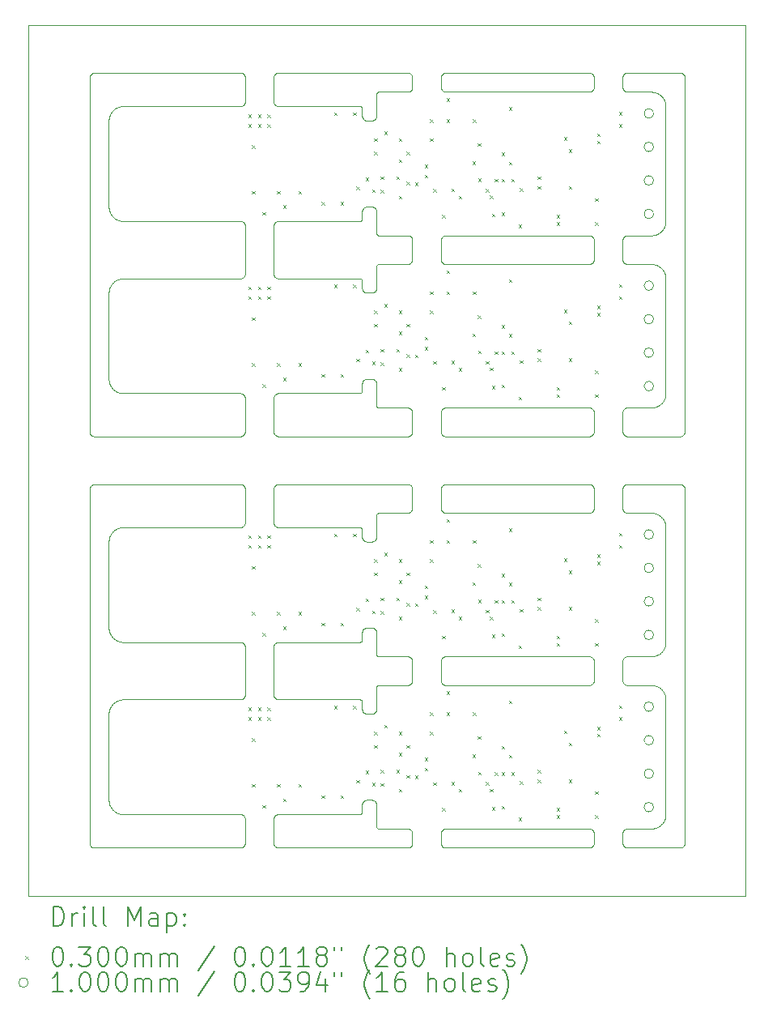
<source format=gbr>
%TF.GenerationSoftware,KiCad,Pcbnew,8.0.1*%
%TF.CreationDate,2025-03-12T15:21:45+01:00*%
%TF.ProjectId,panel_E,70616e65-6c5f-4452-9e6b-696361645f70,E*%
%TF.SameCoordinates,Original*%
%TF.FileFunction,Drillmap*%
%TF.FilePolarity,Positive*%
%FSLAX45Y45*%
G04 Gerber Fmt 4.5, Leading zero omitted, Abs format (unit mm)*
G04 Created by KiCad (PCBNEW 8.0.1) date 2025-03-12 15:21:45*
%MOMM*%
%LPD*%
G01*
G04 APERTURE LIST*
%ADD10C,0.100000*%
%ADD11C,0.200000*%
G04 APERTURE END LIST*
D10*
X3486844Y-2030538D02*
X3486976Y-2030034D01*
X6213146Y-4042577D02*
X6213564Y-4040164D01*
X5883833Y-2204792D02*
X5886021Y-2205893D01*
X3648232Y-8395509D02*
X3648762Y-8395839D01*
X4318492Y-673647D02*
X4317391Y-671459D01*
X4007609Y-4271435D02*
X4006508Y-4273623D01*
X3592491Y-3700272D02*
X3594922Y-3700572D01*
X3660710Y-5100099D02*
X3657991Y-5100445D01*
X868510Y-3791307D02*
X869282Y-3792305D01*
X920882Y-3834378D02*
X922014Y-3834934D01*
X980536Y-2049823D02*
X987183Y-2049992D01*
X6250381Y-5098507D02*
X6248021Y-5097854D01*
X840714Y-6330812D02*
X842145Y-6336981D01*
X6579120Y-8384377D02*
X6584734Y-8381445D01*
X3962499Y-4300000D02*
X2612504Y-4300000D01*
X2260902Y-537778D02*
X2261439Y-540168D01*
X3487500Y-2675627D02*
X3487468Y-2674374D01*
X638995Y-4837775D02*
X639649Y-4835415D01*
X3643966Y-6908258D02*
X3643545Y-6908724D01*
X3487765Y-2754981D02*
X3487585Y-2752539D01*
X2571033Y-3872155D02*
X2572443Y-3870152D01*
X5881594Y-2203799D02*
X5883833Y-2204792D01*
X6257610Y-6899762D02*
X6255179Y-6899463D01*
X2565523Y-8283067D02*
X2566404Y-8280782D01*
X3587599Y-1900032D02*
X3590048Y-1900092D01*
X2610073Y-3850039D02*
X2612523Y-3849979D01*
X846633Y-6351499D02*
X847071Y-6352682D01*
X3484079Y-2662420D02*
X3483354Y-2661256D01*
X949295Y-3845038D02*
X950517Y-3845354D01*
X3472357Y-8247957D02*
X3472918Y-8247682D01*
X3976980Y-502149D02*
X3979306Y-502917D01*
X3624568Y-2783608D02*
X3622879Y-2785382D01*
X6661778Y-2064544D02*
X6662259Y-2058229D01*
X4007608Y-4828566D02*
X4008601Y-4830805D01*
X4314756Y-4835422D02*
X4315524Y-4833096D01*
X6643331Y-2576659D02*
X6640118Y-2571201D01*
X4336853Y-4807101D02*
X4338984Y-4805894D01*
X4005300Y-4824247D02*
X4006507Y-4826378D01*
X3983814Y-695238D02*
X3981575Y-696231D01*
X5881593Y-4803799D02*
X5883832Y-4804791D01*
X3650934Y-2502864D02*
X3650377Y-2503154D01*
X6603807Y-2168990D02*
X6604805Y-2168218D01*
X864037Y-7114839D02*
X860552Y-7120126D01*
X4316398Y-669220D02*
X4315517Y-666935D01*
X6662500Y-3849683D02*
X6662500Y-2650317D01*
X3484579Y-2036653D02*
X3485679Y-2034258D01*
X2572426Y-7029846D02*
X2571015Y-7027844D01*
X2582780Y-2640201D02*
X2580849Y-2638694D01*
X4352773Y-4800959D02*
X4355187Y-4800540D01*
X6527044Y-700721D02*
X6520729Y-700241D01*
X884623Y-2690858D02*
X883709Y-2691727D01*
X4332797Y-6609819D02*
X4334800Y-6608409D01*
X2253984Y-2627839D02*
X2252574Y-2629842D01*
X3472358Y-6447962D02*
X3472825Y-6447730D01*
X2262400Y-2099886D02*
X2262394Y-2600115D01*
X3463240Y-6449968D02*
X3463761Y-6449957D01*
X2595694Y-5247104D02*
X2593409Y-5246222D01*
X2262157Y-545012D02*
X2262337Y-547455D01*
X6577983Y-6915065D02*
X6572229Y-6912421D01*
X3641988Y-710728D02*
X3641714Y-711171D01*
X3486117Y-2666924D02*
X3485930Y-2666328D01*
X4011419Y-6640162D02*
X4011837Y-6642575D01*
X6635241Y-6536199D02*
X6635962Y-6535163D01*
X3487276Y-6428153D02*
X3487355Y-6427530D01*
X6245690Y-2202917D02*
X6248015Y-2202149D01*
X844205Y-8144298D02*
X844583Y-8145501D01*
X5867370Y-2499767D02*
X5864927Y-2499947D01*
X3494626Y-5375734D02*
X3493419Y-5373604D01*
X3981573Y-2203798D02*
X3983812Y-2204791D01*
X6236852Y-5092904D02*
X6234783Y-5091594D01*
X3606696Y-6303830D02*
X3608935Y-6304823D01*
X3651502Y-8397433D02*
X3652076Y-8397679D01*
X5888152Y-6607100D02*
X5890222Y-6608411D01*
X4350375Y-501495D02*
X4352764Y-500959D01*
X3644914Y-8392739D02*
X3645280Y-8393109D01*
X3992225Y-4290180D02*
X3990223Y-4291590D01*
X4007609Y-8571435D02*
X4006508Y-8573623D01*
X6625891Y-6548174D02*
X6626712Y-6547217D01*
X6643332Y-2123339D02*
X6643944Y-2122236D01*
X6219705Y-5075757D02*
X6218498Y-5073626D01*
X3486512Y-8231871D02*
X3486829Y-8230646D01*
X3472827Y-2047729D02*
X3475163Y-2046509D01*
X5910251Y-8564585D02*
X5909483Y-8566911D01*
X6646877Y-2583379D02*
X6643945Y-2577766D01*
X3611123Y-1905924D02*
X3613254Y-1907131D01*
X2224624Y-2051479D02*
X2226984Y-2052133D01*
X3487404Y-5273101D02*
X3487356Y-5272475D01*
X6262502Y-6900003D02*
X6260053Y-6899943D01*
X896193Y-7081010D02*
X895195Y-7081782D01*
X3972234Y-4800959D02*
X3974624Y-4801496D01*
X6250381Y-6601495D02*
X6252770Y-6600959D01*
X6655794Y-7005702D02*
X6655417Y-7004498D01*
X6248015Y-2202149D02*
X6250376Y-2201496D01*
X4348065Y-5097867D02*
X4345739Y-5097099D01*
X4341167Y-6895224D02*
X4338979Y-6894122D01*
X3997785Y-4285385D02*
X3996011Y-4287073D01*
X4341187Y-2204790D02*
X4343426Y-2203798D01*
X3641993Y-8389279D02*
X3642303Y-8389697D01*
X3976985Y-8597851D02*
X3974625Y-8598505D01*
X2593409Y-2646222D02*
X2591170Y-2645230D01*
X4362501Y-4300000D02*
X4360052Y-4299940D01*
X684952Y-8599940D02*
X682509Y-8599760D01*
X943202Y-856705D02*
X941998Y-857083D01*
X3507696Y-7190154D02*
X3505766Y-7188648D01*
X2249450Y-833628D02*
X2247761Y-835402D01*
X6212620Y-8449895D02*
X6212680Y-8447445D01*
X884625Y-6409143D02*
X889324Y-6413389D01*
X4332775Y-4290180D02*
X4330844Y-4288673D01*
X614Y-9100000D02*
X7499386Y-9100000D01*
X4312660Y-652573D02*
X4312600Y-650123D01*
X2262378Y-8299882D02*
X2262397Y-8550095D01*
X3981573Y-6603798D02*
X3983812Y-6604790D01*
X2236022Y-7044124D02*
X2233834Y-7045225D01*
X972954Y-5250722D02*
X971699Y-5250849D01*
X3487765Y-3745026D02*
X3488066Y-3742596D01*
X6661650Y-834196D02*
X6660850Y-827914D01*
X6854090Y-522177D02*
X6855401Y-524246D01*
X3967386Y-5099788D02*
X3964944Y-5099969D01*
X6214753Y-535420D02*
X6215521Y-533094D01*
X4011434Y-2459861D02*
X4010897Y-2462251D01*
X3606685Y-7196198D02*
X3604399Y-7197079D01*
X3972230Y-500959D02*
X3974620Y-501496D01*
X5897783Y-6614617D02*
X5899472Y-6616391D01*
X3997781Y-514618D02*
X3999470Y-516392D01*
X4348015Y-4002149D02*
X4350375Y-4001495D01*
X2562666Y-2602570D02*
X2562606Y-2600120D01*
X3994134Y-688704D02*
X3992204Y-690210D01*
X3983812Y-2204791D02*
X3986000Y-2205892D01*
X2253967Y-8272159D02*
X2255278Y-8274228D01*
X6657538Y-3888204D02*
X6657854Y-3886983D01*
X2564101Y-2612246D02*
X2563565Y-2609856D01*
X6216404Y-2469200D02*
X6215523Y-2466915D01*
X6639448Y-770126D02*
X6635963Y-764839D01*
X896193Y-2681010D02*
X895195Y-2681782D01*
X6260057Y-4000060D02*
X6262506Y-4000000D01*
X4348023Y-4802149D02*
X4350383Y-4801496D01*
X6262502Y-2200000D02*
X6512183Y-2200000D01*
X6214096Y-4837776D02*
X6214749Y-4835416D01*
X2564749Y-8564584D02*
X2564096Y-8562224D01*
X3483705Y-8238211D02*
X3484008Y-8237665D01*
X6625891Y-2148174D02*
X6626712Y-2147217D01*
X2253984Y-5227839D02*
X2252574Y-5229842D01*
X838349Y-7184199D02*
X838222Y-7185454D01*
X4360054Y-6899955D02*
X4357612Y-6899775D01*
X3655734Y-2500969D02*
X3653140Y-2501855D01*
X2222234Y-4800959D02*
X2224624Y-4801495D01*
X7499988Y-9099890D02*
X7500000Y-9099389D01*
X2605183Y-7049481D02*
X2602770Y-7049062D01*
X3635350Y-5364580D02*
X3634582Y-5366906D01*
X6252766Y-6899044D02*
X6250376Y-6898507D01*
X2562660Y-2097431D02*
X2562841Y-2094988D01*
X3647729Y-3995120D02*
X3648223Y-3995503D01*
X859883Y-6378801D02*
X860550Y-6379871D01*
X4007587Y-671468D02*
X4006486Y-673655D01*
X3532534Y-6300272D02*
X3534976Y-6300092D01*
X3626173Y-8118276D02*
X3627680Y-8120207D01*
X3606696Y-1903830D02*
X3608935Y-1904823D01*
X3493421Y-1926400D02*
X3494628Y-1924269D01*
X838221Y-5385456D02*
X837741Y-5391771D01*
X2567391Y-4828565D02*
X2568493Y-4826378D01*
X6238999Y-694112D02*
X6236868Y-692905D01*
X3604399Y-997079D02*
X3602073Y-997847D01*
X684952Y-4800060D02*
X687401Y-4800000D01*
X6635241Y-8336199D02*
X6635962Y-8335163D01*
X3486844Y-6430538D02*
X3486976Y-6430034D01*
X936001Y-859133D02*
X934818Y-859571D01*
X3489022Y-5362211D02*
X3488485Y-5359823D01*
X964165Y-2048159D02*
X965412Y-2048350D01*
X874109Y-5301826D02*
X873288Y-5302783D01*
X2607608Y-849781D02*
X2605178Y-849481D01*
X3648221Y-2504493D02*
X3647811Y-2504813D01*
X2572443Y-3870152D02*
X2573950Y-3868222D01*
X964162Y-5251841D02*
X957929Y-5252959D01*
X859882Y-5321201D02*
X856669Y-5326659D01*
X2607631Y-3850219D02*
X2610073Y-3850039D01*
X6660850Y-8272086D02*
X6661650Y-8265803D01*
X5895988Y-4012925D02*
X5897762Y-4014614D01*
X860550Y-920129D02*
X859883Y-921199D01*
X5899450Y-4016387D02*
X5901050Y-4018242D01*
X6221015Y-5077826D02*
X6219705Y-5075757D01*
X3483972Y-3837762D02*
X3484638Y-3836564D01*
X3653134Y-701843D02*
X3652649Y-702035D01*
X4329012Y-2212925D02*
X4330866Y-2211326D01*
X5901050Y-4018242D02*
X5902557Y-4020172D01*
X2607612Y-4299760D02*
X2605181Y-4299460D01*
X883707Y-2691729D02*
X879229Y-2696207D01*
X3493419Y-5373604D02*
X3492318Y-5371417D01*
X3624573Y-6316421D02*
X3626173Y-6318276D01*
X979271Y-5250241D02*
X972956Y-5250722D01*
X5905298Y-4824249D02*
X5906505Y-4826380D01*
X5910882Y-5062235D02*
X5910229Y-5064596D01*
X3597321Y-2799036D02*
X3594908Y-2799454D01*
X2217390Y-4800240D02*
X2219821Y-4800540D01*
X3469977Y-5251161D02*
X3469373Y-5250988D01*
X3481791Y-859131D02*
X3481463Y-858726D01*
X2593404Y-846222D02*
X2591165Y-845230D01*
X2238153Y-4292901D02*
X2236022Y-4294108D01*
X6630718Y-2142305D02*
X6631490Y-2141307D01*
X3641993Y-2189279D02*
X3642303Y-2189697D01*
X5902557Y-4020172D02*
X5903967Y-4022175D01*
X6257610Y-4800240D02*
X6260052Y-4800060D01*
X3470578Y-2048633D02*
X3471864Y-2048157D01*
X2564749Y-4835415D02*
X2565517Y-4833090D01*
X3638503Y-6581866D02*
X3639355Y-6584359D01*
X3530089Y-5399434D02*
X3527677Y-5399015D01*
X902336Y-2676538D02*
X901301Y-2677259D01*
X837500Y-3699684D02*
X837508Y-3700315D01*
X3488066Y-957411D02*
X3487765Y-954981D01*
X3661864Y-2500032D02*
X3661237Y-2500048D01*
X2229308Y-8597083D02*
X2226982Y-8597851D01*
X4318493Y-2473635D02*
X4317392Y-2471447D01*
X2577221Y-8264594D02*
X2578995Y-8262905D01*
X4011860Y-4257422D02*
X4011441Y-4259835D01*
X2261860Y-7007437D02*
X2261441Y-7009850D01*
X3643542Y-6908728D02*
X3643145Y-6909214D01*
X837508Y-3700316D02*
X837676Y-3706964D01*
X5910232Y-535435D02*
X5910884Y-537797D01*
X2566404Y-7019217D02*
X2565523Y-7016932D01*
X6661650Y-5234196D02*
X6660850Y-5227914D01*
X3637440Y-5352541D02*
X3637259Y-5354984D01*
X6660659Y-8273335D02*
X6660850Y-8272088D01*
X5886000Y-4005891D02*
X5888131Y-4007099D01*
X5874621Y-4298504D02*
X5872231Y-4299041D01*
X844205Y-5355705D02*
X842463Y-5361793D01*
X2586852Y-2642922D02*
X2584783Y-2641611D01*
X2245988Y-837091D02*
X2244133Y-838690D01*
X6218514Y-673630D02*
X6217413Y-671442D01*
X3485927Y-2666318D02*
X3485680Y-2665744D01*
X3509706Y-3708438D02*
X3511775Y-3707129D01*
X6213161Y-657431D02*
X6212861Y-655000D01*
X6655795Y-2094295D02*
X6657537Y-2088207D01*
X6620771Y-746207D02*
X6616293Y-741729D01*
X3964943Y-500060D02*
X3967385Y-500240D01*
X844205Y-6344298D02*
X844583Y-6345501D01*
X3487524Y-2750091D02*
X3487500Y-2675629D01*
X3990223Y-4008410D02*
X3992225Y-4009820D01*
X5895988Y-2487082D02*
X5894134Y-2488682D01*
X5881596Y-8403798D02*
X5883835Y-8404791D01*
X3637532Y-6924370D02*
X3637500Y-6925631D01*
X3637440Y-1947484D02*
X3637500Y-1949933D01*
X3967391Y-8400240D02*
X3969822Y-8400540D01*
X6577983Y-5115065D02*
X6572229Y-5112421D01*
X6212665Y-5052552D02*
X6212605Y-5050103D01*
X3491327Y-6330825D02*
X3492320Y-6328587D01*
X6563996Y-5109132D02*
X6558004Y-5107084D01*
X4312660Y-4252548D02*
X4312600Y-4250099D01*
X6653367Y-6998501D02*
X6652929Y-6997318D01*
X2566404Y-5219217D02*
X2565523Y-5216932D01*
X2591165Y-845230D02*
X2588977Y-844129D01*
X640417Y-4266911D02*
X639649Y-4264585D01*
X3648232Y-3995509D02*
X3648762Y-3995839D01*
X6639449Y-2129871D02*
X6640117Y-2128801D01*
X957929Y-6447041D02*
X964162Y-6448158D01*
X6657537Y-5211793D02*
X6655795Y-5205705D01*
X6838254Y-4807099D02*
X6840323Y-4808410D01*
X3979290Y-697112D02*
X3976965Y-697880D01*
X4319706Y-4824252D02*
X4321016Y-4822182D01*
X3518331Y-3703829D02*
X3520616Y-3702948D01*
X6626714Y-6547215D02*
X6630716Y-6542307D01*
X3590033Y-2799933D02*
X3587583Y-2799992D01*
X3636960Y-957415D02*
X3636541Y-959829D01*
X3657989Y-6900445D02*
X3657474Y-6900522D01*
X2605178Y-2050519D02*
X2607609Y-2050219D01*
X3615323Y-6308442D02*
X3617325Y-6309852D01*
X3964926Y-6600060D02*
X3967369Y-6600240D01*
X639649Y-8564585D02*
X638995Y-8562225D01*
X3503912Y-2787049D02*
X3502139Y-2785361D01*
X2253984Y-6472161D02*
X2255295Y-6474230D01*
X837500Y-2800317D02*
X837500Y-3699683D01*
X5911838Y-5057433D02*
X5911419Y-5059846D01*
X3619256Y-3711359D02*
X3621111Y-3712959D01*
X3659347Y-8399776D02*
X3659970Y-8399855D01*
X2226979Y-2647867D02*
X2224618Y-2648521D01*
X3481460Y-3841270D02*
X3481842Y-3840776D01*
X3638308Y-6918740D02*
X3638205Y-6919251D01*
X2602765Y-6450938D02*
X2605178Y-6450519D01*
X5912400Y-8550099D02*
X5912340Y-8552548D01*
X3656232Y-2500810D02*
X3655736Y-2500968D01*
X5903902Y-677844D02*
X5902492Y-679845D01*
X6650079Y-6990271D02*
X6647435Y-6984516D01*
X2236016Y-2644124D02*
X2233829Y-2645225D01*
X914161Y-8230832D02*
X915264Y-8231444D01*
X2253990Y-2072161D02*
X2255300Y-2074230D01*
X4006508Y-8426377D02*
X4007609Y-8428565D01*
X3622879Y-5385382D02*
X3621104Y-5387071D01*
X3626169Y-7181754D02*
X3624568Y-7183608D01*
X4316400Y-6869208D02*
X4315519Y-6866923D01*
X2607609Y-6450219D02*
X2610051Y-6450039D01*
X6858701Y-4830804D02*
X6859583Y-4833089D01*
X5912138Y-4045005D02*
X5912318Y-4047447D01*
X956691Y-3846787D02*
X957926Y-3847041D01*
X6255199Y-699463D02*
X6252786Y-699044D01*
X2233834Y-4295209D02*
X2231595Y-4296201D01*
X4341165Y-695233D02*
X4338978Y-694132D01*
X943202Y-5256706D02*
X941998Y-5257083D01*
X3592491Y-8100272D02*
X3594922Y-8100572D01*
X5912340Y-8447451D02*
X5912400Y-8449901D01*
X6831696Y-4803798D02*
X6833935Y-4804791D01*
X5909460Y-5066921D02*
X5908579Y-5069206D01*
X3611113Y-5394105D02*
X3608925Y-5395206D01*
X2584783Y-2641611D02*
X2582780Y-2640201D01*
X6534588Y-8398350D02*
X6535835Y-8398159D01*
X3489022Y-6337794D02*
X3489676Y-6335434D01*
X6640118Y-6528799D02*
X6643331Y-6523341D01*
X6257629Y-8400240D02*
X6260071Y-8400060D01*
X860552Y-6379873D02*
X864037Y-6385161D01*
X3962477Y-6600000D02*
X3964926Y-6600060D01*
X3513905Y-1905922D02*
X3516093Y-1904821D01*
X5912318Y-6852560D02*
X5912138Y-6855002D01*
X5867388Y-6600240D02*
X5869819Y-6600540D01*
X2577221Y-2635406D02*
X2575532Y-2633632D01*
X5912379Y-2450110D02*
X5912318Y-2452560D01*
X6659541Y-5220426D02*
X6659287Y-5219191D01*
X842146Y-3736983D02*
X842462Y-3738204D01*
X5892203Y-6890188D02*
X5890200Y-6891598D01*
X3613245Y-2792898D02*
X3611113Y-2794105D01*
X3494628Y-1924269D02*
X3495939Y-1922201D01*
X889324Y-7086611D02*
X884625Y-7090856D01*
X6655417Y-3895501D02*
X6655794Y-3894298D01*
X3983828Y-2495237D02*
X3981589Y-2496230D01*
X4314769Y-8564565D02*
X4314116Y-8562203D01*
X4314771Y-2235411D02*
X4315539Y-2233086D01*
X3663133Y-8400000D02*
X3962499Y-8400000D01*
X4327215Y-4014615D02*
X4328989Y-4012926D01*
X2573927Y-2068223D02*
X2575526Y-2066369D01*
X6252770Y-500959D02*
X6255183Y-500540D01*
X2257609Y-4828565D02*
X2258601Y-4830805D01*
X2610051Y-6450039D02*
X2612501Y-6449979D01*
X5910903Y-2237779D02*
X5911439Y-2240169D01*
X5905284Y-524261D02*
X5906491Y-526393D01*
X3658094Y-8399584D02*
X3659345Y-8399776D01*
X3972215Y-699070D02*
X3969802Y-699488D01*
X6630718Y-8342305D02*
X6631490Y-8341307D01*
X3631605Y-2773619D02*
X3630398Y-2775750D01*
X2564748Y-535415D02*
X2565516Y-533089D01*
X3644851Y-2507350D02*
X3643084Y-2509306D01*
X4012394Y-549908D02*
X4012380Y-650134D01*
X3503912Y-7187049D02*
X3502139Y-7185361D01*
X884623Y-5290858D02*
X883709Y-5291727D01*
X3650373Y-2503157D02*
X3649832Y-2503475D01*
X4318510Y-8573607D02*
X4317409Y-8571418D01*
X3587583Y-7199992D02*
X3537409Y-7199976D01*
X979271Y-7050241D02*
X972956Y-7050721D01*
X12Y-110D02*
X0Y-611D01*
X6572227Y-2512420D02*
X6571067Y-2511922D01*
X3974620Y-5098533D02*
X3972230Y-5099070D01*
X6213564Y-6640164D02*
X6214101Y-6637774D01*
X6579118Y-715621D02*
X6577986Y-715066D01*
X6248036Y-697855D02*
X6245711Y-697086D01*
X3486978Y-2030026D02*
X3487068Y-2029513D01*
X3481097Y-2041656D02*
X3481458Y-2041280D01*
X5872231Y-4800959D02*
X5874621Y-4801496D01*
X2573927Y-6468223D02*
X2575526Y-6466369D01*
X6262521Y-700003D02*
X6260072Y-699943D01*
X5907586Y-4028562D02*
X5908579Y-4030801D01*
X2600376Y-4801495D02*
X2602766Y-4800959D01*
X4313189Y-5057446D02*
X4312889Y-5055015D01*
X895193Y-2681784D02*
X890285Y-2685786D01*
X3655023Y-8398844D02*
X3655525Y-8398985D01*
X3532519Y-5399735D02*
X3530089Y-5399434D01*
X3594908Y-5399454D02*
X3592476Y-5399753D01*
X4003987Y-522181D02*
X4005297Y-524250D01*
X2573932Y-5231777D02*
X2572426Y-5229847D01*
X4009483Y-4266911D02*
X4008601Y-4269196D01*
X4348015Y-4297851D02*
X4345689Y-4297083D01*
X4008601Y-4030804D02*
X4009483Y-4033089D01*
X934818Y-8240429D02*
X936001Y-8240867D01*
X972956Y-2049278D02*
X979271Y-2049759D01*
X965412Y-851650D02*
X964165Y-851841D01*
X2580867Y-3861305D02*
X2582797Y-3859798D01*
X839150Y-5377914D02*
X838350Y-5384196D01*
X2229305Y-3852901D02*
X2231590Y-3853782D01*
X6862260Y-4254991D02*
X6861960Y-4257422D01*
X6655794Y-5205702D02*
X6655417Y-5204499D01*
X2586847Y-8592900D02*
X2584777Y-8591590D01*
X837500Y-8099684D02*
X837508Y-8100315D01*
X2602770Y-5249062D02*
X2600380Y-5248525D01*
X3636004Y-6337807D02*
X3636541Y-6340197D01*
X873286Y-7102785D02*
X869284Y-7107693D01*
X5883835Y-8595209D02*
X5881596Y-8596202D01*
X3969800Y-2200540D02*
X3972213Y-2200959D01*
X884623Y-7090858D02*
X883709Y-7091727D01*
X2568493Y-8573622D02*
X2567391Y-8571434D01*
X6250381Y-2498508D02*
X6248021Y-2497854D01*
X3615323Y-1908442D02*
X3617325Y-1909852D01*
X869282Y-907695D02*
X868510Y-908693D01*
X3639306Y-8384265D02*
X3639847Y-8385525D01*
X2568491Y-526377D02*
X2569699Y-524246D01*
X5911438Y-4259831D02*
X5910901Y-4262221D01*
X3481023Y-8241730D02*
X3481453Y-8241277D01*
X849921Y-6359729D02*
X852565Y-6365483D01*
X6849573Y-8583611D02*
X6847885Y-8585385D01*
X677665Y-8599041D02*
X675275Y-8598505D01*
X6650578Y-2591433D02*
X6650080Y-2590273D01*
X920879Y-5265623D02*
X915266Y-5268555D01*
X837676Y-5393036D02*
X837508Y-5399683D01*
X5883816Y-504794D02*
X5886004Y-505896D01*
X3488485Y-2759823D02*
X3488066Y-2757411D01*
X5911439Y-2240169D02*
X5911858Y-2242582D01*
X6221032Y-677829D02*
X6219721Y-675761D01*
X3481096Y-858342D02*
X3479232Y-856479D01*
X4003990Y-4822178D02*
X4005300Y-4824247D01*
X4002580Y-4279825D02*
X4001073Y-4281756D01*
X3967371Y-699788D02*
X3964929Y-699968D01*
X3657989Y-5100445D02*
X3657474Y-5100522D01*
X6565182Y-2509571D02*
X6563999Y-2509133D01*
X4312600Y-650123D02*
X4312599Y-549901D01*
X3608925Y-2795206D02*
X3606685Y-2796198D01*
X5876902Y-697860D02*
X5874542Y-698513D01*
X2575528Y-4283610D02*
X2573929Y-4281755D01*
X3986019Y-505893D02*
X3988150Y-507100D01*
X3464288Y-850098D02*
X3463770Y-850044D01*
X3637440Y-952541D02*
X3637259Y-954984D01*
X6827085Y-8597851D02*
X6824725Y-8598505D01*
X2602765Y-2050938D02*
X2605178Y-2050519D01*
X3464288Y-5250099D02*
X3463770Y-5250044D01*
X3640976Y-6587670D02*
X3641702Y-6588834D01*
X3483709Y-3838214D02*
X3483971Y-3837764D01*
X2247761Y-8264598D02*
X2249450Y-8266372D01*
X4350383Y-4801496D02*
X4352773Y-4800959D01*
X6217392Y-4828566D02*
X6218493Y-4826378D01*
X5907606Y-4828568D02*
X5908598Y-4830807D01*
X6662323Y-6456964D02*
X6662492Y-6450316D01*
X6591301Y-6577617D02*
X6592371Y-6576949D01*
X849921Y-8159729D02*
X852565Y-8165483D01*
X4343404Y-4296202D02*
X4341165Y-4295209D01*
X5883813Y-2495217D02*
X5881574Y-2496209D01*
X3493421Y-8126400D02*
X3494628Y-8124269D01*
X6646878Y-6516618D02*
X6647434Y-6515486D01*
X4325528Y-2483624D02*
X4323928Y-2481770D01*
X964162Y-7051841D02*
X957929Y-7052959D01*
X4328990Y-2487087D02*
X4327217Y-2485398D01*
X2260245Y-6485398D02*
X2260899Y-6487759D01*
X3513896Y-2794081D02*
X3511766Y-2792874D01*
X3502145Y-8114642D02*
X3503918Y-8112954D01*
X6631491Y-3941305D02*
X6635240Y-3936201D01*
X2257607Y-528567D02*
X2258600Y-530807D01*
X3472358Y-2047962D02*
X3472825Y-2047730D01*
X4313561Y-6859846D02*
X4313142Y-6857433D01*
X6215518Y-4266910D02*
X6214749Y-4264584D01*
X3487500Y-6424370D02*
X3487524Y-6349917D01*
X2588977Y-505892D02*
X2591164Y-504791D01*
X4355178Y-4299460D02*
X4352765Y-4299041D01*
X6652929Y-6502682D02*
X6653367Y-6501499D01*
X6653367Y-798501D02*
X6652929Y-797318D01*
X840459Y-5370429D02*
X839341Y-5376662D01*
X5876982Y-4297851D02*
X5874621Y-4298504D01*
X6657854Y-2613017D02*
X6657538Y-2611796D01*
X6659286Y-5219188D02*
X6657855Y-5213019D01*
X6229011Y-8412924D02*
X6230866Y-8411325D01*
X3534976Y-1900092D02*
X3537425Y-1900032D01*
X4352767Y-6899056D02*
X4350378Y-6898520D01*
X6646878Y-8316618D02*
X6647434Y-8315486D01*
X4357658Y-5099775D02*
X4355227Y-5099475D01*
X3592491Y-1900272D02*
X3594922Y-1900572D01*
X6252786Y-8400959D02*
X6255199Y-8400540D01*
X3494628Y-6324269D02*
X3495939Y-6322201D01*
X987815Y-7050000D02*
X987184Y-7050008D01*
X6639449Y-8329871D02*
X6640117Y-8328801D01*
X4343424Y-8596199D02*
X4341184Y-8595206D01*
X3487404Y-8226897D02*
X3487468Y-8225629D01*
X2236022Y-4805892D02*
X2238153Y-4807099D01*
X6243408Y-503799D02*
X6245694Y-502917D01*
X5909397Y-666938D02*
X5908515Y-669221D01*
X6659541Y-820426D02*
X6659287Y-819191D01*
X3486117Y-866924D02*
X3485930Y-866328D01*
X657675Y-4290180D02*
X655744Y-4288673D01*
X2591188Y-3854770D02*
X2593427Y-3853777D01*
X5900985Y-681775D02*
X5899385Y-683628D01*
X4330895Y-5088691D02*
X4329041Y-5087092D01*
X3637500Y-2525633D02*
X3637500Y-2750091D01*
X3492320Y-1928587D02*
X3493421Y-1926400D01*
X6647435Y-8315483D02*
X6650079Y-8309729D01*
X3590048Y-6300092D02*
X3592491Y-6300272D01*
X6862440Y-8552548D02*
X6862260Y-8554991D01*
X6260052Y-2200060D02*
X6262502Y-2200000D01*
X2578990Y-4812927D02*
X2580844Y-4811327D01*
X847071Y-5347318D02*
X846633Y-5348501D01*
X3637596Y-2523103D02*
X3637532Y-2524367D01*
X4343404Y-696226D02*
X4341165Y-695233D01*
X4010247Y-535420D02*
X4010900Y-537781D01*
X6535835Y-5101841D02*
X6534588Y-5101650D01*
X4316421Y-6630801D02*
X4317414Y-6628562D01*
X6260057Y-6600060D02*
X6262506Y-6600000D01*
X3500456Y-3716415D02*
X3502145Y-3714642D01*
X3641644Y-2511258D02*
X3641299Y-2511782D01*
X3986000Y-2205892D02*
X3988131Y-2207099D01*
X3636541Y-8140197D02*
X3636960Y-8142610D01*
X3653233Y-5101807D02*
X3652650Y-5102040D01*
X979271Y-850241D02*
X972956Y-850721D01*
X6252765Y-2200959D02*
X6255179Y-2200540D01*
X3663133Y-4000000D02*
X3962499Y-4000000D01*
X3649742Y-703540D02*
X3649285Y-703791D01*
X3608935Y-3704823D02*
X3611123Y-3705924D01*
X4010904Y-4262225D02*
X4010251Y-4264585D01*
X3656857Y-8399330D02*
X3657468Y-8399472D01*
X4010904Y-4037775D02*
X4011441Y-4040165D01*
X2233833Y-504791D02*
X2236021Y-505893D01*
X4319722Y-6624244D02*
X4321032Y-6622175D01*
X6819922Y-8599460D02*
X6817491Y-8599760D01*
X6579120Y-3984377D02*
X6584734Y-3981445D01*
X5911838Y-542602D02*
X5912136Y-545034D01*
X3988154Y-4292901D02*
X3986023Y-4294108D01*
X2260246Y-3885398D02*
X2260899Y-3887759D01*
X6662492Y-7049683D02*
X6662323Y-7043036D01*
X2566399Y-8569195D02*
X2565517Y-8566910D01*
X6661650Y-7034196D02*
X6660850Y-7027914D01*
X3637721Y-3978049D02*
X3638205Y-3980747D01*
X6223932Y-4018243D02*
X6225532Y-4016389D01*
X659677Y-508410D02*
X661746Y-507099D01*
X2591164Y-504791D02*
X2593403Y-503798D01*
X2591166Y-4804791D02*
X2593405Y-4803799D01*
X3983828Y-6895237D02*
X3981589Y-6896230D01*
X859883Y-1978801D02*
X860550Y-1979871D01*
X2219819Y-500540D02*
X2222233Y-500959D01*
X6862260Y-8554991D02*
X6861960Y-8557422D01*
X4334779Y-6891605D02*
X4332776Y-6890194D01*
X2569699Y-524246D02*
X2571009Y-522177D01*
X3639305Y-5115738D02*
X3639072Y-5116321D01*
X3661870Y-2199968D02*
X3663131Y-2200000D01*
X4319701Y-6875766D02*
X4318493Y-6873635D01*
X637500Y-8550099D02*
X637500Y-4849901D01*
X844583Y-954498D02*
X844205Y-955702D01*
X6650579Y-8308565D02*
X6652928Y-8302684D01*
X3962499Y-4000000D02*
X3964948Y-4000060D01*
X5888151Y-4292900D02*
X5886019Y-4294107D01*
X6558004Y-2192916D02*
X6563996Y-2190868D01*
X6662259Y-841771D02*
X6661778Y-835456D01*
X3481031Y-7058254D02*
X3480610Y-7057789D01*
X2565540Y-3883066D02*
X2566421Y-3880781D01*
X908699Y-5272383D02*
X907629Y-5273051D01*
X936003Y-3840868D02*
X941996Y-3842916D01*
X6643944Y-2577764D02*
X6643332Y-2576661D01*
X957929Y-2047041D02*
X964162Y-2048158D01*
X3983835Y-4004791D02*
X3986023Y-4005892D01*
X6260052Y-4800060D02*
X6262502Y-4800000D01*
X3637500Y-3749933D02*
X3637500Y-3974366D01*
X3969821Y-4800540D02*
X3972234Y-4800959D01*
X4352765Y-699065D02*
X4350376Y-698529D01*
X6657855Y-2086981D02*
X6659286Y-2080812D01*
X3615315Y-5391588D02*
X3613245Y-5392898D01*
X4328989Y-687098D02*
X4327216Y-685409D01*
X3629090Y-1922209D02*
X3630401Y-1924278D01*
X837676Y-6306967D02*
X837740Y-6308226D01*
X4357612Y-6899775D02*
X4355181Y-6899475D01*
X856055Y-2727766D02*
X853122Y-2733379D01*
X4313140Y-4042578D02*
X4313559Y-4040165D01*
X6225549Y-8416387D02*
X6227237Y-8414613D01*
X6603805Y-5131009D02*
X6598701Y-5127260D01*
X840459Y-3729574D02*
X840713Y-3730809D01*
X4362511Y-4800000D02*
X5862494Y-4800000D01*
X5886021Y-2205893D02*
X5888152Y-2207100D01*
X5895988Y-5087082D02*
X5894133Y-5088681D01*
X5872213Y-500959D02*
X5874603Y-501496D01*
X3622885Y-3714647D02*
X3624573Y-3716421D01*
X3537409Y-2799976D02*
X3534960Y-2799915D01*
X3647205Y-705245D02*
X3646719Y-705641D01*
X3637532Y-724370D02*
X3637500Y-725631D01*
X868509Y-5308695D02*
X864760Y-5313799D01*
X2226984Y-2052133D02*
X2229310Y-2052901D01*
X6213560Y-4840166D02*
X6214096Y-4837776D01*
X6228989Y-2212927D02*
X6230844Y-2211327D01*
X6232780Y-6609820D02*
X6234783Y-6608409D01*
X3490444Y-5366895D02*
X3489675Y-5364571D01*
X3644841Y-2192663D02*
X3645285Y-2193106D01*
X6212661Y-2247453D02*
X6212841Y-2245010D01*
X2260251Y-7014601D02*
X2259483Y-7016926D01*
X670589Y-4297083D02*
X668304Y-4296202D01*
X2563559Y-2090144D02*
X2564096Y-2087755D01*
X5903967Y-4022175D02*
X5905278Y-4024244D01*
X6241171Y-5095212D02*
X6238983Y-5094111D01*
X2564101Y-7012246D02*
X2563565Y-7009856D01*
X2212476Y-850016D02*
X987817Y-850000D01*
X3981596Y-4296202D02*
X3979311Y-4297083D01*
X655744Y-4288673D02*
X653889Y-4287073D01*
X3660498Y-3999898D02*
X3661867Y-3999968D01*
X2588977Y-6455871D02*
X2591165Y-6454770D01*
X3494628Y-3724269D02*
X3495939Y-3722201D01*
X2593405Y-8596201D02*
X2591165Y-8595209D01*
X4010251Y-8564585D02*
X4009483Y-8566911D01*
X6653368Y-6501496D02*
X6655416Y-6495504D01*
X6650079Y-790271D02*
X6647435Y-784516D01*
X3608935Y-8104823D02*
X3611123Y-8105924D01*
X2219799Y-8250524D02*
X2222212Y-8250943D01*
X2262337Y-8552545D02*
X2262157Y-8554988D01*
X6252770Y-6600959D02*
X6255183Y-6600540D01*
X3486339Y-8232477D02*
X3486511Y-8231873D01*
X6262502Y-4300000D02*
X6260052Y-4299940D01*
X3643083Y-2509307D02*
X3642742Y-2509701D01*
X5899472Y-6616391D02*
X5901072Y-6618246D01*
X6549481Y-5104645D02*
X6543312Y-5103214D01*
X3522929Y-5397825D02*
X3520605Y-5397056D01*
X849421Y-7141435D02*
X847072Y-7147316D01*
X5899472Y-2216391D02*
X5901072Y-2218246D01*
X6238983Y-2494111D02*
X6236852Y-2492904D01*
X4327267Y-5085403D02*
X4325578Y-5083630D01*
X6661778Y-5235454D02*
X6661651Y-5234199D01*
X6833935Y-4804791D02*
X6836123Y-4805892D01*
X4345739Y-5097099D02*
X4343454Y-5096218D01*
X2610051Y-2050039D02*
X2612501Y-2049979D01*
X2578995Y-2637094D02*
X2577221Y-2635406D01*
X3654422Y-701366D02*
X3653136Y-701843D01*
X4315519Y-2466923D02*
X4314750Y-2464597D01*
X4314749Y-4035415D02*
X4315517Y-4033089D01*
X5897782Y-4285383D02*
X5896008Y-4287072D01*
X6212661Y-6852550D02*
X6212601Y-6850100D01*
X4317390Y-528565D02*
X4318491Y-526377D01*
X3964941Y-6899968D02*
X3962491Y-6900029D01*
X3659975Y-8399856D02*
X3660601Y-8399904D01*
X6579118Y-2515621D02*
X6577986Y-2515066D01*
X2591170Y-7045230D02*
X2588983Y-7044129D01*
X3604399Y-2797079D02*
X3602073Y-2797847D01*
X2260251Y-4264585D02*
X2259483Y-4266910D01*
X6662492Y-3850315D02*
X6662500Y-3849684D01*
X3486976Y-5269966D02*
X3486844Y-5269462D01*
X896193Y-5281010D02*
X895195Y-5281782D01*
X6615375Y-6940856D02*
X6610676Y-6936611D01*
X3636541Y-1940197D02*
X3636960Y-1942610D01*
X2591167Y-4295209D02*
X2588979Y-4294107D01*
X4317414Y-6628562D02*
X4318515Y-6626374D01*
X3615323Y-8108442D02*
X3617325Y-8109852D01*
X6655417Y-2095501D02*
X6655794Y-2094298D01*
X2249473Y-2066373D02*
X2251073Y-2068228D01*
X846633Y-8151499D02*
X847071Y-8152682D01*
X647320Y-520175D02*
X648827Y-518244D01*
X4327222Y-4814619D02*
X4328995Y-4812930D01*
X4341251Y-8404788D02*
X4343489Y-8403796D01*
X2252557Y-829843D02*
X2251050Y-831774D01*
X928932Y-861922D02*
X927773Y-862420D01*
X2247761Y-835402D02*
X2245988Y-837091D01*
X4006501Y-2473649D02*
X4005294Y-2475780D01*
X3471864Y-7051843D02*
X3470578Y-7051366D01*
X3648764Y-8395840D02*
X3650944Y-8397124D01*
X2565523Y-7016932D02*
X2564754Y-7014606D01*
X6847885Y-8585385D02*
X6846111Y-8587073D01*
X6223949Y-8418241D02*
X6225549Y-8416387D01*
X860550Y-7120129D02*
X859883Y-7121199D01*
X3969816Y-500540D02*
X3972230Y-500959D01*
X972956Y-3849278D02*
X979271Y-3849759D01*
X6579118Y-6915621D02*
X6577986Y-6915066D01*
X6861960Y-4257422D02*
X6861541Y-4259835D01*
X6860351Y-8564585D02*
X6859583Y-8566911D01*
X4009483Y-8566911D02*
X4008602Y-8569196D01*
X2260249Y-535418D02*
X2260902Y-537778D01*
X902339Y-6423463D02*
X907626Y-6426948D01*
X3604411Y-6302949D02*
X3606696Y-6303830D01*
X856055Y-5327766D02*
X853122Y-5333379D01*
X6661651Y-2065801D02*
X6661778Y-2064546D01*
X6234781Y-8591589D02*
X6232779Y-8590178D01*
X6859583Y-533089D02*
X6860351Y-535415D01*
X3611123Y-3705924D02*
X3613254Y-3707131D01*
X2564749Y-814606D02*
X2564095Y-812246D01*
X6248020Y-4002149D02*
X6250381Y-4001495D01*
X3488066Y-7157411D02*
X3487765Y-7154981D01*
X3994156Y-4288673D02*
X3992225Y-4290180D01*
X3659453Y-6599779D02*
X3659968Y-6599860D01*
X3636960Y-6342610D02*
X3637260Y-6345041D01*
X874111Y-1998176D02*
X878356Y-2002875D01*
X847071Y-7147318D02*
X846633Y-7148501D01*
X6571065Y-711921D02*
X6565184Y-709572D01*
X907626Y-2673052D02*
X902339Y-2676537D01*
X927773Y-6437580D02*
X928932Y-6438078D01*
X2586846Y-2057079D02*
X2588977Y-2055871D01*
X6643331Y-776659D02*
X6640118Y-771201D01*
X6854090Y-4822177D02*
X6855401Y-4824246D01*
X6856608Y-526377D02*
X6857709Y-528565D01*
X3487068Y-6429511D02*
X3487276Y-6428155D01*
X859882Y-7121201D02*
X856669Y-7126659D01*
X3467534Y-6449476D02*
X3468041Y-6449356D01*
X4338979Y-6894122D02*
X4336848Y-6892915D01*
X3652078Y-8397680D02*
X3654526Y-8398658D01*
X5907591Y-528582D02*
X5908583Y-530822D01*
X3472358Y-3847962D02*
X3472825Y-3847730D01*
X3640067Y-3986008D02*
X3640322Y-3986463D01*
X2256485Y-823641D02*
X2255278Y-825772D01*
X5912336Y-4847456D02*
X5912396Y-4849905D01*
X6652929Y-3902682D02*
X6653367Y-3901499D01*
X3505773Y-8111354D02*
X3507703Y-8109848D01*
X687401Y-500000D02*
X2212496Y-500000D01*
X6616293Y-8358271D02*
X6620771Y-8353793D01*
X3463238Y-2650032D02*
X2612506Y-2650021D01*
X6549481Y-2504645D02*
X6543312Y-2503214D01*
X6571065Y-2511921D02*
X6565184Y-2509572D01*
X920882Y-8234378D02*
X922014Y-8234934D01*
X6597663Y-6573462D02*
X6598699Y-6572741D01*
X4009483Y-8433089D02*
X4010251Y-8435415D01*
X638459Y-8559835D02*
X638040Y-8557422D01*
X6847885Y-4285385D02*
X6846111Y-4287073D01*
X2584783Y-7041611D02*
X2582780Y-7040201D01*
X3631608Y-6326409D02*
X3632709Y-6328597D01*
X3480610Y-6442211D02*
X3481031Y-6441745D01*
X934816Y-5259572D02*
X928935Y-5261921D01*
X3518331Y-1903829D02*
X3520616Y-1902948D01*
X3475165Y-3846508D02*
X3475711Y-3846205D01*
X3996011Y-8412927D02*
X3997785Y-8414615D01*
X4327238Y-2214614D02*
X4329012Y-2212925D01*
X6615375Y-5140856D02*
X6610676Y-5136611D01*
X4345711Y-2202917D02*
X4348037Y-2202148D01*
X6556798Y-6593294D02*
X6558001Y-6592917D01*
X4325526Y-516389D02*
X4327215Y-514615D01*
X6212606Y-549908D02*
X6212666Y-547458D01*
X4350397Y-8598504D02*
X4348036Y-8597850D01*
X5897783Y-2214617D02*
X5899472Y-2216391D01*
X3497349Y-6320199D02*
X3498856Y-6318269D01*
X2567393Y-4271433D02*
X2566400Y-4269194D01*
X2256508Y-7023638D02*
X2255300Y-7025769D01*
X4313140Y-4257422D02*
X4312840Y-4254991D01*
X6248020Y-6602149D02*
X6250381Y-6601495D01*
X6653367Y-2598501D02*
X6652929Y-2597318D01*
X6609717Y-3964212D02*
X6610674Y-3963391D01*
X3484010Y-7062338D02*
X3482560Y-7060138D01*
X6257610Y-4299760D02*
X6255179Y-4299460D01*
X3639847Y-2185527D02*
X3640063Y-2186001D01*
X6862500Y-549901D02*
X6862500Y-4250099D01*
X3974625Y-8401495D02*
X3976985Y-8402149D01*
X6812599Y-4800000D02*
X6815048Y-4800060D01*
X3632709Y-8128597D02*
X3633701Y-8130836D01*
X5901072Y-6618246D02*
X5902579Y-6620177D01*
X6223931Y-8581753D02*
X6222424Y-8579822D01*
X3641713Y-5111173D02*
X3640323Y-5113535D01*
X6250376Y-4801496D02*
X6252766Y-4800959D01*
X3487500Y-8224370D02*
X3487524Y-8149917D01*
X5897785Y-8414615D02*
X5899473Y-8416389D01*
X6245690Y-4297083D02*
X6243405Y-4296201D01*
X4348014Y-502149D02*
X4350375Y-501495D01*
X2600380Y-8251474D02*
X2602770Y-8250938D01*
X3480606Y-5257785D02*
X3480162Y-5257341D01*
X856668Y-2726661D02*
X856056Y-2727764D01*
X5869800Y-2499467D02*
X5867370Y-2499767D01*
X6610674Y-736609D02*
X6609717Y-735788D01*
X4339000Y-2205891D02*
X4341187Y-2204790D01*
X927773Y-3837580D02*
X928932Y-3838078D01*
X6836123Y-4805892D02*
X6838254Y-4807099D01*
X6212601Y-2249902D02*
X6212661Y-2247453D01*
X6609717Y-2164212D02*
X6610674Y-2163391D01*
X638995Y-537775D02*
X639649Y-535415D01*
X2607614Y-2649781D02*
X2605183Y-2649481D01*
X928935Y-8238079D02*
X934816Y-8240428D01*
X914159Y-2669169D02*
X908701Y-2672382D01*
X2602767Y-4299041D02*
X2600378Y-4298504D01*
X3645287Y-3993114D02*
X3645683Y-3993452D01*
X3999468Y-5083640D02*
X3997779Y-5085413D01*
X3511766Y-2792874D02*
X3509697Y-2791564D01*
X3495936Y-7177802D02*
X3494626Y-7175734D01*
X5899451Y-2483620D02*
X5897762Y-2485393D01*
X6815048Y-500060D02*
X6817491Y-500240D01*
X4343403Y-503798D02*
X4345689Y-502917D01*
X3996007Y-512929D02*
X3997781Y-514618D01*
X4323943Y-8581745D02*
X4322437Y-8579813D01*
X2233829Y-5245225D02*
X2231590Y-5246218D01*
X6223927Y-4281756D02*
X6222421Y-4279825D01*
X6659541Y-7020426D02*
X6659287Y-7019191D01*
X6236847Y-6892903D02*
X6234778Y-6891593D01*
X3997779Y-5085413D02*
X3996005Y-5087102D01*
X2262340Y-2097436D02*
X2262400Y-2099886D01*
X907629Y-2026949D02*
X908699Y-2027617D01*
X2573932Y-8268222D02*
X2575532Y-8266368D01*
X6650079Y-2590271D02*
X6647435Y-2584516D01*
X837676Y-3706967D02*
X837740Y-3708226D01*
X2564751Y-4264583D02*
X2564098Y-4262222D01*
X2251067Y-3868227D02*
X2252574Y-3870158D01*
X3627680Y-1920207D02*
X3629090Y-1922209D01*
X3976985Y-4297851D02*
X3974625Y-4298505D01*
X6221010Y-4822178D02*
X6222421Y-4820175D01*
X6840323Y-8591590D02*
X6838254Y-8592901D01*
X3651975Y-6597653D02*
X3653235Y-6598194D01*
X3479232Y-3843521D02*
X3481021Y-3841732D01*
X6639448Y-6970126D02*
X6635963Y-6964839D01*
X2600375Y-501495D02*
X2602764Y-500959D01*
X3604411Y-1902949D02*
X3606696Y-1903830D01*
X2229309Y-502917D02*
X2231594Y-503799D01*
X644599Y-8575754D02*
X643392Y-8573623D01*
X4318515Y-2226375D02*
X4319722Y-2224244D01*
X3621104Y-7187071D02*
X3619249Y-7188671D01*
X3488066Y-3742596D02*
X3488485Y-3740183D01*
X3636960Y-2757415D02*
X3636541Y-2759829D01*
X6243405Y-4296201D02*
X6241166Y-4295209D01*
X2214942Y-5249956D02*
X2212493Y-5250016D01*
X889324Y-886611D02*
X884625Y-890856D01*
X2578995Y-5237094D02*
X2577221Y-5235406D01*
X6257614Y-4000240D02*
X6260057Y-4000060D01*
X6604807Y-2168216D02*
X6609715Y-2164214D01*
X5864927Y-4000060D02*
X5867369Y-4000240D01*
X4323950Y-2218242D02*
X4325549Y-2216387D01*
X3621111Y-1912959D02*
X3622885Y-1914647D01*
X987184Y-6449992D02*
X987815Y-6450000D01*
X4012378Y-2249898D02*
X4012392Y-2450124D01*
X2242224Y-509821D02*
X2244155Y-511328D01*
X3992225Y-4809820D02*
X3994155Y-4811327D01*
X3489676Y-1935434D02*
X3490445Y-1933110D01*
X922016Y-6434935D02*
X927771Y-6437579D01*
X3597335Y-1900991D02*
X3599725Y-1901527D01*
X5867391Y-8599760D02*
X5864949Y-8599940D01*
X6248016Y-4802149D02*
X6250376Y-4801496D01*
X3637500Y-5125633D02*
X3637500Y-5350091D01*
X3653238Y-6598195D02*
X3653820Y-6598428D01*
X2598014Y-847872D02*
X2595689Y-847104D01*
X6631490Y-758693D02*
X6630718Y-757695D01*
X2567391Y-2078544D02*
X2568492Y-2076357D01*
X3648764Y-3995840D02*
X3651035Y-3997177D01*
X5902492Y-679845D02*
X5900985Y-681775D01*
X653889Y-8587073D02*
X652115Y-8585385D01*
X6858701Y-530804D02*
X6859583Y-533089D01*
X2600380Y-5248525D02*
X2598020Y-5247872D01*
X6652929Y-8302682D02*
X6653367Y-8301499D01*
X2214945Y-8599940D02*
X2212495Y-8600000D01*
X3602085Y-8102181D02*
X3604411Y-8102949D01*
X7499386Y0D02*
X614Y0D01*
X3500451Y-983588D02*
X3498852Y-981734D01*
X2582774Y-6459799D02*
X2584777Y-6458389D01*
X6563999Y-6590867D02*
X6565182Y-6590429D01*
X2258596Y-5219212D02*
X2257603Y-5221451D01*
X3636960Y-3742610D02*
X3637260Y-3745041D01*
X6598701Y-2172740D02*
X6603805Y-2168991D01*
X3663133Y-2200000D02*
X3962477Y-2200000D01*
X2219821Y-2050524D02*
X2222234Y-2050943D01*
X6659541Y-6479571D02*
X6660658Y-6473338D01*
X6572227Y-5112420D02*
X6571067Y-5111922D01*
X956691Y-6446787D02*
X957926Y-6447041D01*
X2233829Y-3854775D02*
X2236017Y-3855876D01*
X668304Y-8596202D02*
X666065Y-8595209D01*
X2580844Y-2061306D02*
X2582774Y-2059799D01*
X4010897Y-6862250D02*
X4010244Y-6864611D01*
X3972213Y-2200959D02*
X3974602Y-2201495D01*
X3487468Y-2025626D02*
X3487500Y-2024373D01*
X2224624Y-7048520D02*
X2222234Y-7049057D01*
X3657465Y-6900524D02*
X3656958Y-6900643D01*
X4008601Y-8430804D02*
X4009483Y-8433089D01*
X3467011Y-6449555D02*
X3467526Y-6449478D01*
X6660850Y-3872086D02*
X6661650Y-3865803D01*
X3997785Y-8414615D02*
X3999473Y-8416389D01*
X4313140Y-657446D02*
X4312840Y-655016D01*
X2252574Y-5229842D02*
X2251067Y-5231773D01*
X3997784Y-4814616D02*
X3999473Y-4816390D01*
X3981591Y-503799D02*
X3983831Y-504792D01*
X2258596Y-3880788D02*
X2259477Y-3883073D01*
X3994156Y-8411327D02*
X3996011Y-8412927D01*
X6598699Y-5127259D02*
X6597663Y-5126538D01*
X3487404Y-6426897D02*
X3487468Y-6425629D01*
X3487084Y-8229406D02*
X3487276Y-8228155D01*
X4312663Y-2452559D02*
X4312603Y-2450109D01*
X5874623Y-2201496D02*
X5876983Y-2202149D01*
X642291Y-4271435D02*
X641298Y-4269196D01*
X6255184Y-4000540D02*
X6257614Y-4000240D01*
X4341187Y-6604790D02*
X4343426Y-6603798D01*
X837740Y-7191773D02*
X837676Y-7193033D01*
X3645765Y-2506482D02*
X3645291Y-2506888D01*
X3487276Y-871845D02*
X3487068Y-870489D01*
X3470576Y-851366D02*
X3469982Y-851163D01*
X6245695Y-4002917D02*
X6248020Y-4002149D01*
X2612506Y-7050021D02*
X2610057Y-7049961D01*
X868509Y-2708695D02*
X864760Y-2713799D01*
X6565184Y-2190428D02*
X6571065Y-2188079D01*
X3471172Y-2651570D02*
X3470576Y-2651383D01*
X5876983Y-2202149D02*
X5879309Y-2202917D01*
X3660498Y-2199898D02*
X3661867Y-2199968D01*
X2231590Y-3853782D02*
X2233829Y-3854775D01*
X3503918Y-6312954D02*
X3505773Y-6311354D01*
X670589Y-502917D02*
X672915Y-502149D01*
X6238981Y-505893D02*
X6241169Y-504792D01*
X4009476Y-6866937D02*
X4008594Y-6869222D01*
X3639070Y-5116325D02*
X3638867Y-5116919D01*
X3633700Y-969192D02*
X3632707Y-971431D01*
X3478359Y-5255719D02*
X3476235Y-5254159D01*
X839150Y-977914D02*
X838350Y-984196D01*
X2212492Y-2650016D02*
X987817Y-2650000D01*
X5879227Y-697092D02*
X5876902Y-697860D01*
X4321009Y-522177D02*
X4322419Y-520175D01*
X6657538Y-2088204D02*
X6657854Y-2086983D01*
X3494628Y-8124269D02*
X3495939Y-8122201D01*
X3640322Y-6913537D02*
X3640067Y-6913991D01*
X869284Y-8192307D02*
X873286Y-8197215D01*
X6621642Y-5147123D02*
X6620773Y-5146209D01*
X6262506Y-4000000D02*
X6512183Y-4000000D01*
X5905298Y-4275751D02*
X5903987Y-4277821D01*
X3637721Y-721953D02*
X3637640Y-722468D01*
X3485679Y-7065742D02*
X3484623Y-7063443D01*
X856668Y-7126661D02*
X856056Y-7127764D01*
X2595695Y-7047104D02*
X2593409Y-7046222D01*
X3992225Y-8590180D02*
X3990223Y-8591590D01*
X5908598Y-4269193D02*
X5907606Y-4271432D01*
X2605183Y-8250519D02*
X2607614Y-8250219D01*
X3487585Y-8147468D02*
X3487765Y-8145026D01*
X2261441Y-7009850D02*
X2260904Y-7012240D01*
X6212846Y-8554985D02*
X6212666Y-8552542D01*
X6213559Y-6859837D02*
X6213141Y-6857424D01*
X2256507Y-4273622D02*
X2255300Y-4275753D01*
X3969802Y-699488D02*
X3967371Y-699788D01*
X3472350Y-7052035D02*
X3471866Y-7051843D01*
X3490445Y-8133110D02*
X3491327Y-8130825D01*
X915264Y-5268556D02*
X914161Y-5269168D01*
X3487276Y-3828153D02*
X3487355Y-3827530D01*
X3490445Y-6333110D02*
X3491327Y-6330825D01*
X5910882Y-6862235D02*
X5910229Y-6864596D01*
X6584736Y-8381444D02*
X6585839Y-8380832D01*
X5905301Y-8424246D02*
X5906508Y-8426377D01*
X2566398Y-819217D02*
X2565517Y-816932D01*
X6228995Y-4012926D02*
X6230849Y-4011326D01*
X922016Y-2034935D02*
X927771Y-2037579D01*
X6219721Y-8424243D02*
X6221032Y-8422174D01*
X6571067Y-6588078D02*
X6572227Y-6587580D01*
X3632709Y-6328597D02*
X3633701Y-6330836D01*
X2568492Y-823644D02*
X2567391Y-821456D01*
X2610057Y-7049961D02*
X2607614Y-7049781D01*
X956688Y-853214D02*
X950519Y-854645D01*
X6635240Y-763799D02*
X6631491Y-758695D01*
X3962493Y-500000D02*
X3964943Y-500060D01*
X6238983Y-6605892D02*
X6241171Y-6604791D01*
X5886023Y-8405892D02*
X5888154Y-8407099D01*
X5907586Y-2471445D02*
X5906485Y-2473633D01*
X6214117Y-8437770D02*
X6214770Y-8435410D01*
X3487585Y-5352539D02*
X3487524Y-5350091D01*
X6232775Y-6890183D02*
X6230844Y-6888676D01*
X2580849Y-2638694D02*
X2578995Y-2637094D01*
X2575550Y-3866367D02*
X2577238Y-3864593D01*
X860552Y-8179873D02*
X864037Y-8185161D01*
X4012318Y-6647448D02*
X4012378Y-6649898D01*
X3996010Y-4812927D02*
X3997784Y-4814616D01*
X3487468Y-8225626D02*
X3487500Y-8224373D01*
X3655018Y-6901163D02*
X3654424Y-6901366D01*
X6221013Y-522181D02*
X6222423Y-520178D01*
X5864927Y-6899947D02*
X5862478Y-6900007D01*
X687401Y-8600000D02*
X684952Y-8599940D01*
X4323927Y-681781D02*
X4322420Y-679850D01*
X3507703Y-1909848D02*
X3509706Y-1908438D01*
X2564754Y-7014606D02*
X2564101Y-7012246D01*
X5912157Y-2245013D02*
X5912337Y-2247456D01*
X7499890Y-12D02*
X7499389Y0D01*
X6213145Y-2457426D02*
X6212846Y-2454995D01*
X2212498Y-7050016D02*
X987817Y-7050000D01*
X2242202Y-8259803D02*
X2244133Y-8261310D01*
X5897762Y-2485393D02*
X5895988Y-2487082D01*
X3638866Y-716922D02*
X3638456Y-718230D01*
X914159Y-5269169D02*
X908701Y-5272382D01*
X6238983Y-4005892D02*
X6241171Y-4004791D01*
X2240217Y-5241607D02*
X2238148Y-5242917D01*
X3485679Y-2665742D02*
X3484579Y-2663347D01*
X4012400Y-8550099D02*
X4012340Y-8552548D01*
X3594922Y-3700572D02*
X3597335Y-3700991D01*
X842146Y-6336983D02*
X842462Y-6338204D01*
X3482559Y-7060136D02*
X3482263Y-7059707D01*
X6577986Y-2184934D02*
X6579118Y-2184379D01*
X3532519Y-7199734D02*
X3530089Y-7199434D01*
X6610676Y-8363389D02*
X6615375Y-8359143D01*
X856056Y-8172236D02*
X856668Y-8173339D01*
X6241187Y-695213D02*
X6238999Y-694112D01*
X4317398Y-4828571D02*
X4318499Y-4826383D01*
X936001Y-5259133D02*
X934818Y-5259571D01*
X5903990Y-8422177D02*
X5905301Y-8424246D01*
X4319717Y-8575739D02*
X4318510Y-8573607D01*
X6225530Y-8583608D02*
X6223931Y-8581753D01*
X4012340Y-4252548D02*
X4012160Y-4254991D01*
X3478367Y-2655708D02*
X3477282Y-2654869D01*
X4330866Y-2211326D02*
X4332797Y-2209819D01*
X6549483Y-3995354D02*
X6550704Y-3995038D01*
X6216404Y-5069200D02*
X6215523Y-5066915D01*
X6836123Y-505892D02*
X6838254Y-507099D01*
X2575526Y-833632D02*
X2573927Y-831777D01*
X2261838Y-8292559D02*
X2262138Y-8294990D01*
X6213145Y-6642577D02*
X6213564Y-6640164D01*
X3537425Y-3700032D02*
X3587599Y-3700032D01*
X2253984Y-3872161D02*
X2255295Y-3874230D01*
X849920Y-5340273D02*
X849422Y-5341433D01*
X908699Y-872383D02*
X907629Y-873050D01*
X5883832Y-4295209D02*
X5881593Y-4296201D01*
X6234783Y-5091594D02*
X6232780Y-5090183D01*
X922014Y-5265066D02*
X920882Y-5265621D01*
X4334776Y-508410D02*
X4336846Y-507099D01*
X5903974Y-522191D02*
X5905284Y-524261D01*
X6592371Y-5123051D02*
X6591301Y-5122383D01*
X6621643Y-8352875D02*
X6625889Y-8348176D01*
X4355181Y-6899475D02*
X4352767Y-6899056D01*
X4336848Y-2492915D02*
X4334779Y-2491605D01*
X3651499Y-3997437D02*
X3651973Y-3997652D01*
X949295Y-8245038D02*
X950517Y-8245354D01*
X3651037Y-3997178D02*
X3651491Y-3997433D01*
X6838254Y-8592901D02*
X6836123Y-8594108D01*
X2572420Y-829846D02*
X2571010Y-827844D01*
X2569722Y-3874224D02*
X2571033Y-3872155D01*
X3634582Y-966906D02*
X3633700Y-969192D01*
X864760Y-6386201D02*
X868509Y-6391305D01*
X4009460Y-6633087D02*
X4010229Y-6635412D01*
X6662500Y-2650315D02*
X6662492Y-2649685D01*
X849422Y-1958567D02*
X849920Y-1959727D01*
X6660850Y-2627912D02*
X6660659Y-2626665D01*
X853122Y-1966620D02*
X856055Y-1972234D01*
X4336846Y-4007099D02*
X4338977Y-4005892D01*
X6213580Y-8440159D02*
X6214117Y-8437770D01*
X6257615Y-8599760D02*
X6255184Y-8599460D01*
X3522941Y-3702180D02*
X3525301Y-3701527D01*
X5907609Y-8428565D02*
X5908601Y-8430804D01*
X3479232Y-2043521D02*
X3481096Y-2041657D01*
X3513905Y-8105922D02*
X3516093Y-8104821D01*
X5901050Y-6881765D02*
X5899451Y-6883620D01*
X3494626Y-2775734D02*
X3493419Y-2773604D01*
X3464288Y-2650099D02*
X3463770Y-2650044D01*
X2219819Y-8599460D02*
X2217388Y-8599760D01*
X3467011Y-3849555D02*
X3467526Y-3849478D01*
X6603807Y-3968990D02*
X6604805Y-3968218D01*
X6549483Y-6595354D02*
X6550704Y-6595038D01*
X837500Y-6299684D02*
X837508Y-6300315D01*
X2260902Y-8562222D02*
X2260249Y-8564582D01*
X3489676Y-3735434D02*
X3490445Y-3733110D01*
X6565184Y-6590428D02*
X6571065Y-6588079D01*
X7500000Y-611D02*
X7499988Y-110D01*
X3485195Y-3835428D02*
X3485736Y-3834168D01*
X6598699Y-727259D02*
X6597663Y-726538D01*
X5903967Y-5077832D02*
X5902557Y-5079834D01*
X6230849Y-6611326D02*
X6232780Y-6609820D01*
X3641296Y-2511787D02*
X3640978Y-2512328D01*
X4362504Y-6900015D02*
X4360054Y-6899955D01*
X5907606Y-4271432D02*
X5906505Y-4273620D01*
X2577216Y-8585384D02*
X2575527Y-8583610D01*
X838350Y-1915803D02*
X839150Y-1922086D01*
X3637644Y-2522475D02*
X3637596Y-2523101D01*
X668304Y-4296202D02*
X666065Y-4295209D01*
X4343426Y-6603798D02*
X4345711Y-6602917D01*
X2567391Y-821456D02*
X2566398Y-819217D01*
X6621642Y-6947123D02*
X6620773Y-6946209D01*
X6824725Y-501495D02*
X6827085Y-502149D01*
X3520616Y-3702948D02*
X3522941Y-3702180D01*
X6662492Y-6450315D02*
X6662500Y-6449684D01*
X3530089Y-2799434D02*
X3527677Y-2799015D01*
X3986022Y-4805892D02*
X3988153Y-4807100D01*
X5864946Y-2200060D02*
X5867388Y-2200240D01*
X5874603Y-501496D02*
X5876964Y-502150D01*
X3660498Y-6599898D02*
X3661867Y-6599968D01*
X3520605Y-5397056D02*
X3518320Y-5396175D01*
X890283Y-7085788D02*
X889326Y-7086609D01*
X2573929Y-4281755D02*
X2572422Y-4279824D01*
X6512815Y-6900008D02*
X6512184Y-6900000D01*
X3608925Y-5395206D02*
X3606685Y-5396198D01*
X4332792Y-8590174D02*
X4330861Y-8588666D01*
X6215517Y-2233090D02*
X6216399Y-2230805D01*
X3518320Y-5396175D02*
X3516082Y-5395182D01*
X6660658Y-7026662D02*
X6659541Y-7020429D01*
X6861004Y-8562225D02*
X6860351Y-8564585D01*
X3646717Y-705643D02*
X3645756Y-706467D01*
X5901073Y-8581756D02*
X5899474Y-8583611D01*
X965412Y-5251650D02*
X964165Y-5251841D01*
X3516082Y-2795182D02*
X3513896Y-2794081D01*
X3636541Y-5359829D02*
X3636004Y-5362219D01*
X6650578Y-6991432D02*
X6650080Y-6990273D01*
X5901070Y-4281754D02*
X5899471Y-4283609D01*
X3497349Y-8120199D02*
X3498856Y-8118269D01*
X2261419Y-809854D02*
X2260882Y-812244D01*
X6550704Y-2504962D02*
X6549483Y-2504646D01*
X2238153Y-2057083D02*
X2240222Y-2058394D01*
X3525288Y-5398478D02*
X3522929Y-5397825D01*
X4352765Y-4000959D02*
X4355178Y-4000540D01*
X3641714Y-3988829D02*
X3641988Y-3989272D01*
X3488485Y-959823D02*
X3488066Y-957411D01*
X2582774Y-840201D02*
X2580843Y-838694D01*
X2262394Y-6499885D02*
X2262400Y-7000114D01*
X3489022Y-1937794D02*
X3489676Y-1935434D01*
X5874542Y-698513D02*
X5872153Y-699049D01*
X6584736Y-3981444D02*
X6585839Y-3980832D01*
X4313142Y-2457433D02*
X4312843Y-2455002D01*
X6527046Y-6599278D02*
X6528301Y-6599151D01*
X2573932Y-7031777D02*
X2572426Y-7029846D01*
X3525301Y-6301527D02*
X3527691Y-6300990D01*
X6543309Y-6903213D02*
X6542074Y-6902959D01*
X4317391Y-671459D02*
X4316398Y-669220D01*
X3525288Y-2798478D02*
X3522929Y-2797825D01*
X2564118Y-3887752D02*
X2564772Y-3885392D01*
X4006486Y-673655D02*
X4005279Y-675786D01*
X4330932Y-8411319D02*
X4332862Y-8409814D01*
X3602073Y-2797847D02*
X3599712Y-2798500D01*
X901301Y-3822741D02*
X902336Y-3823462D01*
X6558004Y-6592916D02*
X6563996Y-6590868D01*
X3643967Y-3991743D02*
X3644912Y-3992737D01*
X3492320Y-6328587D02*
X3493421Y-6326400D01*
X4336933Y-8407095D02*
X4339064Y-8405888D01*
X4362501Y-4000000D02*
X5862477Y-4000000D01*
X6236852Y-2492904D02*
X6234783Y-2491594D01*
X6861960Y-542578D02*
X6862260Y-545009D01*
X6556795Y-2506705D02*
X6550707Y-2504963D01*
X6212601Y-6850100D02*
X6212605Y-6649900D01*
X2258599Y-8569193D02*
X2257607Y-8571433D01*
X6659286Y-2619188D02*
X6657855Y-2613019D01*
X864038Y-3785163D02*
X864759Y-3786199D01*
X3637640Y-6577532D02*
X3637721Y-6578047D01*
X4012320Y-652584D02*
X4012139Y-655026D01*
X2226984Y-7047867D02*
X2224624Y-7048520D01*
X2252580Y-4820175D02*
X2253990Y-4822177D01*
X3639305Y-715738D02*
X3639072Y-716320D01*
X859882Y-921201D02*
X856669Y-926659D01*
X3502139Y-2785361D02*
X3500451Y-2783588D01*
X4011852Y-2457447D02*
X4011434Y-2459861D01*
X934818Y-6440429D02*
X936001Y-6440867D01*
X2238148Y-3857083D02*
X2240217Y-3858393D01*
X3638867Y-3983081D02*
X3639070Y-3983675D01*
X844205Y-7155704D02*
X842463Y-7161793D01*
X3613254Y-8107131D02*
X3615323Y-8108442D01*
X2226979Y-5247867D02*
X2224618Y-5248521D01*
X6862500Y-4250099D02*
X6862440Y-4252548D01*
X3637601Y-6922998D02*
X3637532Y-6924367D01*
X3649278Y-703796D02*
X3648844Y-704084D01*
X6862500Y-4849901D02*
X6862500Y-8550099D01*
X3992202Y-2209819D02*
X3994133Y-2211326D01*
X3487404Y-873101D02*
X3487356Y-872475D01*
X6652928Y-6997316D02*
X6650579Y-6991435D01*
X3489676Y-6335434D02*
X3490445Y-6333110D01*
X2214946Y-500060D02*
X2217388Y-500240D01*
X5879307Y-4297083D02*
X5876982Y-4297851D01*
X2569699Y-2074226D02*
X2571010Y-2072156D01*
X5876963Y-4002148D02*
X5879288Y-4002917D01*
X856056Y-3772236D02*
X856668Y-3773339D01*
X3637500Y-2750091D02*
X3637440Y-2752541D01*
X3635351Y-8135447D02*
X3636004Y-8137807D01*
X2246005Y-6462910D02*
X2247779Y-6464599D01*
X837740Y-2791774D02*
X837676Y-2793033D01*
X4325543Y-8583600D02*
X4323943Y-8581745D01*
X2257603Y-5221451D02*
X2256502Y-5223639D01*
X2214948Y-4299940D02*
X2212498Y-4300000D01*
X4011860Y-8442578D02*
X4012160Y-8445009D01*
X2578989Y-2062906D02*
X2580844Y-2061306D01*
X6214101Y-2462229D02*
X6213564Y-2459839D01*
X6630716Y-757693D02*
X6626714Y-752785D01*
X2262159Y-2094993D02*
X2262340Y-2097436D01*
X4321011Y-6877836D02*
X4319701Y-6875766D01*
X2562666Y-8297429D02*
X2562846Y-8294987D01*
X5912379Y-6850110D02*
X5912318Y-6852560D01*
X6604807Y-3968216D02*
X6609715Y-3964214D01*
X4323926Y-518244D02*
X4325526Y-516389D01*
X5905278Y-4024244D02*
X5906485Y-4026375D01*
X4330850Y-4811329D02*
X4332781Y-4809822D01*
X4350425Y-5098520D02*
X4348065Y-5097867D01*
X6219700Y-4275753D02*
X6218493Y-4273622D01*
X2260899Y-5212241D02*
X2260246Y-5214602D01*
X4012137Y-6645006D02*
X4012318Y-6647448D01*
X6833935Y-4295209D02*
X6831696Y-4296202D01*
X3534960Y-2799915D02*
X3532519Y-2799734D01*
X6227216Y-4285384D02*
X6225527Y-4283610D01*
X846632Y-2748504D02*
X844584Y-2754496D01*
X2575532Y-5233632D02*
X2573932Y-5231777D01*
X3486117Y-7066924D02*
X3485930Y-7066328D01*
X3594922Y-1900572D02*
X3597335Y-1900991D01*
X2244150Y-5238689D02*
X2242219Y-5240196D01*
X902336Y-7076538D02*
X901301Y-7077259D01*
X3484347Y-2662869D02*
X3484080Y-2662421D01*
X6563999Y-2190867D02*
X6565182Y-2190429D01*
X3493419Y-2773604D02*
X3492318Y-2771417D01*
X6543312Y-8396786D02*
X6549481Y-8395355D01*
X864759Y-5313801D02*
X864038Y-5314837D01*
X3643967Y-2191743D02*
X3644839Y-2192661D01*
X6858701Y-8569196D02*
X6857709Y-8571435D01*
X2612504Y-4300000D02*
X2610054Y-4299940D01*
X5910229Y-4035411D02*
X5910882Y-4037772D01*
X6215517Y-6866913D02*
X6214749Y-6864587D01*
X6572227Y-6912420D02*
X6571067Y-6911922D01*
X4312599Y-549901D02*
X4312659Y-547452D01*
X914159Y-869169D02*
X908701Y-872382D01*
X3643145Y-8390785D02*
X3643542Y-8391272D01*
X3637440Y-8147484D02*
X3637500Y-8149933D01*
X4336865Y-8592896D02*
X4334795Y-8591585D01*
X6245690Y-6897086D02*
X6243405Y-6896204D01*
X839341Y-6323338D02*
X840459Y-6329571D01*
X5881573Y-4003798D02*
X5883812Y-4004790D01*
X3478274Y-855656D02*
X3476235Y-854159D01*
X927771Y-862421D02*
X922016Y-865065D01*
X839150Y-1922088D02*
X839341Y-1923335D01*
X2605183Y-5249481D02*
X2602770Y-5249062D01*
X3634582Y-7166906D02*
X3633700Y-7169192D01*
X6661778Y-7035454D02*
X6661651Y-7034199D01*
X4345711Y-6602917D02*
X4348037Y-6602148D01*
X2586846Y-6457079D02*
X2588977Y-6455871D01*
X3487524Y-8149917D02*
X3487585Y-8147468D01*
X6817491Y-8599760D02*
X6815048Y-8599940D01*
X2262159Y-4845010D02*
X2262339Y-4847452D01*
X4315539Y-2233086D02*
X4316421Y-2230801D01*
X3997761Y-6614614D02*
X3999450Y-6616388D01*
X3630398Y-975750D02*
X3629087Y-977820D01*
X5910250Y-2235418D02*
X5910903Y-2237779D01*
X2572420Y-2070154D02*
X2573927Y-2068223D01*
X3643545Y-8391276D02*
X3643966Y-8391742D01*
X3639847Y-714475D02*
X3639306Y-715735D01*
X4325527Y-4283611D02*
X4323927Y-4281756D01*
X6543309Y-5103213D02*
X6542074Y-5102959D01*
X2242219Y-5240196D02*
X2240217Y-5241607D01*
X3638866Y-6916922D02*
X3638456Y-6918230D01*
X883709Y-2008273D02*
X884623Y-2009142D01*
X2584779Y-4291590D02*
X2582776Y-4290179D01*
X950517Y-5254646D02*
X949295Y-5254962D01*
X637560Y-4252548D02*
X637500Y-4250099D01*
X4334784Y-4808412D02*
X4336853Y-4807101D01*
X5890200Y-4008409D02*
X5892203Y-4009819D01*
X5886021Y-6605893D02*
X5888152Y-6607100D01*
X3981596Y-8403798D02*
X3983835Y-8404791D01*
X5894134Y-2488682D02*
X5892203Y-2490188D01*
X4323978Y-5081776D02*
X4322471Y-5079845D01*
X987183Y-7050008D02*
X980536Y-7050176D01*
X3636541Y-3740197D02*
X3636960Y-3742610D01*
X3639072Y-3983679D02*
X3639305Y-3984262D01*
X2255295Y-3874230D02*
X2256502Y-3876361D01*
X6214754Y-4035414D02*
X6215523Y-4033088D01*
X4341165Y-4004791D02*
X4343404Y-4003798D01*
X5890200Y-6891598D02*
X5888131Y-6892908D01*
X3637602Y-3977004D02*
X3637639Y-3977524D01*
X6215522Y-6633088D02*
X6216404Y-6630803D01*
X3597335Y-6300991D02*
X3599725Y-6301527D01*
X6655416Y-804496D02*
X6653368Y-798503D01*
X3483343Y-8238732D02*
X3483700Y-8238220D01*
X2595694Y-8252896D02*
X2598020Y-8252128D01*
X5890222Y-6608411D02*
X5892224Y-6609821D01*
X6817491Y-500240D02*
X6819922Y-500540D01*
X5869818Y-4800540D02*
X5872231Y-4800959D01*
X864037Y-914839D02*
X860552Y-920126D01*
X3994156Y-8588673D02*
X3992225Y-8590180D01*
X6217391Y-6871437D02*
X6216399Y-6869198D01*
X2222229Y-6450943D02*
X2224618Y-6451479D01*
X2224618Y-6451479D02*
X2226979Y-6452133D01*
X2564096Y-4837776D02*
X2564749Y-4835415D01*
X6549483Y-8395354D02*
X6550704Y-8395038D01*
X6230866Y-688678D02*
X6229011Y-687079D01*
X6213564Y-4040164D02*
X6214101Y-4037774D01*
X5872233Y-6600959D02*
X5874623Y-6601496D01*
X3497349Y-3720199D02*
X3498856Y-3718269D01*
X6563996Y-6909132D02*
X6558004Y-6907084D01*
X6558001Y-5107083D02*
X6556798Y-5106706D01*
X6550704Y-704962D02*
X6549483Y-704646D01*
X644599Y-4275754D02*
X643392Y-4273623D01*
X4317392Y-2471447D02*
X4316400Y-2469208D01*
X2257603Y-2621451D02*
X2256502Y-2623639D01*
X908701Y-8227618D02*
X914159Y-8230831D01*
X2580846Y-4288672D02*
X2578991Y-4287073D01*
X936003Y-2040868D02*
X941996Y-2042916D01*
X3480606Y-7057785D02*
X3480162Y-7057341D01*
X2246010Y-7037089D02*
X2244156Y-7038689D01*
X2257586Y-8278547D02*
X2258579Y-8280785D01*
X3627680Y-8120207D02*
X3629090Y-8122209D01*
X4329077Y-8412918D02*
X4330932Y-8411319D01*
X5894134Y-6888681D02*
X5892203Y-6890188D01*
X3649830Y-2503476D02*
X3648666Y-2504202D01*
X663877Y-505892D02*
X666065Y-504791D01*
X3495936Y-977802D02*
X3494626Y-975734D01*
X4345689Y-502917D02*
X4348014Y-502149D01*
X6221010Y-6877825D02*
X6219700Y-6875756D01*
X3490445Y-1933110D02*
X3491327Y-1930825D01*
X6650578Y-791432D02*
X6650080Y-790273D01*
X6252770Y-8599041D02*
X6250381Y-8598504D01*
X6657537Y-2611793D02*
X6655795Y-2605705D01*
X3990200Y-6608409D02*
X3992202Y-6609819D01*
X6228995Y-6612926D02*
X6230849Y-6611326D01*
X3599712Y-2798500D02*
X3597321Y-2799036D01*
X6604805Y-5131782D02*
X6603807Y-5131010D01*
X842145Y-5363019D02*
X840714Y-5369188D01*
X2598017Y-4297851D02*
X2595691Y-4297083D01*
X3638455Y-718232D02*
X3638310Y-718732D01*
X987817Y-2050000D02*
X2212498Y-2049984D01*
X4002557Y-6620173D02*
X4003967Y-6622175D01*
X6243410Y-5096205D02*
X6241171Y-5095212D01*
X3463238Y-850032D02*
X2612501Y-850021D01*
X6214754Y-2464589D02*
X6214101Y-2462229D01*
X4321010Y-4022177D02*
X4322420Y-4020175D01*
X3486117Y-5266924D02*
X3485930Y-5266328D01*
X2222229Y-3850943D02*
X2224618Y-3851479D01*
X3638205Y-8380749D02*
X3638308Y-8381259D01*
X2251073Y-7031772D02*
X2249473Y-7033627D01*
X2569705Y-8274225D02*
X2571015Y-8272156D01*
X2246009Y-8587072D02*
X2244154Y-8588672D01*
X6660850Y-2072086D02*
X6661650Y-2065803D01*
X889326Y-3813391D02*
X890283Y-3814212D01*
X6571065Y-6911921D02*
X6565184Y-6909572D01*
X5909480Y-4266908D02*
X5908598Y-4269193D01*
X6214100Y-537781D02*
X6214753Y-535420D01*
X2258601Y-2080788D02*
X2259483Y-2083073D01*
X6609717Y-6564212D02*
X6610674Y-6563391D01*
X941996Y-857084D02*
X936003Y-859132D01*
X6824725Y-4801495D02*
X6827085Y-4802149D01*
X3638456Y-3981770D02*
X3638866Y-3983078D01*
X3642429Y-2510131D02*
X3641646Y-2511256D01*
X5911838Y-2457433D02*
X5911419Y-2459846D01*
X3611123Y-6305924D02*
X3613254Y-6307131D01*
X6653368Y-2101496D02*
X6655416Y-2095504D01*
X2568498Y-7023644D02*
X2567397Y-7021456D01*
X3974617Y-2498533D02*
X3972228Y-2499070D01*
X6528303Y-6599150D02*
X6534586Y-6598350D01*
X6616293Y-2158271D02*
X6620771Y-2153793D01*
X6571067Y-3988078D02*
X6572227Y-3987580D01*
X6212841Y-2245010D02*
X6213141Y-2242579D01*
X3637639Y-6922476D02*
X3637602Y-6922996D01*
X879229Y-3803793D02*
X883707Y-3808271D01*
X3475165Y-6446508D02*
X3475711Y-6446205D01*
X3602085Y-3702181D02*
X3604411Y-3702949D01*
X3488485Y-5359823D02*
X3488066Y-5357411D01*
X6238978Y-4805892D02*
X6241166Y-4804791D01*
X6228990Y-4287073D02*
X6227216Y-4285384D01*
X3661870Y-3999968D02*
X3663131Y-4000000D01*
X5909480Y-4833092D02*
X5910248Y-4835418D01*
X849920Y-7140273D02*
X849422Y-7141432D01*
X3637500Y-3974369D02*
X3637532Y-3975630D01*
X2252574Y-2629842D02*
X2251067Y-2631773D01*
X2566421Y-3880781D02*
X2567414Y-3878542D01*
X4312840Y-4045009D02*
X4313140Y-4042578D01*
X2249450Y-8266372D02*
X2251050Y-8268226D01*
X6829411Y-4802917D02*
X6831696Y-4803798D01*
X3604411Y-3702949D02*
X3606696Y-3703830D01*
X987183Y-2650008D02*
X980536Y-2650176D01*
X6652928Y-797316D02*
X6650579Y-791435D01*
X2231573Y-846218D02*
X2229288Y-847099D01*
X3592476Y-7199753D02*
X3590033Y-7199933D01*
X4314749Y-4264585D02*
X4314095Y-4262225D01*
X3478276Y-8244342D02*
X3478770Y-8243960D01*
X5897762Y-6885393D02*
X5895988Y-6887082D01*
X3652072Y-6902305D02*
X3650936Y-6902862D01*
X839150Y-7177914D02*
X838350Y-7184196D01*
X3485230Y-8235325D02*
X3485462Y-8234858D01*
X3636541Y-959829D02*
X3636004Y-962219D01*
X3649285Y-2196209D02*
X3649742Y-2196459D01*
X6241170Y-8595208D02*
X6238982Y-8594107D01*
X839341Y-8123338D02*
X840459Y-8129571D01*
X5867311Y-699767D02*
X5864869Y-699947D01*
X2571010Y-4822177D02*
X2572420Y-4820175D01*
X5894156Y-8411327D02*
X5896011Y-8412927D01*
X6213564Y-540171D02*
X6214100Y-537781D01*
X2598020Y-5247872D02*
X2595694Y-5247104D01*
X645910Y-522177D02*
X647320Y-520175D01*
X2578990Y-8587073D02*
X2577216Y-8585384D01*
X3632707Y-7171431D02*
X3631605Y-7173619D01*
X6563996Y-2509132D02*
X6558004Y-2507084D01*
X6620771Y-6946207D02*
X6616293Y-6941729D01*
X2260899Y-2612241D02*
X2260245Y-2614602D01*
X6643332Y-8323339D02*
X6643944Y-8322236D01*
X949293Y-7054963D02*
X943204Y-7056705D01*
X3996004Y-6887101D02*
X3994149Y-6888701D01*
X6225527Y-4816390D02*
X6227216Y-4814616D01*
X3992219Y-2490208D02*
X3990216Y-2491618D01*
X3492318Y-971417D02*
X3491325Y-969179D01*
X3493419Y-973604D02*
X3492318Y-971417D01*
X5872233Y-2200959D02*
X5874623Y-2201496D01*
X6227216Y-2214616D02*
X6228989Y-2212927D01*
X2261419Y-8290146D02*
X2261838Y-8292559D01*
X6260057Y-2499943D02*
X6257615Y-2499763D01*
X980536Y-3849823D02*
X987183Y-3849992D01*
X6245695Y-5097086D02*
X6243410Y-5096205D01*
X6640117Y-5171199D02*
X6639449Y-5170129D01*
X5890200Y-2491598D02*
X5888131Y-2492908D01*
X2564095Y-812246D02*
X2563559Y-809856D01*
X6565182Y-6909571D02*
X6563999Y-6909133D01*
X950519Y-6445355D02*
X956688Y-6446786D01*
X6212605Y-5050103D02*
X6212601Y-4849902D01*
X839341Y-1923338D02*
X840459Y-1929571D01*
X853122Y-3766620D02*
X856055Y-3772234D01*
X2262337Y-547455D02*
X2262397Y-549905D01*
X6844256Y-511327D02*
X6846111Y-512926D01*
X3637260Y-1945041D02*
X3637440Y-1947484D01*
X6609715Y-2535786D02*
X6604807Y-2531784D01*
X4003983Y-2477850D02*
X4002573Y-2479852D01*
X3962499Y-8400000D02*
X3964948Y-8400060D01*
X6646877Y-6983379D02*
X6643945Y-6977766D01*
X3964947Y-4800060D02*
X3967390Y-4800240D01*
X839341Y-7176665D02*
X839150Y-7177912D01*
X3640323Y-2186465D02*
X3641713Y-2188827D01*
X2233834Y-4804791D02*
X2236022Y-4805892D01*
X3641713Y-6911173D02*
X3640323Y-6913535D01*
X6230844Y-4288673D02*
X6228990Y-4287073D01*
X3634583Y-3733121D02*
X3635351Y-3735447D01*
X928932Y-7061922D02*
X927773Y-7062420D01*
X4312740Y-8447426D02*
X4312922Y-8444984D01*
X2563559Y-6490144D02*
X2564096Y-6487755D01*
X6236851Y-8592899D02*
X6234781Y-8591589D01*
X3655018Y-701163D02*
X3654424Y-701366D01*
X4011859Y-4842579D02*
X4012159Y-4845010D01*
X3522941Y-8102180D02*
X3525301Y-8101527D01*
X3630401Y-1924278D02*
X3631608Y-1926409D01*
X2249472Y-516391D02*
X2251072Y-518245D01*
X6218498Y-4026377D02*
X6219705Y-4024246D01*
X2219799Y-849476D02*
X2217369Y-849776D01*
X6215538Y-666919D02*
X6214770Y-664593D01*
X2588979Y-4294107D02*
X2586848Y-4292900D01*
X4357633Y-8599760D02*
X4355202Y-8599460D01*
X869284Y-6392307D02*
X873286Y-6397215D01*
X3645283Y-2506895D02*
X3644853Y-2507348D01*
X3639538Y-6584858D02*
X3639758Y-6585331D01*
X6542074Y-3997041D02*
X6543309Y-3996787D01*
X4012160Y-4254991D02*
X4011860Y-4257422D01*
X6660850Y-6472086D02*
X6661650Y-6465803D01*
X6625889Y-6951824D02*
X6621643Y-6947125D01*
X6543312Y-6596786D02*
X6549481Y-6595355D01*
X844584Y-1945504D02*
X846632Y-1951496D01*
X5908601Y-8430804D02*
X5909483Y-8433089D01*
X6212841Y-4254990D02*
X6212661Y-4252547D01*
X844583Y-2754499D02*
X844205Y-2755702D01*
X2255300Y-2074230D02*
X2256508Y-2076361D01*
X3637260Y-3745041D02*
X3637440Y-3747484D01*
X6527044Y-5100722D02*
X6520729Y-5100241D01*
X5876982Y-4802149D02*
X5879307Y-4802917D01*
X5879289Y-2497090D02*
X5876963Y-2497859D01*
X3619249Y-2788671D02*
X3617318Y-2790178D01*
X6221032Y-8422174D02*
X6222442Y-8420171D01*
X2562606Y-7000120D02*
X2562600Y-6499881D01*
X5905278Y-2475763D02*
X5903968Y-2477832D01*
X3639306Y-3984265D02*
X3639847Y-3985525D01*
X3483007Y-2039270D02*
X3483353Y-2038746D01*
X6212606Y-8550092D02*
X6212620Y-8449895D01*
X914161Y-2030832D02*
X915264Y-2031444D01*
X2253989Y-522179D02*
X2255299Y-524248D01*
X680078Y-500540D02*
X682509Y-500240D01*
X4334828Y-5091608D02*
X4332826Y-5090198D01*
X2214948Y-7049956D02*
X2212498Y-7050016D01*
X3469266Y-8249031D02*
X3471759Y-8248179D01*
X3990217Y-5091619D02*
X3988148Y-5092929D01*
X3640067Y-2186009D02*
X3640322Y-2186463D01*
X3654422Y-3998633D02*
X3655730Y-3999044D01*
X4312922Y-8444984D02*
X4313223Y-8442555D01*
X6228990Y-6887076D02*
X6227216Y-6885387D01*
X4339000Y-6605891D02*
X4341187Y-6604790D01*
X3642737Y-2509708D02*
X3642430Y-2510129D01*
X3471866Y-3848156D02*
X3472350Y-3847965D01*
X3527691Y-1900990D02*
X3530103Y-1900572D01*
X3487356Y-3827525D02*
X3487404Y-3826899D01*
X6227221Y-5085388D02*
X6225532Y-5083614D01*
X4009476Y-2466937D02*
X4008594Y-2469222D01*
X2564098Y-4262222D02*
X2563561Y-4259833D01*
X2562840Y-545009D02*
X2563139Y-542578D01*
X2231595Y-7046217D02*
X2229310Y-7047099D01*
X5907586Y-5071445D02*
X5906485Y-5073632D01*
X2610056Y-8250039D02*
X2612506Y-8249979D01*
X3503912Y-987049D02*
X3502139Y-985361D01*
X2562846Y-7005012D02*
X2562666Y-7002570D01*
X980536Y-8249823D02*
X987183Y-8249992D01*
X6528301Y-700849D02*
X6527046Y-700722D01*
X3482258Y-5259701D02*
X3481927Y-5259298D01*
X6243425Y-8403798D02*
X6245710Y-8402916D01*
X2568494Y-4273621D02*
X2567393Y-4271433D01*
X4318515Y-6626374D02*
X4319722Y-6624244D01*
X3962498Y-4800000D02*
X3964947Y-4800060D01*
X4010246Y-5064615D02*
X4009477Y-5066940D01*
X3482633Y-2039780D02*
X3483004Y-2039274D01*
X4332775Y-690204D02*
X4330844Y-688698D01*
X6534586Y-6901650D02*
X6528303Y-6900850D01*
X2586845Y-507099D02*
X2588977Y-505892D01*
X3639070Y-6916325D02*
X3638867Y-6916919D01*
X2566399Y-4830805D02*
X2567391Y-4828565D01*
X6626714Y-2147215D02*
X6630716Y-2142307D01*
X6640118Y-8328799D02*
X6643331Y-8323341D01*
X5867391Y-8400240D02*
X5869822Y-8400540D01*
X6217395Y-528569D02*
X6218496Y-526381D01*
X6262507Y-2500003D02*
X6260057Y-2499943D01*
X3480161Y-7057339D02*
X3479167Y-7056395D01*
X3636004Y-2762219D02*
X3635350Y-2764580D01*
X2252578Y-8579824D02*
X2251071Y-8581755D01*
X879227Y-7096209D02*
X878358Y-7097123D01*
X4362504Y-2500015D02*
X4360054Y-2499955D01*
X6840323Y-4291590D02*
X6838254Y-4292901D01*
X3534960Y-999915D02*
X3532519Y-999734D01*
X682509Y-4800240D02*
X684952Y-4800060D01*
X5864869Y-699947D02*
X5862420Y-700007D01*
X950517Y-2654646D02*
X949295Y-2654962D01*
X6228990Y-4812927D02*
X6230844Y-4811327D01*
X0Y-614D02*
X0Y-9099386D01*
X3646719Y-2194358D02*
X3647205Y-2194755D01*
X6542074Y-6597041D02*
X6543309Y-6596787D01*
X682509Y-500240D02*
X684952Y-500060D01*
X3476232Y-5254157D02*
X3475720Y-5253800D01*
X3660710Y-6900099D02*
X3657991Y-6900445D01*
X3511775Y-8107129D02*
X3513905Y-8105922D01*
X2564096Y-8562224D02*
X2563559Y-8559834D01*
X3482631Y-860217D02*
X3481792Y-859133D01*
X987815Y-5250000D02*
X987184Y-5250008D01*
X3486976Y-7069966D02*
X3486844Y-7069462D01*
X6225549Y-683616D02*
X6223949Y-681762D01*
X878356Y-5297125D02*
X874111Y-5301824D01*
X6227216Y-4814616D02*
X6228990Y-4812927D01*
X3602073Y-7197847D02*
X3599712Y-7198500D01*
X2255300Y-4824247D02*
X2256507Y-4826378D01*
X3587583Y-5399992D02*
X3537409Y-5399976D01*
X3981575Y-696231D02*
X3979290Y-697112D01*
X5911856Y-4257418D02*
X5911438Y-4259831D01*
X6621643Y-6552875D02*
X6625889Y-6548176D01*
X3532534Y-8100272D02*
X3534976Y-8100092D01*
X840714Y-3730812D02*
X842145Y-3736981D01*
X2236016Y-6455876D02*
X2238148Y-6457083D01*
X5862478Y-5100007D02*
X4362549Y-5100015D01*
X971696Y-7050850D02*
X965414Y-7051650D01*
X3470574Y-2651382D02*
X3468141Y-2650686D01*
X2212476Y-8249984D02*
X2214926Y-8250044D01*
X3639306Y-2184265D02*
X3639847Y-2185525D01*
X5907609Y-8571435D02*
X5906508Y-8573623D01*
X3587599Y-8100032D02*
X3590048Y-8100092D01*
X3636004Y-5362219D02*
X3635350Y-5364580D01*
X4313139Y-542578D02*
X4313558Y-540165D01*
X856669Y-8173341D02*
X859882Y-8178799D01*
X987183Y-850008D02*
X980536Y-850176D01*
X2562606Y-2600120D02*
X2562600Y-2099881D01*
X3655732Y-6599044D02*
X3656232Y-6599190D01*
X2260229Y-814604D02*
X2259460Y-816929D01*
X837740Y-5391774D02*
X837676Y-5393033D01*
X3602073Y-5397847D02*
X3599712Y-5398500D01*
X4005278Y-2224244D02*
X4006485Y-2226375D01*
X2562841Y-2094988D02*
X2563140Y-2092558D01*
X3468767Y-8249190D02*
X3469264Y-8249032D01*
X6660659Y-2073335D02*
X6660850Y-2072088D01*
X6260053Y-6899943D02*
X6257610Y-6899762D01*
X5876985Y-8597851D02*
X5874625Y-8598505D01*
X6248020Y-8597851D02*
X6245694Y-8597083D01*
X3530103Y-6300572D02*
X3532534Y-6300272D01*
X3634582Y-5366906D02*
X3633700Y-5369192D01*
X666065Y-4295209D02*
X663877Y-4294108D01*
X5902577Y-4820177D02*
X5903987Y-4822179D01*
X2240222Y-7041606D02*
X2238153Y-7042917D01*
X2568492Y-2076357D02*
X2569699Y-2074226D01*
X6647434Y-784514D02*
X6646878Y-783382D01*
X4334777Y-4291590D02*
X4332775Y-4290180D01*
X3631605Y-7173619D02*
X3630398Y-7175750D01*
X650427Y-4283611D02*
X648827Y-4281756D01*
X3491325Y-969179D02*
X3490444Y-966895D01*
X5881596Y-8596202D02*
X5879311Y-8597083D01*
X3996005Y-5087102D02*
X3994151Y-5088702D01*
X6227219Y-8585382D02*
X6225530Y-8583608D01*
X6248016Y-4297851D02*
X6245690Y-4297083D01*
X6234799Y-8408408D02*
X6236868Y-8407098D01*
X5892222Y-4290179D02*
X5890220Y-4291589D01*
X5892225Y-8409820D02*
X5894156Y-8411327D01*
X3626173Y-3718276D02*
X3627680Y-3720207D01*
X4005301Y-4275754D02*
X4003990Y-4277823D01*
X6592373Y-8376948D02*
X6597661Y-8373463D01*
X883707Y-891729D02*
X879229Y-896207D01*
X4313162Y-2242574D02*
X4313581Y-2240161D01*
X2217385Y-2649776D02*
X2214942Y-2649956D01*
X6819922Y-500540D02*
X6822335Y-500959D01*
X6232775Y-4290180D02*
X6230844Y-4288673D01*
X5910166Y-664613D02*
X5909397Y-666938D01*
X4312681Y-6647447D02*
X4312862Y-6645005D01*
X3590048Y-1900092D02*
X3592491Y-1900272D01*
X3466906Y-8249584D02*
X3468249Y-8249308D01*
X5912160Y-8445009D02*
X5912340Y-8447451D01*
X3636004Y-3737807D02*
X3636541Y-3740197D01*
X4313142Y-6857433D02*
X4312843Y-6855002D01*
X6219705Y-6624246D02*
X6221015Y-6622176D01*
X3465658Y-8249775D02*
X3466281Y-8249696D01*
X2214942Y-6450044D02*
X2217385Y-6450224D01*
X3633700Y-5369192D02*
X3632707Y-5371431D01*
X6646878Y-2116618D02*
X6647434Y-2115486D01*
X3629090Y-3722209D02*
X3630401Y-3724278D01*
X837508Y-999685D02*
X837500Y-1000315D01*
X3976985Y-4002149D02*
X3979311Y-4002917D01*
X6241166Y-4804791D02*
X6243405Y-4803799D01*
X3635351Y-1935447D02*
X3636004Y-1937807D01*
X5903987Y-4822179D02*
X5905298Y-4824249D01*
X4002573Y-6879852D02*
X4001066Y-6881783D01*
X3663133Y-6600000D02*
X3962477Y-6600000D01*
X5862496Y-6600000D02*
X5864946Y-6600060D01*
X3986023Y-8594108D02*
X3983835Y-8595209D01*
X5912336Y-4252544D02*
X5912156Y-4254987D01*
X2566400Y-4269194D02*
X2565519Y-4266909D01*
X6662500Y-6449683D02*
X6662500Y-5250317D01*
X2219821Y-4299460D02*
X2217390Y-4299760D01*
X6520729Y-2199759D02*
X6527044Y-2199278D01*
X3469982Y-2048837D02*
X3470576Y-2048634D01*
X6260057Y-500060D02*
X6262507Y-500000D01*
X4343406Y-2496216D02*
X4341167Y-2495224D01*
X4316400Y-2469208D02*
X4315519Y-2466923D01*
X641298Y-4830804D02*
X642291Y-4828565D01*
X6222420Y-2220175D02*
X6223927Y-2218244D01*
X5902557Y-5079834D02*
X5901050Y-5081765D01*
X5906491Y-526393D02*
X5907591Y-528582D01*
X6213146Y-8557416D02*
X6212846Y-8554985D01*
X6230844Y-4811327D02*
X6232775Y-4809820D01*
X4350378Y-6898520D02*
X4348017Y-6897866D01*
X6212661Y-4847453D02*
X6212841Y-4845010D01*
X6216399Y-4269195D02*
X6215518Y-4266910D01*
X3484578Y-2663345D02*
X3484351Y-2662877D01*
X4006502Y-5073652D02*
X4005295Y-5075783D01*
X675275Y-4298505D02*
X672915Y-4297851D01*
X3969814Y-6899488D02*
X3967384Y-6899788D01*
X2247783Y-8585383D02*
X2246009Y-8587072D01*
X6212665Y-2452552D02*
X6212605Y-2450103D01*
X2573927Y-831777D02*
X2572420Y-829846D01*
X2575526Y-516389D02*
X2577215Y-514615D01*
X6604807Y-6568216D02*
X6609715Y-6564214D01*
X3990219Y-508411D02*
X3992222Y-509822D01*
X3643145Y-3990785D02*
X3643542Y-3991272D01*
X3611123Y-8105924D02*
X3613254Y-8107131D01*
X6225532Y-2483614D02*
X6223933Y-2481760D01*
X6217392Y-4271434D02*
X6216399Y-4269195D01*
X5912136Y-545034D02*
X5912315Y-547477D01*
X5896010Y-2212928D02*
X5897783Y-2214617D01*
X6218496Y-526381D02*
X6219703Y-524250D01*
X3629087Y-977820D02*
X3627676Y-979823D01*
X5888154Y-8407099D02*
X5890223Y-8408410D01*
X943204Y-2043295D02*
X949293Y-2045037D01*
X5908515Y-669221D02*
X5907522Y-671459D01*
X3981595Y-4803799D02*
X3983834Y-4804791D01*
X3627680Y-3720207D02*
X3629090Y-3722209D01*
X4350376Y-698529D02*
X4348015Y-697876D01*
X638995Y-4262225D02*
X638459Y-4259835D01*
X2575532Y-7033632D02*
X2573932Y-7031777D01*
X7499389Y-9100000D02*
X7499890Y-9099988D01*
X3986023Y-4294108D02*
X3983835Y-4295209D01*
X2259477Y-6483073D02*
X2260245Y-6485398D01*
X3489022Y-2762211D02*
X3488485Y-2759823D01*
X4314116Y-8562203D02*
X4313580Y-8559812D01*
X5899457Y-516400D02*
X5901057Y-518255D01*
X3648664Y-6904203D02*
X3648228Y-6904488D01*
X3537425Y-1900032D02*
X3587599Y-1900032D01*
X4313581Y-6640161D02*
X4314118Y-6637771D01*
X5892203Y-4009819D02*
X5894133Y-4011326D01*
X4345690Y-697107D02*
X4343404Y-696226D01*
X965414Y-6448350D02*
X971696Y-6449150D01*
X4352764Y-500959D02*
X4355177Y-500540D01*
X837676Y-1906967D02*
X837740Y-1908226D01*
X6213560Y-4259834D02*
X6213141Y-4257421D01*
X4328995Y-4812930D02*
X4330850Y-4811329D01*
X2605179Y-8599460D02*
X2602766Y-8599041D01*
X2582780Y-7040201D02*
X2580849Y-7038694D01*
X3659976Y-3999861D02*
X3660496Y-3999898D01*
X4317391Y-4028565D02*
X4318492Y-4026377D01*
X6558001Y-2507083D02*
X6556798Y-2506706D01*
X2595689Y-2052896D02*
X2598015Y-2052128D01*
X3642303Y-6910302D02*
X3641993Y-6910721D01*
X6216420Y-669204D02*
X6215538Y-666919D01*
X6563999Y-3990867D02*
X6565182Y-3990429D01*
X5910901Y-4837779D02*
X5911438Y-4840169D01*
X3492318Y-2771417D02*
X3491325Y-2769179D01*
X3509697Y-5391564D02*
X3507696Y-5390154D01*
X6241171Y-6604791D02*
X6243410Y-6603798D01*
X5879311Y-8402917D02*
X5881596Y-8403798D01*
X6223933Y-2481760D02*
X6222426Y-2479829D01*
X6223930Y-518247D02*
X6225530Y-516392D01*
X4003990Y-8422177D02*
X4005301Y-8424246D01*
X6662323Y-843033D02*
X6662259Y-841773D01*
X6212601Y-4250098D02*
X6212605Y-4049900D01*
X3597335Y-8100991D02*
X3599725Y-8101527D01*
X4327215Y-514615D02*
X4328989Y-512927D01*
X3488485Y-6340183D02*
X3489022Y-6337794D01*
X4012318Y-2247448D02*
X4012378Y-2249898D01*
X2573927Y-8581756D02*
X2572420Y-8579825D01*
X5862494Y-4800000D02*
X5864944Y-4800060D01*
X5894133Y-5088681D02*
X5892203Y-5090188D01*
X4005294Y-2475780D02*
X4003983Y-2477850D01*
X2564095Y-537775D02*
X2564748Y-535415D01*
X3482263Y-6440292D02*
X3482559Y-6439864D01*
X4325578Y-5083630D02*
X4323978Y-5081776D01*
X4314749Y-664610D02*
X4314095Y-662249D01*
X4334800Y-6608409D02*
X4336869Y-6607098D01*
X2238148Y-6457083D02*
X2240217Y-6458393D01*
X5911856Y-4842582D02*
X5912156Y-4845013D01*
X3475163Y-7053491D02*
X3472827Y-7052270D01*
X2565519Y-4266909D02*
X2564751Y-4264583D01*
X6662500Y-850315D02*
X6662492Y-849685D01*
X2612506Y-2650021D02*
X2610057Y-2649961D01*
X6212861Y-655000D02*
X6212680Y-652558D01*
X2598015Y-8597851D02*
X2595690Y-8597083D01*
X4010244Y-2464611D02*
X4009476Y-2466937D01*
X971699Y-8249151D02*
X972954Y-8249278D01*
X6862260Y-4845009D02*
X6862440Y-4847452D01*
X4003968Y-677855D02*
X4002558Y-679857D01*
X2255295Y-6474230D02*
X2256502Y-6476361D01*
X2258596Y-2619212D02*
X2257603Y-2621451D01*
X6252771Y-2499044D02*
X6250381Y-2498508D01*
X3484342Y-5262871D02*
X3484011Y-5262341D01*
X3630398Y-7175750D02*
X3629087Y-7177820D01*
X6218498Y-2473626D02*
X6217397Y-2471439D01*
X4327217Y-6885398D02*
X4325528Y-6883624D01*
X655744Y-8588673D02*
X653889Y-8587073D01*
X3484639Y-3836561D02*
X3484929Y-3836005D01*
X3638187Y-6580645D02*
X3638312Y-6581257D01*
X837508Y-7199685D02*
X837500Y-7200315D01*
X3613245Y-992898D02*
X3611113Y-994105D01*
X6214096Y-4262224D02*
X6213560Y-4259834D01*
X873288Y-3797217D02*
X874109Y-3798174D01*
X6232780Y-4009820D02*
X6234783Y-4008409D01*
X914161Y-3830832D02*
X915264Y-3831444D01*
X6639448Y-2570127D02*
X6635963Y-2564839D01*
X2569699Y-825775D02*
X2568492Y-823644D01*
X648827Y-4818244D02*
X650427Y-4816389D01*
X6657855Y-6486981D02*
X6659286Y-6480812D01*
X907626Y-5273052D02*
X902339Y-5276537D01*
X2562661Y-4847452D02*
X2562841Y-4845010D01*
X4006508Y-8573623D02*
X4005301Y-8575754D01*
X3979288Y-6602917D02*
X3981573Y-6603798D01*
X3481925Y-7059297D02*
X3481032Y-7058256D01*
X3479165Y-7056393D02*
X3478780Y-7056042D01*
X2262399Y-4250098D02*
X2262339Y-4252548D01*
X6840323Y-4808410D02*
X6842325Y-4809820D01*
X637740Y-4254991D02*
X637560Y-4252548D01*
X837741Y-8108229D02*
X838221Y-8114544D01*
X6232775Y-4809820D02*
X6234778Y-4808410D01*
X3640063Y-6913999D02*
X3639847Y-6914473D01*
X2226962Y-847867D02*
X2224602Y-848521D01*
X3636960Y-8142610D02*
X3637260Y-8145041D01*
X3487500Y-5275627D02*
X3487468Y-5274374D01*
X5874603Y-5098512D02*
X5872213Y-5099048D01*
X4313608Y-5059858D02*
X4313189Y-5057446D01*
X4001070Y-518247D02*
X4002576Y-520178D01*
X4355178Y-4000540D02*
X4357609Y-4000240D01*
X3645758Y-6593534D02*
X3646224Y-6593955D01*
X3644391Y-6592219D02*
X3644761Y-6592586D01*
X4312600Y-4049901D02*
X4312660Y-4047451D01*
X3622885Y-6314647D02*
X3624573Y-6316421D01*
X2259481Y-8566908D02*
X2258599Y-8569193D01*
X837508Y-6300316D02*
X837676Y-6306964D01*
X3637602Y-2177004D02*
X3637639Y-2177524D01*
X3653240Y-2198179D02*
X3655634Y-2198997D01*
X864038Y-1985163D02*
X864759Y-1986199D01*
X2575532Y-8266368D02*
X2577221Y-8264594D01*
X3654422Y-5101367D02*
X3653235Y-5101806D01*
X3979304Y-2497111D02*
X3976978Y-2497880D01*
X3484623Y-6436557D02*
X3485679Y-6434258D01*
X6542074Y-2197041D02*
X6543309Y-2196787D01*
X3976963Y-6602148D02*
X3979288Y-6602917D01*
X839341Y-2776665D02*
X839150Y-2777912D01*
X2251071Y-8581755D02*
X2249471Y-8583609D01*
X5864927Y-2499947D02*
X5862478Y-2500007D01*
X2247779Y-3864599D02*
X2249467Y-3866373D01*
X6520729Y-3999759D02*
X6527044Y-3999278D01*
X4316398Y-4030804D02*
X4317391Y-4028565D01*
X4313561Y-2459846D02*
X4313142Y-2457433D01*
X6657537Y-7011793D02*
X6655795Y-7005704D01*
X6620773Y-6553791D02*
X6621642Y-6552877D01*
X6223927Y-4818244D02*
X6225527Y-4816390D01*
X3997761Y-2214614D02*
X3999450Y-2216388D01*
X884625Y-8209143D02*
X889324Y-8213389D01*
X3527691Y-6300990D02*
X3530103Y-6300572D01*
X5908600Y-6630807D02*
X5909481Y-6633092D01*
X2247784Y-4285384D02*
X2246010Y-4287073D01*
X3463238Y-7050032D02*
X2612506Y-7050021D01*
X3463770Y-2049956D02*
X3464288Y-2049901D01*
X3475079Y-2653419D02*
X3474631Y-2653153D01*
X2231590Y-2646218D02*
X2229305Y-2647099D01*
X840714Y-1930812D02*
X842145Y-1936981D01*
X6598699Y-6927259D02*
X6597663Y-6926538D01*
X895193Y-7081784D02*
X890285Y-7085786D01*
X3488066Y-1942596D02*
X3488485Y-1940183D01*
X4345691Y-6897098D02*
X4343406Y-6896216D01*
X6660658Y-2626662D02*
X6659541Y-2620429D01*
X2595689Y-6452896D02*
X2598015Y-6452128D01*
X2562603Y-4250096D02*
X2562622Y-3899877D01*
X3996011Y-4287073D02*
X3994156Y-4288673D01*
X5892203Y-2490188D02*
X5890200Y-2491598D01*
X3996004Y-2487101D02*
X3994149Y-2488701D01*
X3491325Y-7169179D02*
X3490444Y-7166895D01*
X839150Y-6322088D02*
X839341Y-6323335D01*
X6212666Y-547458D02*
X6212846Y-545015D01*
X5910229Y-6864596D02*
X5909461Y-6866921D01*
X5903987Y-4277821D02*
X5902577Y-4279823D01*
X980533Y-850176D02*
X979273Y-850240D01*
X4314097Y-6862236D02*
X4313561Y-6859846D01*
X3992202Y-6609819D02*
X3994133Y-6611326D01*
X4313581Y-2240161D02*
X4314118Y-2237772D01*
X3964949Y-8599940D02*
X3962499Y-8600000D01*
X874109Y-7101826D02*
X873288Y-7102783D01*
X2612502Y-8600000D02*
X2610052Y-8599940D01*
X4334795Y-8591585D02*
X4332792Y-8590174D01*
X4318492Y-4026377D02*
X4319699Y-4024246D01*
X6250376Y-4298504D02*
X6248016Y-4297851D01*
X5911860Y-8442578D02*
X5912160Y-8445009D01*
X4012160Y-8554991D02*
X4011860Y-8557422D01*
X853122Y-6366620D02*
X856055Y-6372234D01*
X3659342Y-2500224D02*
X3658719Y-2500304D01*
X3994149Y-6888701D02*
X3992219Y-6890208D01*
X3983834Y-4804791D02*
X3986022Y-4805892D01*
X879227Y-896209D02*
X878358Y-897123D01*
X852566Y-6365486D02*
X853121Y-6366618D01*
X4336848Y-6892915D02*
X4334779Y-6891605D01*
X3471762Y-8248178D02*
X3472348Y-8247961D01*
X3990200Y-2208409D02*
X3992202Y-2209819D01*
X6216399Y-4830805D02*
X6217392Y-4828566D01*
X965412Y-7051650D02*
X964165Y-7051841D01*
X2612502Y-4800000D02*
X3962498Y-4800000D01*
X4325533Y-4816393D02*
X4327222Y-4814619D01*
X868510Y-6391307D02*
X869282Y-6392305D01*
X4329012Y-6612925D02*
X4330866Y-6611325D01*
X3493419Y-7173604D02*
X3492318Y-7171417D01*
X3479165Y-5256393D02*
X3478780Y-5256042D01*
X2224624Y-4801495D02*
X2226985Y-4802149D01*
X3475711Y-853795D02*
X3475165Y-853492D01*
X956691Y-8246787D02*
X957926Y-8247041D01*
X2573926Y-518244D02*
X2575526Y-516389D01*
X2238151Y-8592900D02*
X2236020Y-8594107D01*
X6639448Y-5170127D02*
X6635963Y-5164839D01*
X2577217Y-4285384D02*
X2575528Y-4283610D01*
X5899451Y-6883620D02*
X5897762Y-6885393D01*
X4357630Y-2200240D02*
X4360073Y-2200060D01*
X2242219Y-6459804D02*
X2244150Y-6461310D01*
X3481927Y-6440701D02*
X3482258Y-6440299D01*
X860550Y-5320129D02*
X859883Y-5321199D01*
X950519Y-2045355D02*
X956688Y-2046786D01*
X6653367Y-5198501D02*
X6652929Y-5197318D01*
X4338996Y-8594104D02*
X4336865Y-8592896D01*
X6831696Y-4296202D02*
X6829411Y-4297083D01*
X902339Y-2023463D02*
X907626Y-2026948D01*
X5912396Y-4849905D02*
X5912379Y-5050110D01*
X2236022Y-2055876D02*
X2238153Y-2057083D01*
X6610674Y-2536609D02*
X6609717Y-2535788D01*
X3594908Y-999454D02*
X3592476Y-999753D01*
X3475711Y-5253795D02*
X3475165Y-5253492D01*
X2246005Y-2637090D02*
X2244150Y-2638689D01*
X3487524Y-950091D02*
X3487500Y-875629D01*
X837508Y-2799685D02*
X837500Y-2800315D01*
X837508Y-5399685D02*
X837500Y-5400315D01*
X3467524Y-2650527D02*
X3466907Y-2650432D01*
X2261857Y-8557419D02*
X2261438Y-8559832D01*
X4332781Y-4809822D02*
X4334784Y-4808412D01*
X6621642Y-2547123D02*
X6620773Y-2546209D01*
X4315603Y-8433070D02*
X4316485Y-8430786D01*
X4012159Y-4845010D02*
X4012339Y-4847453D01*
X3655627Y-6900988D02*
X3655023Y-6901161D01*
X6662500Y-7050315D02*
X6662492Y-7049685D01*
X856055Y-7127766D02*
X853122Y-7133379D01*
X5862494Y-4300000D02*
X4362501Y-4300000D01*
X5901070Y-4818246D02*
X5902577Y-4820177D01*
X2580849Y-5238694D02*
X2578995Y-5237094D01*
X5864944Y-4299940D02*
X5862494Y-4300000D01*
X2598015Y-4802149D02*
X2600376Y-4801495D01*
X6213161Y-8442572D02*
X6213580Y-8440159D01*
X4338984Y-4805894D02*
X4341172Y-4804792D01*
X895193Y-5281784D02*
X890285Y-5285786D01*
X2252574Y-6470158D02*
X2253984Y-6472161D01*
X2226985Y-4297851D02*
X2224624Y-4298505D01*
X4012400Y-8449901D02*
X4012400Y-8550099D01*
X4313558Y-540165D02*
X4314095Y-537775D01*
X3645683Y-5106548D02*
X3645287Y-5106886D01*
X5910882Y-4037772D02*
X5911419Y-4040161D01*
X3637500Y-6925633D02*
X3637500Y-7150091D01*
X6652928Y-5197316D02*
X6650579Y-5191435D01*
X6827085Y-502149D02*
X6829411Y-502917D01*
X3648221Y-6904492D02*
X3647811Y-6904813D01*
X2571015Y-8272156D02*
X2572426Y-8270153D01*
X5897782Y-4814617D02*
X5899471Y-4816391D01*
X895195Y-6418218D02*
X896193Y-6418990D01*
X6556795Y-5106705D02*
X6550707Y-5104963D01*
X6225527Y-4283610D02*
X6223927Y-4281756D01*
X2260251Y-2085399D02*
X2260904Y-2087760D01*
X2217390Y-2050224D02*
X2219821Y-2050524D01*
X3988153Y-4807100D02*
X3990222Y-4808410D01*
X3505773Y-3711354D02*
X3507703Y-3709848D01*
X2260899Y-3887759D02*
X2261435Y-3890148D01*
X2572420Y-8579825D02*
X2571010Y-8577822D01*
X3491327Y-3730825D02*
X3492320Y-3728587D01*
X2602764Y-500959D02*
X2605177Y-500540D01*
X3590033Y-5399933D02*
X3587583Y-5399992D01*
X6855401Y-4275754D02*
X6854090Y-4277823D01*
X956688Y-7053214D02*
X950519Y-7054645D01*
X3967391Y-8599760D02*
X3964949Y-8599940D01*
X895195Y-3818218D02*
X896193Y-3818990D01*
X4315517Y-4266911D02*
X4314749Y-4264585D01*
X4011855Y-542584D02*
X4012154Y-545015D01*
X915264Y-868556D02*
X914161Y-869168D01*
X3467011Y-2049555D02*
X3467526Y-2049478D01*
X6512816Y-3999992D02*
X6519464Y-3999823D01*
X3485657Y-8234364D02*
X3486133Y-8233078D01*
X6829411Y-4297083D02*
X6827085Y-4297851D01*
X6829411Y-502917D02*
X6831696Y-503798D01*
X2610051Y-500060D02*
X2612500Y-500000D01*
X3988154Y-8407099D02*
X3990223Y-8408410D01*
X2224618Y-5248521D02*
X2222229Y-5249057D01*
X3621104Y-987071D02*
X3619249Y-988671D01*
X3486118Y-2033074D02*
X3486843Y-2030540D01*
X941996Y-2657084D02*
X936003Y-2659132D01*
X4313148Y-4842587D02*
X4313567Y-4840173D01*
X922014Y-865066D02*
X920882Y-865621D01*
X5911419Y-4040161D02*
X5911838Y-4042574D01*
X4360131Y-8400060D02*
X4362580Y-8400000D01*
X2610057Y-2649961D02*
X2607614Y-2649781D01*
X2231595Y-4296201D02*
X2229310Y-4297083D01*
X6571067Y-8388078D02*
X6572227Y-8387580D01*
X6819922Y-4299460D02*
X6817491Y-4299760D01*
X2236000Y-844124D02*
X2233812Y-845225D01*
X659677Y-8591590D02*
X657675Y-8590180D01*
X6625889Y-751824D02*
X6621643Y-747125D01*
X3981589Y-6896230D02*
X3979304Y-6897111D01*
X3487524Y-6349917D02*
X3487585Y-6347468D01*
X6661778Y-8264544D02*
X6662259Y-8258229D01*
X6245695Y-2497086D02*
X6243410Y-2496205D01*
X4010251Y-4264585D02*
X4009483Y-4266911D01*
X2249467Y-2633627D02*
X2247779Y-2635401D01*
X648827Y-4281756D02*
X647320Y-4279825D01*
X2229310Y-4297083D02*
X2226985Y-4297851D01*
X4003985Y-5077852D02*
X4002574Y-5079854D01*
X2261435Y-3890148D02*
X2261854Y-3892561D01*
X5890223Y-8591590D02*
X5888154Y-8592901D01*
X4011837Y-6642575D02*
X4012137Y-6645006D01*
X6232779Y-8590178D02*
X6230848Y-8588671D01*
X6262521Y-8400000D02*
X6512183Y-8400000D01*
X3532534Y-3700272D02*
X3534976Y-3700092D01*
X4314118Y-6637771D02*
X4314771Y-6635411D01*
X3520605Y-7197056D02*
X3518320Y-7196175D01*
X837500Y-5400317D02*
X837500Y-6299683D01*
X3490444Y-7166895D02*
X3489675Y-7164571D01*
X2572419Y-520175D02*
X2573926Y-518244D01*
X5910903Y-6637779D02*
X5911439Y-6640169D01*
X2562840Y-805012D02*
X2562660Y-802570D01*
X3478360Y-6444280D02*
X3478774Y-6443963D01*
X4321027Y-8577809D02*
X4319717Y-8575739D01*
X874111Y-8198176D02*
X878356Y-8202875D01*
X6257630Y-699762D02*
X6255199Y-699463D01*
X3974604Y-698533D02*
X3972215Y-699070D01*
X5901072Y-2218246D02*
X5902579Y-2220177D01*
X645910Y-4822177D02*
X647320Y-4820175D01*
X4312669Y-4847461D02*
X4312849Y-4845018D01*
X6655794Y-805702D02*
X6655417Y-804498D01*
X2262340Y-7002564D02*
X2262159Y-7005006D01*
X5869799Y-500540D02*
X5872213Y-500959D01*
X3466904Y-2650432D02*
X3464290Y-2650099D01*
X6831696Y-8596202D02*
X6829411Y-8597083D01*
X3489675Y-5364571D02*
X3489022Y-5362211D01*
X3962491Y-2500029D02*
X3661867Y-2500032D01*
X2567397Y-8278543D02*
X2568498Y-8276356D01*
X4362527Y-8600000D02*
X4360077Y-8599940D01*
X6630716Y-2557693D02*
X6626714Y-2552785D01*
X2598020Y-8252128D02*
X2600380Y-8251474D01*
X3509697Y-7191564D02*
X3507696Y-7190154D01*
X672915Y-502149D02*
X675275Y-501495D01*
X3986001Y-694137D02*
X3983814Y-695238D01*
X3513905Y-6305922D02*
X3516093Y-6304821D01*
X3630401Y-8124278D02*
X3631608Y-8126409D01*
X4010904Y-4837776D02*
X4011440Y-4840166D01*
X971696Y-5250850D02*
X965414Y-5251650D01*
X6216404Y-4030803D02*
X6217397Y-4028564D01*
X3463238Y-5250032D02*
X2612506Y-5250021D01*
X2256506Y-526380D02*
X2257607Y-528567D01*
X3495939Y-6322201D02*
X3497349Y-6320199D01*
X2224624Y-4298505D02*
X2222234Y-4299041D01*
X2240200Y-841607D02*
X2238131Y-842917D01*
X4341164Y-504791D02*
X4343403Y-503798D01*
X6262502Y-4800000D02*
X6812599Y-4800000D01*
X6584736Y-2181444D02*
X6585839Y-2180832D01*
X6615375Y-2540856D02*
X6610676Y-2536611D01*
X2584776Y-508410D02*
X2586845Y-507099D01*
X3486978Y-3830026D02*
X3487068Y-3829513D01*
X838349Y-5384199D02*
X838222Y-5385454D01*
X3509706Y-6308438D02*
X3511775Y-6307129D01*
X6216420Y-8430799D02*
X6217413Y-8428561D01*
X3992225Y-4009820D02*
X3994156Y-4011327D01*
X4317442Y-5071456D02*
X4316449Y-5069218D01*
X3498856Y-6318269D02*
X3500456Y-6316415D01*
X849920Y-2740273D02*
X849422Y-2741433D01*
X3602085Y-1902181D02*
X3604411Y-1902949D01*
X5883750Y-695219D02*
X5881511Y-696211D01*
X3640323Y-3986465D02*
X3641713Y-3988827D01*
X2214948Y-4800060D02*
X2217390Y-4800240D01*
X4345697Y-4802918D02*
X4348023Y-4802149D01*
X5869819Y-2200540D02*
X5872233Y-2200959D01*
X2595691Y-4297083D02*
X2593406Y-4296201D01*
X3653233Y-6901807D02*
X3652650Y-6902040D01*
X3622879Y-7185382D02*
X3621104Y-7187071D01*
X5907586Y-6871445D02*
X5906485Y-6873632D01*
X5876963Y-6897859D02*
X5874603Y-6898512D01*
X4012334Y-547458D02*
X4012394Y-549908D01*
X2593409Y-8253777D02*
X2595694Y-8252896D01*
X5888154Y-8592901D02*
X5886023Y-8594108D01*
X3647809Y-6904814D02*
X3645685Y-6906547D01*
X3491327Y-1930825D02*
X3492320Y-1928587D01*
X2244155Y-511328D02*
X2246009Y-512928D01*
X4334777Y-4008410D02*
X4336846Y-4007099D01*
X3969800Y-6600540D02*
X3972213Y-6600959D01*
X3974625Y-4001495D02*
X3976985Y-4002149D01*
X3464290Y-6449901D02*
X3467009Y-6449555D01*
X3509697Y-2791564D02*
X3507696Y-2790154D01*
X3507703Y-3709848D02*
X3509706Y-3708438D01*
X3498852Y-5381734D02*
X3497345Y-5379804D01*
X6535835Y-701841D02*
X6534588Y-701650D01*
X4006508Y-4273623D02*
X4005301Y-4275754D01*
X4006501Y-6873649D02*
X4005294Y-6875780D01*
X2249467Y-5233627D02*
X2247779Y-5235401D01*
X3478276Y-2044342D02*
X3478770Y-2043960D01*
X5869819Y-6600540D02*
X5872233Y-6600959D01*
X5908579Y-5069206D02*
X5907586Y-5071445D01*
X839341Y-5376665D02*
X839150Y-5377912D01*
X4355227Y-5099475D02*
X4352814Y-5099057D01*
X896195Y-2018991D02*
X901299Y-2022740D01*
X2244156Y-4811327D02*
X2246010Y-4812927D01*
X856668Y-926661D02*
X856056Y-927764D01*
X4312659Y-547452D02*
X4312840Y-545009D01*
X3617325Y-1909852D02*
X3619256Y-1911359D01*
X5910248Y-4835418D02*
X5910901Y-4837779D01*
X6812599Y-8600000D02*
X6262508Y-8600000D01*
X902336Y-5276538D02*
X901301Y-5277259D01*
X5876964Y-502150D02*
X5879291Y-502919D01*
X6604805Y-731782D02*
X6603807Y-731010D01*
X3503912Y-5387049D02*
X3502139Y-5385361D01*
X6212841Y-4845010D02*
X6213141Y-4842579D01*
X6221010Y-2222178D02*
X6222420Y-2220175D01*
X5890200Y-5091598D02*
X5888131Y-5092908D01*
X3472350Y-5252035D02*
X3471866Y-5251843D01*
X2262154Y-3894992D02*
X2262334Y-3897435D01*
X2562863Y-3894985D02*
X2563163Y-3892555D01*
X3487068Y-7070487D02*
X3486978Y-7069974D01*
X6214749Y-2235416D02*
X6215517Y-2233090D01*
X2580849Y-7038694D02*
X2578995Y-7037094D01*
X6861960Y-4842578D02*
X6862260Y-4845009D01*
X6856608Y-4273623D02*
X6855401Y-4275754D01*
X2226982Y-8597851D02*
X2224622Y-8598504D01*
X4332776Y-2490194D02*
X4330845Y-2488687D01*
X3638310Y-8381268D02*
X3638455Y-8381768D01*
X6535835Y-2501841D02*
X6534588Y-2501650D01*
X6625889Y-2551824D02*
X6621643Y-2547125D01*
X2569705Y-2625775D02*
X2568498Y-2623644D01*
X6214101Y-6637774D02*
X6214754Y-6635414D01*
X3507703Y-6309848D02*
X3509706Y-6308438D01*
X846633Y-1951499D02*
X847071Y-1952682D01*
X3632707Y-2771431D02*
X3631605Y-2773619D01*
X6550704Y-6904962D02*
X6549483Y-6904646D01*
X4315524Y-4833096D02*
X4316405Y-4830811D01*
X987817Y-8250000D02*
X2212476Y-8249984D01*
X5910882Y-2462236D02*
X5910229Y-2464596D01*
X928935Y-2038079D02*
X934816Y-2040428D01*
X3656956Y-6900644D02*
X3655629Y-6900988D01*
X927773Y-8237580D02*
X928932Y-8238078D01*
X3636541Y-7159829D02*
X3636004Y-7162219D01*
X6236850Y-507100D02*
X6238981Y-505893D01*
X2251073Y-4281756D02*
X2249473Y-4283610D01*
X837741Y-3708229D02*
X838221Y-3714544D01*
X2577216Y-4814616D02*
X2578990Y-4812927D01*
X914161Y-6430832D02*
X915264Y-6431444D01*
X6650080Y-8309727D02*
X6650578Y-8308567D01*
X3637721Y-6578049D02*
X3638186Y-6580643D01*
X4010882Y-2237772D02*
X4011419Y-2240162D01*
X4325549Y-6616387D02*
X4327238Y-6614614D01*
X6218498Y-6626377D02*
X6219705Y-6624246D01*
X4006504Y-526381D02*
X4007605Y-528569D01*
X2240200Y-8258393D02*
X2242202Y-8259803D01*
X6243405Y-4803799D02*
X6245690Y-4802917D01*
X6512184Y-8400000D02*
X6512815Y-8399992D01*
X6535838Y-6598158D02*
X6542071Y-6597041D01*
X2584800Y-3858388D02*
X2586869Y-3857078D01*
X4334777Y-691615D02*
X4332775Y-690204D01*
X943202Y-7056705D02*
X941998Y-7057083D01*
X4336869Y-2207099D02*
X4339000Y-2205891D01*
X2251073Y-2068228D02*
X2252580Y-2070159D01*
X3661232Y-2500048D02*
X3660606Y-2500096D01*
X5876963Y-5097859D02*
X5874603Y-5098512D01*
X653889Y-512926D02*
X655744Y-511327D01*
X849921Y-3759729D02*
X852565Y-3765483D01*
X4313642Y-8440142D02*
X4314180Y-8437754D01*
X6584734Y-6918555D02*
X6579120Y-6915622D01*
X3486843Y-7069460D02*
X3486118Y-7066926D01*
X4314103Y-4837783D02*
X4314756Y-4835422D01*
X6212605Y-4049900D02*
X6212665Y-4047450D01*
X3981596Y-4003798D02*
X3983835Y-4004791D01*
X5911858Y-2242582D02*
X5912157Y-2245013D01*
X2256507Y-4826378D02*
X2257609Y-4828565D01*
X901299Y-7077260D02*
X896195Y-7081009D01*
X6833935Y-8595209D02*
X6831696Y-8596202D01*
X3642304Y-2189699D02*
X3643143Y-2190783D01*
X638995Y-8562225D02*
X638459Y-8559835D01*
X987183Y-5250008D02*
X980536Y-5250176D01*
X5908598Y-4830807D02*
X5909480Y-4833092D01*
X3488485Y-3740183D02*
X3489022Y-3737794D01*
X838221Y-985456D02*
X837741Y-991771D01*
X3962494Y-5100029D02*
X3661761Y-5100032D01*
X5894133Y-4011326D02*
X5895988Y-4012925D01*
X849421Y-941435D02*
X847072Y-947316D01*
X3468043Y-3849356D02*
X3469371Y-3849012D01*
X3487404Y-7073101D02*
X3487356Y-7072475D01*
X3639847Y-6914475D02*
X3639306Y-6915735D01*
X6549483Y-2195354D02*
X6550704Y-2195038D01*
X6238983Y-5094111D02*
X6236852Y-5092904D01*
X915266Y-6431445D02*
X920879Y-6434377D01*
X3639072Y-8383679D02*
X3639305Y-8384262D01*
X6225527Y-2216390D02*
X6227216Y-2214616D01*
X5912318Y-4047447D02*
X5912379Y-4049897D01*
X3518331Y-6303829D02*
X3520616Y-6302948D01*
X5862478Y-2500007D02*
X4362504Y-2500015D01*
X6223933Y-5081760D02*
X6222426Y-5079829D01*
X5883832Y-4804791D02*
X5886019Y-4805893D01*
X6625891Y-3948174D02*
X6626712Y-3947217D01*
X3599725Y-3701527D02*
X3602085Y-3702181D01*
X6572229Y-3987579D02*
X6577983Y-3984935D01*
X3487500Y-7075627D02*
X3487468Y-7074374D01*
X3638308Y-718740D02*
X3638205Y-719251D01*
X4011441Y-8559835D02*
X4010905Y-8562225D01*
X5869822Y-8599460D02*
X5867391Y-8599760D01*
X6558004Y-3992916D02*
X6563996Y-3990868D01*
X2568515Y-3876355D02*
X2569722Y-3874224D01*
X3530089Y-999434D02*
X3527677Y-999015D01*
X2612506Y-5250021D02*
X2610056Y-5249961D01*
X2231595Y-2053782D02*
X2233834Y-2054775D01*
X2586846Y-842921D02*
X2584777Y-841611D01*
X3644914Y-3992739D02*
X3645280Y-3993109D01*
X2610052Y-8599940D02*
X2607610Y-8599760D01*
X6527046Y-8399278D02*
X6528301Y-8399151D01*
X2593406Y-4296201D02*
X2591167Y-4295209D01*
X3976965Y-697880D02*
X3974604Y-698533D01*
X864760Y-3786201D02*
X868509Y-3791305D01*
X5903968Y-2477832D02*
X5902557Y-2479835D01*
X661746Y-507099D02*
X663877Y-505892D01*
X6527044Y-6900721D02*
X6520729Y-6900241D01*
X3638027Y-2519973D02*
X3637916Y-2520591D01*
X3972235Y-4000959D02*
X3974625Y-4001495D01*
X6847885Y-514615D02*
X6849573Y-516389D01*
X943202Y-2656706D02*
X941998Y-2657083D01*
X3597335Y-3700991D02*
X3599725Y-3701527D01*
X2262397Y-8550095D02*
X2262337Y-8552545D01*
X4316485Y-8430786D02*
X4317478Y-8428548D01*
X637500Y-4250099D02*
X637500Y-549901D01*
X2562600Y-6499881D02*
X2562660Y-6497431D01*
X2593427Y-3853777D02*
X2595712Y-3852896D01*
X3502139Y-985361D02*
X3500451Y-983588D01*
X6218493Y-4273622D02*
X6217392Y-4271434D01*
X3643542Y-5108728D02*
X3643145Y-5109215D01*
X4312685Y-8552523D02*
X4312626Y-8550072D01*
X2564096Y-2087755D02*
X2564749Y-2085394D01*
X3976978Y-6897880D02*
X3974617Y-6898533D01*
X2255278Y-8274228D02*
X2256485Y-8276359D01*
X849422Y-3758567D02*
X849920Y-3759727D01*
X638459Y-4259835D02*
X638040Y-4257422D01*
X2261439Y-540168D02*
X2261858Y-542582D01*
X6213564Y-8559829D02*
X6213146Y-8557416D01*
X3994152Y-511329D02*
X3996007Y-512929D01*
X3505766Y-5388648D02*
X3503912Y-5387049D01*
X3637500Y-725633D02*
X3637500Y-950091D01*
X3482559Y-5260136D02*
X3482263Y-5259708D01*
X4352767Y-2499056D02*
X4350378Y-2498520D01*
X2242225Y-4290180D02*
X2240222Y-4291590D01*
X3487585Y-7152539D02*
X3487524Y-7150091D01*
X2262339Y-4847452D02*
X2262399Y-4849902D01*
X3640323Y-8386465D02*
X3641713Y-8388827D01*
X2212496Y-500000D02*
X2214946Y-500060D01*
X2233829Y-6454775D02*
X2236016Y-6455876D01*
X2262159Y-4254990D02*
X2261859Y-4257421D01*
X6577983Y-2515065D02*
X6572229Y-2512421D01*
X648827Y-8581756D02*
X647320Y-8579825D01*
X5906485Y-4026375D02*
X5907586Y-4028562D01*
X6844256Y-4288673D02*
X6842325Y-4290180D01*
X2598020Y-7047872D02*
X2595695Y-7047104D01*
X6236847Y-4807100D02*
X6238978Y-4805892D01*
X4318491Y-526377D02*
X4319699Y-524246D01*
X4005301Y-8575754D02*
X4003990Y-8577823D01*
X3525288Y-7198478D02*
X3522929Y-7197825D01*
X2564101Y-5212246D02*
X2563565Y-5209857D01*
X6657538Y-8288204D02*
X6657854Y-8286983D01*
X3509697Y-991564D02*
X3507696Y-990154D01*
X2563141Y-8557421D02*
X2562841Y-8554990D01*
X844205Y-1944298D02*
X844583Y-1945501D01*
X2591170Y-5245230D02*
X2588983Y-5244129D01*
X837741Y-6308229D02*
X838221Y-6314544D01*
X5890205Y-508415D02*
X5892208Y-509826D01*
X659677Y-4291590D02*
X657675Y-4290180D01*
X4352847Y-8400958D02*
X4355260Y-8400540D01*
X3520616Y-8102948D02*
X3522941Y-8102180D01*
X2226983Y-502149D02*
X2229309Y-502917D01*
X3478774Y-2656037D02*
X3478368Y-2655709D01*
X2219816Y-6450524D02*
X2222229Y-6450943D01*
X6534586Y-5101650D02*
X6528303Y-5100850D01*
X3636004Y-1937807D02*
X3636541Y-1940197D01*
X2591170Y-8254770D02*
X2593409Y-8253777D01*
X6662323Y-2643033D02*
X6662259Y-2641774D01*
X2261858Y-542582D02*
X2262157Y-545012D01*
X6236868Y-8407098D02*
X6238999Y-8405891D01*
X2238148Y-5242917D02*
X2236017Y-5244124D01*
X6250396Y-698508D02*
X6248036Y-697855D01*
X2242225Y-2059804D02*
X2244156Y-2061311D01*
X6655416Y-2604496D02*
X6653368Y-2598504D01*
X5902579Y-6620177D02*
X5903989Y-6622179D01*
X950517Y-7054646D02*
X949295Y-7054962D01*
X3979310Y-4802917D02*
X3981595Y-4803799D01*
X941998Y-2042917D02*
X943202Y-2043294D01*
X2593409Y-7046222D02*
X2591170Y-7045230D01*
X2256508Y-2076361D02*
X2257609Y-2078549D01*
X3467009Y-5250445D02*
X3464290Y-5250099D01*
X4001066Y-6881783D02*
X3999467Y-6883638D01*
X5906508Y-8426377D02*
X5907609Y-8428565D01*
X2572426Y-8270153D02*
X2573932Y-8268222D01*
X5874621Y-4801496D02*
X5876982Y-4802149D01*
X4008597Y-530809D02*
X4009479Y-533094D01*
X3485927Y-5266318D02*
X3485680Y-5265744D01*
X2563141Y-4842579D02*
X2563559Y-4840166D01*
X3617318Y-990178D02*
X3615315Y-991588D01*
X2575527Y-4816390D02*
X2577216Y-4814616D01*
X6815048Y-8599940D02*
X6812599Y-8600000D01*
X3491325Y-5369179D02*
X3490444Y-5366895D01*
X6661650Y-2634196D02*
X6660850Y-2627914D01*
X838222Y-8114546D02*
X838349Y-8115801D01*
X3638455Y-6918232D02*
X3638310Y-6918732D01*
X5910884Y-537797D02*
X5911420Y-540188D01*
X2251073Y-4818244D02*
X2252580Y-4820175D01*
X2605177Y-500540D02*
X2607608Y-500240D01*
X949293Y-854963D02*
X943204Y-856705D01*
X5911838Y-4042574D02*
X5912138Y-4045005D01*
X5879289Y-5097090D02*
X5876963Y-5097859D01*
X6824725Y-8598505D02*
X6822335Y-8599041D01*
X6549481Y-6904645D02*
X6543312Y-6903214D01*
X873286Y-2702785D02*
X869284Y-2707693D01*
X6230844Y-2211327D02*
X6232775Y-2209820D01*
X6860351Y-535415D02*
X6861004Y-537775D01*
X5869800Y-5099467D02*
X5867370Y-5099767D01*
X5885937Y-694119D02*
X5883750Y-695219D01*
X4003990Y-8577823D02*
X4002580Y-8579825D01*
X6221015Y-2477827D02*
X6219705Y-2475757D01*
X840459Y-970429D02*
X839341Y-976662D01*
X5899473Y-8416389D02*
X5901073Y-8418244D01*
X964165Y-6448159D02*
X965412Y-6448350D01*
X2262157Y-8554988D02*
X2261857Y-8557419D01*
X3629090Y-6322209D02*
X3630401Y-6324278D01*
X5890222Y-2208411D02*
X5892224Y-2209821D01*
X3471864Y-5251843D02*
X3470578Y-5251367D01*
X5867387Y-4299760D02*
X5864944Y-4299940D01*
X3488066Y-5357411D02*
X3487765Y-5354981D01*
X896195Y-6418991D02*
X901299Y-6422740D01*
X2238148Y-2642917D02*
X2236016Y-2644124D01*
X2598020Y-2647872D02*
X2595695Y-2647104D01*
X5912321Y-650133D02*
X5912260Y-652581D01*
X2212498Y-4300000D02*
X687401Y-4300000D01*
X2571015Y-2627844D02*
X2569705Y-2625775D01*
X4355200Y-6600540D02*
X4357630Y-6600240D01*
X2562601Y-4849902D02*
X2562661Y-4847452D01*
X3487765Y-1945026D02*
X3488066Y-1942596D01*
X847072Y-1952684D02*
X849421Y-1958565D01*
X874109Y-2701826D02*
X873288Y-2702783D01*
X934818Y-2040429D02*
X936001Y-2040867D01*
X3503918Y-8112954D02*
X3505773Y-8111354D01*
X5903989Y-6622179D02*
X5905299Y-6624249D01*
X6856608Y-4826377D02*
X6857709Y-4828565D01*
X4012392Y-6850124D02*
X4012332Y-6852574D01*
X3997785Y-4014615D02*
X3999473Y-4016389D01*
X2612506Y-8249979D02*
X3463133Y-8249968D01*
X3467534Y-3849476D02*
X3468041Y-3849356D01*
X3486973Y-8230027D02*
X3487084Y-8229409D01*
X3969822Y-8599460D02*
X3967391Y-8599760D01*
X6585841Y-3980831D02*
X6591299Y-3977618D01*
X3602073Y-997847D02*
X3599712Y-998500D01*
X2233833Y-8595209D02*
X2231593Y-8596201D01*
X842462Y-7161795D02*
X842146Y-7163017D01*
X4312648Y-5050124D02*
X4312610Y-4849911D01*
X4357690Y-8400240D02*
X4360131Y-8400060D01*
X2572426Y-2629846D02*
X2571015Y-2627844D01*
X3633701Y-3730836D02*
X3634583Y-3733121D01*
X637740Y-8554991D02*
X637560Y-8552548D01*
X5872213Y-4000959D02*
X5874603Y-4001495D01*
X2600397Y-3851474D02*
X2602787Y-3850938D01*
X6227219Y-514618D02*
X6228993Y-512929D01*
X6660850Y-5227912D02*
X6660659Y-5226665D01*
X2600375Y-2051474D02*
X2602765Y-2050938D01*
X964162Y-2651841D02*
X957929Y-2652959D01*
X901301Y-8222741D02*
X902336Y-8223462D01*
X3527691Y-3700990D02*
X3530103Y-3700572D01*
X6241169Y-504792D02*
X6243408Y-503799D01*
X883707Y-7091729D02*
X879229Y-7096207D01*
X5886004Y-505896D02*
X5888136Y-507104D01*
X3487585Y-2752539D02*
X3487524Y-2750091D01*
X3487355Y-7072470D02*
X3487276Y-7071847D01*
X2578991Y-4287073D02*
X2577217Y-4285384D01*
X2612501Y-2049979D02*
X3463238Y-2049968D01*
X3486118Y-6433074D02*
X3486843Y-6430540D01*
X3979306Y-5097112D02*
X3976980Y-5097880D01*
X3636004Y-7162219D02*
X3635350Y-7164580D01*
X844583Y-5354499D02*
X844205Y-5355702D01*
X3613254Y-1907131D02*
X3615323Y-1908442D01*
X5903989Y-2222179D02*
X5905299Y-2224249D01*
X3999451Y-683642D02*
X3997763Y-685416D01*
X6260058Y-8599940D02*
X6257615Y-8599760D01*
X856669Y-3773341D02*
X859882Y-3778799D01*
X5894155Y-6611328D02*
X5896010Y-6612928D01*
X3637640Y-3977532D02*
X3637721Y-3978047D01*
X2607614Y-8250219D02*
X2610056Y-8250039D01*
X652115Y-514615D02*
X653889Y-512926D01*
X6543312Y-3996786D02*
X6549481Y-3995355D01*
X3619256Y-8111359D02*
X3621111Y-8112959D01*
X2231593Y-8596201D02*
X2229308Y-8597083D01*
X6662323Y-5243033D02*
X6662259Y-5241774D01*
X2262394Y-5200115D02*
X2262334Y-5202565D01*
X6842325Y-8590180D02*
X6840323Y-8591590D01*
X2602766Y-8599041D02*
X2600376Y-8598504D01*
X2249467Y-3866373D02*
X2251067Y-3868227D01*
X4312679Y-8449875D02*
X4312740Y-8447426D01*
X6852680Y-4279825D02*
X6851173Y-4281756D01*
X670589Y-8597083D02*
X668304Y-8596202D01*
X6655794Y-2605702D02*
X6655417Y-2604499D01*
X3599725Y-8101527D02*
X3602085Y-8102181D01*
X3642303Y-710302D02*
X3641993Y-710721D01*
X3648843Y-704085D02*
X3647717Y-704869D01*
X2602770Y-8250938D02*
X2605183Y-8250519D01*
X5909483Y-8566911D02*
X5908602Y-8569196D01*
X907629Y-3826949D02*
X908699Y-3827617D01*
X4338977Y-4294108D02*
X4336846Y-4292901D01*
X6519464Y-5100176D02*
X6512817Y-5100008D01*
X2571010Y-2072156D02*
X2572420Y-2070154D01*
X2605178Y-849481D02*
X2602764Y-849062D01*
X4327215Y-4285385D02*
X4325527Y-4283611D01*
X643392Y-4826377D02*
X644599Y-4824246D01*
X4312864Y-8554966D02*
X4312685Y-8552523D01*
X2562846Y-2605013D02*
X2562666Y-2602570D01*
X5902557Y-2479835D02*
X5901050Y-2481765D01*
X4362549Y-5100015D02*
X4360100Y-5099955D01*
X6846111Y-512926D02*
X6847885Y-514615D01*
X643392Y-4273623D02*
X642291Y-4271435D01*
X6212601Y-4849902D02*
X6212661Y-4847453D01*
X4321098Y-8422163D02*
X4322508Y-8420162D01*
X5894156Y-8588673D02*
X5892225Y-8590180D01*
X2251050Y-831774D02*
X2249450Y-833628D01*
X3498856Y-1918269D02*
X3500456Y-1916415D01*
X4341172Y-4804792D02*
X4343411Y-4803799D01*
X2584777Y-6458389D02*
X2586846Y-6457079D01*
X3476232Y-854157D02*
X3475720Y-853800D01*
X3642304Y-3989699D02*
X3643143Y-3990783D01*
X5905278Y-6875763D02*
X5903968Y-6877832D01*
X3485680Y-6434256D02*
X3485927Y-6433682D01*
X3634583Y-6333121D02*
X3635351Y-6335447D01*
X2217390Y-7049776D02*
X2214948Y-7049956D01*
X2260882Y-8287756D02*
X2261419Y-8290146D01*
X3599712Y-7198500D02*
X3597321Y-7199036D01*
X6243410Y-4003798D02*
X6245695Y-4002917D01*
X856669Y-6373341D02*
X859882Y-6378799D01*
X3483353Y-861254D02*
X3483007Y-860729D01*
X837676Y-2793036D02*
X837508Y-2799683D01*
X920882Y-2034378D02*
X922014Y-2034934D01*
X964162Y-851841D02*
X957929Y-852959D01*
X4362522Y-6600000D02*
X5862496Y-6600000D01*
X6252766Y-4299041D02*
X6250376Y-4298504D01*
X2564754Y-8285393D02*
X2565523Y-8283067D01*
X3478770Y-856040D02*
X3478276Y-855658D01*
X3537409Y-7199976D02*
X3534960Y-7199915D01*
X2584777Y-8591590D02*
X2582775Y-8590180D01*
X3638205Y-6919253D02*
X3637721Y-6921951D01*
X6549481Y-704645D02*
X6543312Y-703214D01*
X6643944Y-777764D02*
X6643332Y-776661D01*
X4357608Y-500240D02*
X4360051Y-500060D01*
X6655795Y-6494295D02*
X6657537Y-6488207D01*
X3518320Y-7196175D02*
X3516082Y-7195182D01*
X3516082Y-5395182D02*
X3513896Y-5394081D01*
X3611113Y-994105D02*
X3608925Y-995206D01*
X4352765Y-4299041D02*
X4350375Y-4298505D01*
X6640118Y-2128799D02*
X6643331Y-2123341D01*
X5909481Y-2233093D02*
X5910250Y-2235418D01*
X2607608Y-500240D02*
X2610051Y-500060D01*
X3486978Y-6430026D02*
X3487068Y-6429513D01*
X639649Y-535415D02*
X640417Y-533089D01*
X3644912Y-5107263D02*
X3643967Y-5108257D01*
X4316398Y-4269196D02*
X4315517Y-4266911D01*
X4313223Y-8442555D02*
X4313642Y-8440142D01*
X6232775Y-2209820D02*
X6234777Y-2208410D01*
X864759Y-913801D02*
X864038Y-914836D01*
X653889Y-4287073D02*
X652115Y-4285385D01*
X6630716Y-6957693D02*
X6626714Y-6952785D01*
X6615377Y-3959142D02*
X6616291Y-3958273D01*
X4357609Y-699784D02*
X4355179Y-699484D01*
X849421Y-2741435D02*
X847072Y-2747316D01*
X2257607Y-8571433D02*
X2256506Y-8573620D01*
X644599Y-4824246D02*
X645910Y-4822177D01*
X6213141Y-2242579D02*
X6213559Y-2240166D01*
X3621111Y-8112959D02*
X3622885Y-8114647D01*
X3652642Y-702038D02*
X3652175Y-702269D01*
X4317392Y-6871447D02*
X4316400Y-6869208D01*
X3640310Y-2513530D02*
X3640067Y-2513991D01*
X6831696Y-503798D02*
X6833935Y-504791D01*
X915266Y-2031445D02*
X920879Y-2034377D01*
X5899471Y-4816391D02*
X5901070Y-4818246D01*
X6585841Y-8380831D02*
X6591299Y-8377618D01*
X4360052Y-4000060D02*
X4362501Y-4000000D01*
X2251067Y-2631773D02*
X2249467Y-2633627D01*
X3627676Y-2779823D02*
X3626169Y-2781754D01*
X2240217Y-3858393D02*
X2242219Y-3859804D01*
X6591301Y-3977617D02*
X6592371Y-3976949D01*
X5899451Y-5083619D02*
X5897762Y-5085393D01*
X3617318Y-2790178D02*
X3615315Y-2791588D01*
X5862499Y-8600000D02*
X4362527Y-8600000D01*
X3962499Y-8600000D02*
X2612502Y-8600000D01*
X4005297Y-524250D02*
X4006504Y-526381D01*
X2229310Y-4802917D02*
X2231595Y-4803799D01*
X3639305Y-6915738D02*
X3639072Y-6916320D01*
X4314750Y-2464597D02*
X4314097Y-2462236D01*
X2260904Y-2087760D02*
X2261441Y-2090149D01*
X2217390Y-4299760D02*
X2214948Y-4299940D01*
X2229305Y-6452901D02*
X2231590Y-6453782D01*
X3490445Y-3733110D02*
X3491327Y-3730825D01*
X3472825Y-5252269D02*
X3472358Y-5252038D01*
X3645754Y-706469D02*
X3645289Y-706890D01*
X4008579Y-6630802D02*
X4009460Y-6633087D01*
X4357630Y-6600240D02*
X4360073Y-6600060D01*
X2577221Y-7035406D02*
X2575532Y-7033632D01*
X4327216Y-685409D02*
X4325527Y-683635D01*
X655744Y-4811327D02*
X657675Y-4809820D01*
X5872235Y-8400959D02*
X5874625Y-8401495D01*
X5890220Y-4291589D02*
X5888151Y-4292900D01*
X5894153Y-4811328D02*
X5896008Y-4812928D01*
X4350397Y-6601495D02*
X4352787Y-6600959D01*
X3644048Y-6591817D02*
X3644386Y-6592213D01*
X6218493Y-4826378D02*
X6219700Y-4824247D01*
X3629087Y-5377820D02*
X3627676Y-5379823D01*
X4006508Y-4026377D02*
X4007609Y-4028565D01*
X640417Y-4833089D02*
X641298Y-4830804D01*
X3647715Y-704870D02*
X3647209Y-705242D01*
X2580849Y-8261306D02*
X2582780Y-8259799D01*
X4012332Y-2452574D02*
X4012152Y-2455017D01*
X5890136Y-691603D02*
X5888067Y-692912D01*
X3640063Y-5113999D02*
X3639847Y-5114473D01*
X6230844Y-6888676D02*
X6228990Y-6887076D01*
X640417Y-8566911D02*
X639649Y-8564585D01*
X3981596Y-8596202D02*
X3979311Y-8597083D01*
X3994155Y-4811327D02*
X3996010Y-4812927D01*
X3597321Y-5399036D02*
X3594908Y-5399454D01*
X643392Y-8573623D02*
X642291Y-8571435D01*
X6635240Y-6963799D02*
X6631491Y-6958695D01*
X6218514Y-8426373D02*
X6219721Y-8424243D01*
X2224618Y-2648521D02*
X2222229Y-2649057D01*
X3617325Y-8109852D02*
X3619256Y-8111359D01*
X2562606Y-5200121D02*
X2562601Y-4849902D01*
X2257603Y-6478549D02*
X2258596Y-6480788D01*
X3992220Y-5090209D02*
X3990217Y-5091619D01*
X3599725Y-6301527D02*
X3602085Y-6302181D01*
X2562660Y-802570D02*
X2562600Y-800120D01*
X3639070Y-716325D02*
X3638867Y-716919D01*
X3487585Y-3747468D02*
X3487765Y-3745026D01*
X6852680Y-4820175D02*
X6854090Y-4822177D01*
X2217385Y-6450224D02*
X2219816Y-6450524D01*
X5869741Y-699467D02*
X5867311Y-699767D01*
X3534976Y-6300092D02*
X3537425Y-6300032D01*
X3638315Y-6581267D02*
X3638502Y-6581863D01*
X3489675Y-964571D02*
X3489022Y-962211D01*
X837508Y-1900316D02*
X837676Y-1906964D01*
X3476232Y-7054157D02*
X3475720Y-7053800D01*
X2567390Y-528565D02*
X2568491Y-526377D01*
X5902564Y-520187D02*
X5903974Y-522191D01*
X6662500Y-8249683D02*
X6662500Y-7050317D01*
X3647717Y-2195131D02*
X3648843Y-2195915D01*
X652115Y-4814615D02*
X653889Y-4812927D01*
X2262397Y-549905D02*
X2262378Y-800118D01*
X3500456Y-1916415D02*
X3502145Y-1914642D01*
X4010250Y-4835416D02*
X4010904Y-4837776D01*
X2257603Y-3878548D02*
X2258596Y-3880788D01*
X3659976Y-6599861D02*
X3660496Y-6599898D01*
X5864924Y-500060D02*
X5867367Y-500240D01*
X3645685Y-8393453D02*
X3647727Y-8395119D01*
X6592373Y-3976948D02*
X6597661Y-3973463D01*
X6655795Y-3894295D02*
X6657537Y-3888207D01*
X4011852Y-6857447D02*
X4011434Y-6859861D01*
X6657855Y-8286981D02*
X6659286Y-8280812D01*
X902339Y-3823463D02*
X907626Y-3826948D01*
X3587583Y-999992D02*
X3537409Y-999976D01*
X927771Y-7062421D02*
X922016Y-7065065D01*
X840459Y-1929574D02*
X840713Y-1930809D01*
X638040Y-8557422D02*
X637740Y-8554991D01*
X6861541Y-8559835D02*
X6861004Y-8562225D01*
X3476235Y-8245841D02*
X3478274Y-8244344D01*
X6241171Y-2495212D02*
X6238983Y-2494111D01*
X965412Y-2651650D02*
X964165Y-2651841D01*
X3516082Y-7195182D02*
X3513896Y-7194081D01*
X3474153Y-2652921D02*
X3471758Y-2651821D01*
X2577215Y-514615D02*
X2578988Y-512927D01*
X3602085Y-6302181D02*
X3604411Y-6302949D01*
X4323950Y-6618242D02*
X4325549Y-6616387D01*
X3505766Y-7188648D02*
X3503912Y-7187049D01*
X895195Y-2018218D02*
X896193Y-2018990D01*
X2252580Y-7029841D02*
X2251073Y-7031772D01*
X2251067Y-6468227D02*
X2252574Y-6470158D01*
X840459Y-7170429D02*
X839341Y-7176662D01*
X4350397Y-2201495D02*
X4352787Y-2200959D01*
X4010251Y-8435415D02*
X4010904Y-8437775D01*
X6217397Y-2471439D02*
X6216404Y-2469200D01*
X2214926Y-8250044D02*
X2217369Y-8250224D01*
X972956Y-6449278D02*
X979271Y-6449759D01*
X4312843Y-6855002D02*
X4312663Y-6852559D01*
X3491327Y-8130825D02*
X3492320Y-8128587D01*
X6862500Y-8550099D02*
X6862440Y-8552548D01*
X3986023Y-8405892D02*
X3988154Y-8407099D01*
X3621111Y-6312959D02*
X3622885Y-6314647D01*
X943204Y-6443295D02*
X949293Y-6445037D01*
X4001068Y-5081785D02*
X3999468Y-5083640D01*
X6860351Y-4264585D02*
X6859583Y-4266911D01*
X4318543Y-5073644D02*
X4317442Y-5071456D01*
X4008602Y-8569196D02*
X4007609Y-8571435D01*
X6659287Y-2080809D02*
X6659541Y-2079574D01*
X639649Y-4835415D02*
X640417Y-4833089D01*
X5895994Y-512935D02*
X5897768Y-514625D01*
X3466286Y-8249695D02*
X3466904Y-8249585D01*
X6223949Y-681762D02*
X6222442Y-679832D01*
X4005301Y-4024246D02*
X4006508Y-4026377D01*
X4334864Y-8408404D02*
X4336933Y-8407095D01*
X3497345Y-979804D02*
X3495936Y-977802D01*
X3990201Y-691620D02*
X3988132Y-692930D01*
X5888131Y-5092908D02*
X5886000Y-5094116D01*
X3532519Y-999734D02*
X3530089Y-999434D01*
X914159Y-7069169D02*
X908701Y-7072382D01*
X908699Y-7072383D02*
X907629Y-7073050D01*
X6597663Y-3973462D02*
X6598699Y-3972741D01*
X2247779Y-2635401D02*
X2246005Y-2637090D01*
X2568498Y-2623644D02*
X2567397Y-2621456D01*
X6212846Y-6645008D02*
X6213145Y-6642577D01*
X6857709Y-8571435D02*
X6856608Y-8573623D01*
X6255179Y-2200540D02*
X6257609Y-2200240D01*
X3640322Y-5113537D02*
X3640067Y-5113991D01*
X3522929Y-997825D02*
X3520605Y-997056D01*
X949293Y-2654963D02*
X943204Y-2656705D01*
X3645287Y-8393114D02*
X3645683Y-8393452D01*
X864038Y-8185163D02*
X864759Y-8186199D01*
X6859583Y-8566911D02*
X6858701Y-8569196D01*
X643392Y-526377D02*
X644599Y-524246D01*
X3655018Y-5101163D02*
X3654424Y-5101366D01*
X5911777Y-657453D02*
X5911358Y-659865D01*
X4355179Y-699484D02*
X4352765Y-699065D01*
X2572426Y-5229847D02*
X2571015Y-5227844D01*
X3641714Y-2188829D02*
X3641988Y-2189272D01*
X6640118Y-3928799D02*
X6643331Y-3923341D01*
X5888131Y-6892908D02*
X5886000Y-6894115D01*
X2612500Y-500000D02*
X3962493Y-500000D01*
X874111Y-3798176D02*
X878356Y-3802875D01*
X3608935Y-6304823D02*
X3611123Y-6305924D01*
X6213564Y-2459839D02*
X6213145Y-2457426D01*
X6221014Y-8577819D02*
X6219703Y-8575750D01*
X2242219Y-2640196D02*
X2240217Y-2641607D01*
X6662492Y-5249683D02*
X6662323Y-5243036D01*
X3626169Y-5381754D02*
X3624568Y-5383608D01*
X3964948Y-4000060D02*
X3967391Y-4000240D01*
X5903990Y-8577823D02*
X5902580Y-8579825D01*
X3478359Y-7055719D02*
X3476235Y-7054159D01*
X2564749Y-2085394D02*
X2565517Y-2083069D01*
X6572227Y-712420D02*
X6571067Y-711922D01*
X4345689Y-4297083D02*
X4343404Y-4296202D01*
X2262159Y-7005006D02*
X2261860Y-7007437D01*
X2236017Y-3855876D02*
X2238148Y-3857083D01*
X5876983Y-6602149D02*
X5879309Y-6602917D01*
X6862440Y-547452D02*
X6862500Y-549901D01*
X5910904Y-8437775D02*
X5911441Y-8440165D01*
X3472825Y-7052269D02*
X3472358Y-7052038D01*
X3498852Y-7181734D02*
X3497345Y-7179804D01*
X2602770Y-2649062D02*
X2600381Y-2648525D01*
X4012137Y-2245006D02*
X4012318Y-2247448D01*
X873288Y-1997217D02*
X874109Y-1998174D01*
X6643944Y-5177764D02*
X6643332Y-5176661D01*
X3994133Y-2211326D02*
X3995988Y-2212925D01*
X3534976Y-3700092D02*
X3537425Y-3700032D01*
X2262154Y-6494992D02*
X2262334Y-6497435D01*
X3590033Y-999933D02*
X3587583Y-999992D01*
X2573927Y-4818244D02*
X2575527Y-4816390D01*
X2563140Y-2092558D02*
X2563559Y-2090144D01*
X4321032Y-6622175D02*
X4322443Y-6620172D01*
X5910901Y-4262221D02*
X5910248Y-4264582D01*
X5869822Y-8400540D02*
X5872235Y-8400959D01*
X3520605Y-2797056D02*
X3518320Y-2796175D01*
X3518320Y-2796175D02*
X3516082Y-2795182D01*
X890285Y-3814214D02*
X895193Y-3818216D01*
X2256502Y-5223639D02*
X2255295Y-5225770D01*
X6245690Y-4802917D02*
X6248016Y-4802149D01*
X4313162Y-6642574D02*
X4313581Y-6640161D01*
X6212620Y-650108D02*
X6212606Y-549908D01*
X657675Y-8590180D02*
X655744Y-8588673D01*
X3637721Y-5121953D02*
X3637640Y-5122468D01*
X889326Y-8213391D02*
X890283Y-8214212D01*
X2595695Y-2647104D02*
X2593409Y-2646222D01*
X4312663Y-6852559D02*
X4312603Y-6850109D01*
X2236020Y-8594107D02*
X2233833Y-8595209D01*
X972956Y-8249278D02*
X979271Y-8249759D01*
X3606685Y-5396198D02*
X3604399Y-5397079D01*
X3590048Y-3700092D02*
X3592491Y-3700272D01*
X838350Y-8115803D02*
X839150Y-8122086D01*
X641298Y-8569196D02*
X640417Y-8566911D01*
X6252766Y-4800959D02*
X6255179Y-4800540D01*
X2253988Y-8577821D02*
X2252578Y-8579824D01*
X3500451Y-7183588D02*
X3498852Y-7181734D01*
X2249473Y-4283610D02*
X2247784Y-4285384D01*
X6857709Y-4828565D02*
X6858701Y-4830804D01*
X2259477Y-2616927D02*
X2258596Y-2619212D01*
X3637259Y-5354984D02*
X3636960Y-5357415D01*
X3482258Y-7059701D02*
X3481927Y-7059298D01*
X3505773Y-1911354D02*
X3507703Y-1909848D01*
X3661759Y-5100032D02*
X3661239Y-5100043D01*
X4343426Y-2203798D02*
X4345711Y-2202917D01*
X3622885Y-1914647D02*
X3624573Y-1916421D01*
X3634583Y-1933121D02*
X3635351Y-1935447D01*
X844205Y-3744298D02*
X844583Y-3745501D01*
X2564754Y-5214607D02*
X2564101Y-5212246D01*
X5912078Y-655023D02*
X5911777Y-657453D01*
X4360100Y-5099955D02*
X4357658Y-5099775D01*
X2582774Y-509820D02*
X2584776Y-508410D01*
X4006485Y-6626375D02*
X4007586Y-6628563D01*
X971699Y-2049151D02*
X972954Y-2049278D01*
X2257609Y-7021451D02*
X2256508Y-7023638D01*
X3495939Y-3722201D02*
X3497349Y-3720199D01*
X6214117Y-662233D02*
X6213580Y-659844D01*
X3633701Y-1930836D02*
X3634583Y-1933121D01*
X4330844Y-688698D02*
X4328989Y-687098D01*
X3475720Y-6446200D02*
X3476232Y-6445843D01*
X4312843Y-2455002D02*
X4312663Y-2452559D01*
X6215521Y-533094D02*
X6216402Y-530809D01*
X4336897Y-5092918D02*
X4334828Y-5091608D01*
X3627676Y-7179823D02*
X3626169Y-7181754D01*
X6227221Y-6614615D02*
X6228995Y-6612926D01*
X2251050Y-8268226D02*
X2252557Y-8270157D01*
X2255300Y-7025769D02*
X2253990Y-7027839D01*
X3637724Y-2521847D02*
X3637644Y-2522470D01*
X3637601Y-5122998D02*
X3637532Y-5124367D01*
X6639449Y-6529871D02*
X6640117Y-6528801D01*
X6653368Y-8301496D02*
X6655416Y-8295504D01*
X4330845Y-2488687D02*
X4328990Y-2487087D01*
X4348099Y-8402147D02*
X4350458Y-8401494D01*
X3996011Y-8587073D02*
X3994156Y-8588673D01*
X4012152Y-2455017D02*
X4011852Y-2457447D01*
X4012395Y-5050129D02*
X4012334Y-5052578D01*
X5896008Y-4812928D02*
X5897782Y-4814617D01*
X3487468Y-874371D02*
X3487404Y-873103D01*
X3641992Y-6589278D02*
X3642313Y-6589689D01*
X971699Y-3849151D02*
X972954Y-3849278D01*
X949293Y-5254963D02*
X943204Y-5256705D01*
X3624573Y-1916421D02*
X3626173Y-1918276D01*
X6227221Y-2485388D02*
X6225532Y-2483614D01*
X3516093Y-8104821D02*
X3518331Y-8103829D01*
X3650934Y-6902863D02*
X3650377Y-6903154D01*
X6861960Y-8557422D02*
X6861541Y-8559835D01*
X883709Y-8208273D02*
X884623Y-8209142D01*
X5896008Y-4287072D02*
X5894153Y-4288672D01*
X6635963Y-2135161D02*
X6639448Y-2129873D01*
X3639072Y-2183679D02*
X3639305Y-2184262D01*
X6584736Y-6581444D02*
X6585839Y-6580832D01*
X6646878Y-3916618D02*
X6647434Y-3915486D01*
X956688Y-2653214D02*
X950519Y-2654645D01*
X5892222Y-4809821D02*
X5894153Y-4811328D01*
X3481460Y-8241270D02*
X3481842Y-8240776D01*
X6230850Y-5088677D02*
X6228995Y-5087077D01*
X879229Y-6403793D02*
X883707Y-6408271D01*
X2240221Y-508410D02*
X2242224Y-509821D01*
X2563559Y-8559834D02*
X2563141Y-8557421D01*
X2564754Y-2614607D02*
X2564101Y-2612246D01*
X6824725Y-4298505D02*
X6822335Y-4299041D01*
X4348017Y-6897866D02*
X4345691Y-6897098D01*
X2569699Y-6474226D02*
X2571010Y-6472156D01*
X3995988Y-6612925D02*
X3997761Y-6614614D01*
X3525288Y-998478D02*
X3522929Y-997825D01*
X3483004Y-860725D02*
X3482633Y-860219D01*
X3487524Y-3749917D02*
X3487585Y-3747468D01*
X842463Y-1938207D02*
X844205Y-1944295D01*
X2610051Y-849961D02*
X2607608Y-849781D01*
X4314750Y-6864597D02*
X4314097Y-6862236D01*
X6855401Y-8575754D02*
X6854090Y-8577823D01*
X2260904Y-4262224D02*
X2260251Y-4264585D01*
X6661778Y-6464544D02*
X6662259Y-6458229D01*
X6640117Y-2571199D02*
X6639449Y-2570129D01*
X3657465Y-700524D02*
X3656958Y-700643D01*
X3500451Y-2783588D02*
X3498852Y-2781734D01*
X3485736Y-3834166D02*
X3485932Y-3833683D01*
X6661651Y-3865801D02*
X6661778Y-3864546D01*
X3611113Y-7194105D02*
X3608925Y-7195206D01*
X4315516Y-533089D02*
X4316398Y-530804D01*
X4350378Y-2498520D02*
X4348017Y-2497866D01*
X3622879Y-2785382D02*
X3621104Y-2787071D01*
X3486134Y-8233076D02*
X3486337Y-8232482D01*
X4328989Y-4012926D02*
X4330844Y-4011327D01*
X864760Y-8186201D02*
X868509Y-8191305D01*
X2588978Y-4805892D02*
X2591166Y-4804791D01*
X6650080Y-2109727D02*
X6650578Y-2108567D01*
X5883813Y-5095217D02*
X5881574Y-5096209D01*
X6844256Y-4811327D02*
X6846111Y-4812927D01*
X6512815Y-700008D02*
X6512184Y-700000D01*
X6550707Y-3995037D02*
X6556795Y-3993295D01*
X6257614Y-500240D02*
X6260057Y-500060D01*
X4007602Y-2471461D02*
X4006501Y-2473649D01*
X4011839Y-657457D02*
X4011420Y-659870D01*
X3635351Y-3735447D02*
X3636004Y-3737807D01*
X6833935Y-504791D02*
X6836123Y-505892D01*
X2563139Y-542578D02*
X2563558Y-540165D01*
X842463Y-6338207D02*
X844205Y-6344295D01*
X2229288Y-8252901D02*
X2231573Y-8253782D01*
X3647729Y-8395120D02*
X3648223Y-8395503D01*
X4010899Y-5062254D02*
X4010246Y-5064615D01*
X3641714Y-8388829D02*
X3641988Y-8389272D01*
X4332797Y-2209819D02*
X4334800Y-2208409D01*
X6217391Y-2228566D02*
X6218492Y-2226378D01*
X2584778Y-4808410D02*
X2586847Y-4807099D01*
X3990222Y-4808410D02*
X3992225Y-4809820D01*
X2591165Y-8595209D02*
X2588978Y-8594108D01*
X5911358Y-659865D02*
X5910820Y-662254D01*
X2261854Y-5207438D02*
X2261435Y-5209852D01*
X2572422Y-4279824D02*
X2571012Y-4277821D01*
X3651499Y-6597437D02*
X3651973Y-6597652D01*
X3471866Y-2048156D02*
X3472350Y-2047965D01*
X2607610Y-4800240D02*
X2610052Y-4800060D01*
X6615377Y-2159142D02*
X6616291Y-2158273D01*
X6558001Y-6907083D02*
X6556798Y-6906705D01*
X3979311Y-4002917D02*
X3981596Y-4003798D01*
X3490444Y-2766895D02*
X3489675Y-2764571D01*
X6840323Y-508410D02*
X6842325Y-509820D01*
X6620771Y-2546207D02*
X6616293Y-2541729D01*
X3640063Y-713999D02*
X3639847Y-714473D01*
X3626169Y-2781754D02*
X3624568Y-2783608D01*
X3599725Y-1901527D02*
X3602085Y-1902181D01*
X2563140Y-6492558D02*
X2563559Y-6490144D01*
X6222442Y-679832D02*
X6221032Y-677829D01*
X859882Y-2721201D02*
X856669Y-2726659D01*
X2563559Y-4840166D02*
X2564096Y-4837776D01*
X2219816Y-3850524D02*
X2222229Y-3850943D01*
X6512184Y-6600000D02*
X6512815Y-6599992D01*
X2212493Y-5250016D02*
X987817Y-5250000D01*
X3638867Y-2183081D02*
X3639070Y-2183675D01*
X3487355Y-872470D02*
X3487276Y-871847D01*
X6650578Y-5191433D02*
X6650080Y-5190273D01*
X3481023Y-3841730D02*
X3481453Y-3841277D01*
X2563565Y-2609856D02*
X2563146Y-2607443D01*
X5892224Y-2209821D02*
X5894155Y-2211328D01*
X6214770Y-664593D02*
X6214117Y-662233D01*
X6250381Y-8598504D02*
X6248020Y-8597851D01*
X5862420Y-700007D02*
X4362502Y-700024D01*
X3638841Y-2517028D02*
X3638658Y-2517515D01*
X6643945Y-6522234D02*
X6646877Y-6516620D01*
X838222Y-3714546D02*
X838349Y-3715801D01*
X4012339Y-4847453D02*
X4012399Y-4849902D01*
X6250381Y-4001495D02*
X6252770Y-4000959D01*
X5901050Y-5081765D02*
X5899451Y-5083619D01*
X908701Y-2027618D02*
X914159Y-2030831D01*
X987817Y-6450000D02*
X2212492Y-6449984D01*
X6213141Y-6857424D02*
X6212841Y-6854993D01*
X4345774Y-8402915D02*
X4348099Y-8402147D01*
X5862478Y-6900007D02*
X4362504Y-6900015D01*
X652115Y-4285385D02*
X650427Y-4283611D01*
X3653238Y-3998195D02*
X3653820Y-3998428D01*
X4008594Y-2469222D02*
X4007602Y-2471461D01*
X6219703Y-8575750D02*
X6218496Y-8573619D01*
X3495936Y-5377802D02*
X3494626Y-5375734D01*
X6635962Y-6964836D02*
X6635241Y-6963801D01*
X3489022Y-8137794D02*
X3489676Y-8135434D01*
X5881576Y-503801D02*
X5883816Y-504794D01*
X2242225Y-7040196D02*
X2240222Y-7041606D01*
X5901050Y-2481765D02*
X5899451Y-2483620D01*
X682509Y-4299760D02*
X680078Y-4299460D01*
X3661759Y-700032D02*
X3661239Y-700043D01*
X915266Y-8231445D02*
X920879Y-8234377D01*
X2258601Y-7019211D02*
X2257609Y-7021451D01*
X2562659Y-547452D02*
X2562840Y-545009D01*
X3641988Y-5110728D02*
X3641714Y-5111171D01*
X666065Y-8595209D02*
X663877Y-8594108D01*
X611Y0D02*
X110Y-12D01*
X3475165Y-2046508D02*
X3475711Y-2046205D01*
X4338977Y-4005892D02*
X4341165Y-4004791D01*
X3608925Y-7195206D02*
X3606685Y-7196198D01*
X4002579Y-4820175D02*
X4003990Y-4822178D01*
X6565182Y-709571D02*
X6563999Y-709133D01*
X4321061Y-5077843D02*
X4319751Y-5075774D01*
X3637500Y-6349933D02*
X3637500Y-6574366D01*
X6217397Y-6628564D02*
X6218498Y-6626377D01*
X5886000Y-2494116D02*
X5883813Y-2495217D01*
X844583Y-7154498D02*
X844205Y-7155702D01*
X3463770Y-6449956D02*
X3464288Y-6449901D01*
X2584777Y-2058389D02*
X2586846Y-2057079D01*
X3479156Y-2656403D02*
X3478780Y-2656042D01*
X879229Y-2003793D02*
X883707Y-2008271D01*
X3979304Y-6897111D02*
X3976978Y-6897880D01*
X847072Y-3752684D02*
X849421Y-3758565D01*
X869284Y-3792307D02*
X873286Y-3797215D01*
X2593409Y-5246222D02*
X2591170Y-5245230D01*
X856669Y-1973341D02*
X859882Y-1978799D01*
X6827085Y-4802149D02*
X6829411Y-4802917D01*
X6657854Y-813017D02*
X6657538Y-811795D01*
X3622879Y-985382D02*
X3621104Y-987071D01*
X3476235Y-3845841D02*
X3478274Y-3844344D01*
X6216399Y-2230805D02*
X6217391Y-2228566D01*
X2212492Y-6449984D02*
X2214942Y-6450044D01*
X2562599Y-549901D02*
X2562659Y-547452D01*
X3988131Y-6607099D02*
X3990200Y-6608409D01*
X6812599Y-500000D02*
X6815048Y-500060D01*
X5911439Y-6640169D02*
X5911858Y-6642582D01*
X6227216Y-6885387D02*
X6225527Y-6883613D01*
X3640063Y-2513999D02*
X3639860Y-2514478D01*
X3650934Y-5102864D02*
X3650377Y-5103154D01*
X2563146Y-5207443D02*
X2562846Y-5205013D01*
X6650080Y-6509727D02*
X6650578Y-6508567D01*
X2240222Y-4291590D02*
X2238153Y-4292901D01*
X3619249Y-7188671D02*
X3617318Y-7190178D01*
X5901057Y-518255D02*
X5902564Y-520187D01*
X2580844Y-4811327D02*
X2582775Y-4809820D01*
X2242202Y-840197D02*
X2240200Y-841607D01*
X2244154Y-8588672D02*
X2242223Y-8590179D01*
X922016Y-3834935D02*
X927771Y-3837579D01*
X5905213Y-675776D02*
X5903902Y-677844D01*
X6861004Y-4262225D02*
X6860351Y-4264585D01*
X846632Y-5348504D02*
X844584Y-5354496D01*
X957929Y-3847041D02*
X964162Y-3848158D01*
X3485934Y-3833675D02*
X3486088Y-3833177D01*
X852565Y-7134516D02*
X849921Y-7140271D01*
X5874623Y-6601496D02*
X5876983Y-6602149D01*
X964165Y-8248159D02*
X965412Y-8248350D01*
X6819922Y-4800540D02*
X6822335Y-4800959D01*
X3489675Y-7164571D02*
X3489022Y-7162211D01*
X6234799Y-691595D02*
X6232797Y-690185D01*
X3483405Y-3838648D02*
X3483704Y-3838221D01*
X3648664Y-2504203D02*
X3648228Y-2504488D01*
X6577986Y-3984934D02*
X6579118Y-3984378D01*
X5886000Y-5094116D02*
X5883813Y-5095217D01*
X3489022Y-962211D02*
X3488485Y-959823D01*
X6635962Y-2564837D02*
X6635241Y-2563801D01*
X6558004Y-8392916D02*
X6563996Y-8390868D01*
X907626Y-873052D02*
X902339Y-876537D01*
X2217388Y-500240D02*
X2219819Y-500540D01*
X5869800Y-6899467D02*
X5867370Y-6899767D01*
X4315539Y-6633086D02*
X4316421Y-6630801D01*
X972954Y-7050722D02*
X971699Y-7050849D01*
X2588983Y-7044129D02*
X2586852Y-7042921D01*
X4362502Y-700024D02*
X4360052Y-699964D01*
X3643966Y-5108258D02*
X3643545Y-5108724D01*
X838349Y-2784199D02*
X838222Y-2785454D01*
X3468043Y-6449356D02*
X3469371Y-6449012D01*
X6657538Y-6488204D02*
X6657854Y-6486983D01*
X2260882Y-812244D02*
X2260229Y-814604D01*
X5905299Y-2224249D02*
X5906506Y-2226380D01*
X5902580Y-8579825D02*
X5901073Y-8581756D01*
X6212846Y-545015D02*
X6213145Y-542584D01*
X6236852Y-4007099D02*
X6238983Y-4005892D01*
X4336847Y-692925D02*
X4334777Y-691615D01*
X3640067Y-8386008D02*
X3640322Y-8386463D01*
X2582797Y-3859798D02*
X2584800Y-3858388D01*
X987184Y-3849992D02*
X987815Y-3850000D01*
X3659453Y-2199779D02*
X3659968Y-2199860D01*
X2231595Y-4803799D02*
X2233834Y-4804791D01*
X838221Y-2785456D02*
X837741Y-2791771D01*
X6213580Y-659844D02*
X6213161Y-657431D01*
X6215522Y-8566906D02*
X6214753Y-8564580D01*
X3979306Y-502917D02*
X3981591Y-503799D01*
X6512816Y-2199992D02*
X6519464Y-2199824D01*
X3472827Y-6447729D02*
X3475163Y-6446509D01*
X5892208Y-509826D02*
X5894139Y-511334D01*
X920882Y-6434378D02*
X922014Y-6434934D01*
X5879289Y-6897090D02*
X5876963Y-6897859D01*
X853121Y-7133382D02*
X852566Y-7134514D01*
X3990223Y-8591590D02*
X3988154Y-8592901D01*
X6255179Y-4800540D02*
X6257610Y-4800240D01*
X2567391Y-6478544D02*
X2568492Y-6476357D01*
X3999473Y-4016389D02*
X4001073Y-4018244D01*
X3481463Y-2041274D02*
X3481791Y-2040868D01*
X2247784Y-2064599D02*
X2249473Y-2066373D01*
X2217369Y-8250224D02*
X2219799Y-8250524D01*
X6227237Y-8414613D02*
X6229011Y-8412924D01*
X5879309Y-2202917D02*
X5881594Y-2203799D01*
X6255184Y-5099463D02*
X6252771Y-5099044D01*
X5902580Y-8420175D02*
X5903990Y-8422177D01*
X6851173Y-8581756D02*
X6849573Y-8583611D01*
X6659541Y-2079571D02*
X6660658Y-2073338D01*
X4011837Y-2242575D02*
X4012137Y-2245006D01*
X2246009Y-512928D02*
X2247783Y-514617D01*
X6543312Y-2196786D02*
X6549481Y-2195355D01*
X644599Y-524246D02*
X645910Y-522177D01*
X4360061Y-4800060D02*
X4362511Y-4800000D01*
X4010905Y-8562225D02*
X4010251Y-8564585D01*
X3644912Y-6907263D02*
X3643967Y-6908256D01*
X6609717Y-8364212D02*
X6610674Y-8363391D01*
X5912315Y-547477D02*
X5912374Y-549928D01*
X6631490Y-5158693D02*
X6630718Y-5157695D01*
X3635350Y-964580D02*
X3634582Y-966906D01*
X6639449Y-3929871D02*
X6640117Y-3928801D01*
X5872235Y-8599041D02*
X5869822Y-8599460D01*
X837740Y-991773D02*
X837676Y-993033D01*
X3655732Y-3999044D02*
X3656232Y-3999190D01*
X941998Y-6442917D02*
X943202Y-6443294D01*
X110Y-9099988D02*
X611Y-9100000D01*
X890283Y-5285788D02*
X889326Y-5286609D01*
X3641703Y-6588835D02*
X3641988Y-6589272D01*
X6597661Y-5126537D02*
X6592373Y-5123052D01*
X6228993Y-512929D02*
X6230847Y-511329D01*
X4012334Y-5052578D02*
X4012154Y-5055021D01*
X5890223Y-8408410D02*
X5892225Y-8409820D01*
X6248016Y-6897854D02*
X6245690Y-6897086D01*
X864038Y-6385163D02*
X864759Y-6386199D01*
X4313567Y-4840173D02*
X4314103Y-4837783D01*
X2260245Y-2614602D02*
X2259477Y-2616927D01*
X889326Y-2013391D02*
X890283Y-2014212D01*
X4001050Y-6618242D02*
X4002557Y-6620173D01*
X6245695Y-6602917D02*
X6248020Y-6602149D01*
X2261441Y-4259834D02*
X2260904Y-4262224D01*
X3652072Y-5102305D02*
X3650936Y-5102862D01*
X3637639Y-5122476D02*
X3637602Y-5122996D01*
X6212846Y-5054995D02*
X6212665Y-5052552D01*
X3493421Y-6326400D02*
X3494628Y-6324269D01*
X5908579Y-6869206D02*
X5907586Y-6871445D01*
X3487355Y-2672470D02*
X3487276Y-2671847D01*
X5890220Y-4808411D02*
X5892222Y-4809821D01*
X849422Y-8158567D02*
X849920Y-8159727D01*
X6222420Y-6879828D02*
X6221010Y-6877825D01*
X3463240Y-3849968D02*
X3463761Y-3849957D01*
X5911860Y-8557422D02*
X5911441Y-8559835D01*
X3660603Y-8399904D02*
X3661867Y-8399968D01*
X6571067Y-2188078D02*
X6572227Y-2187580D01*
X2255299Y-524248D02*
X2256506Y-526380D01*
X5896011Y-8587073D02*
X5894156Y-8588673D01*
X3639847Y-5114475D02*
X3639306Y-5115735D01*
X3594908Y-7199454D02*
X3592476Y-7199753D01*
X4313580Y-8559812D02*
X4313163Y-8557398D01*
X6527046Y-2199278D02*
X6528301Y-2199151D01*
X4341184Y-8595206D02*
X4338996Y-8594104D01*
X6219705Y-2475757D02*
X6218498Y-2473626D01*
X6577983Y-715065D02*
X6572229Y-712421D01*
X2212498Y-4800000D02*
X2214948Y-4800060D01*
X3484079Y-862419D02*
X3483354Y-861256D01*
X6661651Y-8265801D02*
X6661778Y-8264546D01*
X852565Y-5334516D02*
X849921Y-5340271D01*
X2240217Y-2641607D02*
X2238148Y-2642917D01*
X2562683Y-3897428D02*
X2562863Y-3894985D01*
X4314799Y-5064608D02*
X4314145Y-5062248D01*
X6260052Y-4299940D02*
X6257610Y-4299760D01*
X6236847Y-2207100D02*
X6238978Y-2205892D01*
X5872213Y-5099048D02*
X5869800Y-5099467D01*
X846632Y-948503D02*
X844584Y-954496D01*
X663877Y-4805892D02*
X666065Y-4804791D01*
X2571010Y-827844D02*
X2569699Y-825775D01*
X5886019Y-4294107D02*
X5883832Y-4295209D01*
X3999470Y-516392D02*
X4001070Y-518247D01*
X2261859Y-4842579D02*
X2262159Y-4845010D01*
X5906506Y-6626380D02*
X5907608Y-6628568D01*
X3475720Y-2046200D02*
X3476232Y-2045843D01*
X3657465Y-5100524D02*
X3656958Y-5100644D01*
X6565182Y-5109571D02*
X6563999Y-5109133D01*
X2600381Y-2648525D02*
X2598020Y-2647872D01*
X3638205Y-2180749D02*
X3638308Y-2181260D01*
X2259483Y-2083073D02*
X2260251Y-2085399D01*
X2562666Y-5202570D02*
X2562606Y-5200121D01*
X3972235Y-4299041D02*
X3969822Y-4299460D01*
X5912337Y-6647456D02*
X5912397Y-6649906D01*
X4001073Y-8581756D02*
X3999474Y-8583611D01*
X2582776Y-4290179D02*
X2580846Y-4288672D01*
X3651975Y-3997653D02*
X3653235Y-3998194D01*
X2256502Y-6476361D02*
X2257603Y-6478549D01*
X6250376Y-2201496D02*
X6252765Y-2200959D01*
X868510Y-8191307D02*
X869282Y-8192305D01*
X2261854Y-3892561D02*
X2262154Y-3894992D01*
X2569701Y-4275752D02*
X2568494Y-4273621D01*
X3962479Y-700029D02*
X3661761Y-700032D01*
X6232797Y-8409818D02*
X6234799Y-8408408D01*
X4313559Y-4259835D02*
X4313140Y-4257422D01*
X927773Y-2037580D02*
X928932Y-2038078D01*
X4001050Y-2218242D02*
X4002557Y-2220173D01*
X3974602Y-6601495D02*
X3976963Y-6602148D01*
X3472825Y-852269D02*
X3472358Y-852038D01*
X6603807Y-8368990D02*
X6604805Y-8368218D01*
X3617325Y-6309852D02*
X3619256Y-6311359D01*
X2247783Y-514617D02*
X2249472Y-516391D01*
X4348037Y-6602148D02*
X4350397Y-6601495D01*
X6221015Y-6622176D02*
X6222426Y-6620174D01*
X3537409Y-999976D02*
X3534960Y-999915D01*
X2577215Y-835405D02*
X2575526Y-833632D01*
X6219700Y-2224247D02*
X6221010Y-2222178D01*
X6232780Y-2490183D02*
X6230850Y-2488677D01*
X4328989Y-4287073D02*
X4327215Y-4285385D01*
X847072Y-6352684D02*
X849421Y-6358565D01*
X936001Y-2659133D02*
X934818Y-2659571D01*
X3637639Y-722476D02*
X3637602Y-722996D01*
X5906420Y-673646D02*
X5905213Y-675776D01*
X5912400Y-8449901D02*
X5912400Y-8550099D01*
X5911838Y-6857433D02*
X5911419Y-6859846D01*
X5864948Y-8400060D02*
X5867391Y-8400240D01*
X3637532Y-2524370D02*
X3637500Y-2525631D01*
X3661230Y-5100044D02*
X3660712Y-5100099D01*
X6255179Y-6899463D02*
X6252766Y-6899044D01*
X648827Y-518244D02*
X650427Y-516389D01*
X890285Y-6414214D02*
X895193Y-6418216D01*
X5886023Y-8594108D02*
X5883835Y-8595209D01*
X3507696Y-990154D02*
X3505766Y-988648D01*
X637500Y-4849901D02*
X637560Y-4847452D01*
X2259481Y-533092D02*
X2260249Y-535418D01*
X2224618Y-3851479D02*
X2226979Y-3852133D01*
X6213564Y-5059839D02*
X6213146Y-5057426D01*
X3658714Y-2500305D02*
X3658096Y-2500415D01*
X2238153Y-4807099D02*
X2240222Y-4808410D01*
X987817Y-3850000D02*
X2212493Y-3849984D01*
X2244156Y-2061311D02*
X2246010Y-2062911D01*
X856668Y-5326661D02*
X856056Y-5327764D01*
X2261860Y-2092563D02*
X2262159Y-2094993D01*
X3495939Y-8122201D02*
X3497349Y-8120199D01*
X2562660Y-6497431D02*
X2562841Y-6494988D01*
X3530089Y-7199434D02*
X3527677Y-7199015D01*
X956691Y-2046787D02*
X957926Y-2047041D01*
X2588983Y-5244129D02*
X2586852Y-5242922D01*
X2600375Y-848525D02*
X2598014Y-847872D01*
X3983812Y-6604790D02*
X3986000Y-6605892D01*
X849422Y-6358567D02*
X849920Y-6359727D01*
X4360073Y-2200060D02*
X4362522Y-2200000D01*
X2610054Y-4299940D02*
X2607612Y-4299760D01*
X4012400Y-4049901D02*
X4012400Y-4250099D01*
X3627676Y-979823D02*
X3626169Y-981754D01*
X837500Y-1899684D02*
X837508Y-1900315D01*
X3606685Y-996198D02*
X3604399Y-997079D01*
X6230847Y-511329D02*
X6232778Y-509822D01*
X2233834Y-2054775D02*
X2236022Y-2055876D01*
X878358Y-3802877D02*
X879227Y-3803791D01*
X3622885Y-8114647D02*
X3624573Y-8116421D01*
X3487276Y-7071845D02*
X3487068Y-7070489D01*
X6631490Y-6958693D02*
X6630718Y-6957695D01*
X3594908Y-2799454D02*
X3592476Y-2799753D01*
X3656956Y-700644D02*
X3655629Y-700988D01*
X2562600Y-800120D02*
X2562599Y-549901D01*
X6861541Y-4259835D02*
X6861004Y-4262225D01*
X637740Y-4845009D02*
X638040Y-4842578D01*
X3469977Y-7051161D02*
X3469373Y-7050988D01*
X3511766Y-5392874D02*
X3509697Y-5391564D01*
X6236852Y-6607099D02*
X6238983Y-6605892D01*
X4332776Y-6890194D02*
X4330845Y-6888687D01*
X4322437Y-8579813D02*
X4321027Y-8577809D01*
X6660659Y-6473335D02*
X6660850Y-6472088D01*
X3497345Y-5379804D02*
X3495936Y-5377802D01*
X2252574Y-3870158D02*
X2253984Y-3872161D01*
X666065Y-504791D02*
X668304Y-503798D01*
X6854090Y-8577823D02*
X6852680Y-8579825D01*
X915264Y-2668556D02*
X914161Y-2669168D01*
X4321010Y-677847D02*
X4319699Y-675778D01*
X3604411Y-8102949D02*
X3606696Y-8103830D01*
X2579012Y-3862905D02*
X2580867Y-3861305D01*
X4003967Y-2222175D02*
X4005278Y-2224244D01*
X3611113Y-2794105D02*
X3608925Y-2795206D01*
X2240217Y-6458393D02*
X2242219Y-6459804D01*
X6615375Y-740856D02*
X6610676Y-736611D01*
X6214101Y-5062228D02*
X6213564Y-5059839D01*
X3497345Y-2779804D02*
X3495936Y-2777802D01*
X6252770Y-4000959D02*
X6255184Y-4000540D01*
X3484342Y-7062871D02*
X3484011Y-7062341D01*
X869282Y-7107695D02*
X868510Y-7108693D01*
X6213141Y-4257421D02*
X6212841Y-4254990D01*
X3485679Y-5265742D02*
X3484623Y-5263443D01*
X6631491Y-8341305D02*
X6635240Y-8336201D01*
X4330843Y-511327D02*
X4332774Y-509820D01*
X6534588Y-3998350D02*
X6535835Y-3998159D01*
X2571010Y-8577822D02*
X2569700Y-8575753D01*
X3500456Y-6316415D02*
X3502145Y-6314642D01*
X934816Y-859572D02*
X928935Y-861921D01*
X5909460Y-4033086D02*
X5910229Y-4035411D01*
X6635962Y-5164837D02*
X6635241Y-5163801D01*
X5901073Y-8418244D02*
X5902580Y-8420175D01*
X2246010Y-4287073D02*
X2244156Y-4288673D01*
X3486830Y-8230643D02*
X3486972Y-8230032D01*
X4322420Y-4279825D02*
X4321010Y-4277823D01*
X2578988Y-512927D02*
X2580843Y-511327D01*
X2258601Y-4269195D02*
X2257609Y-4271435D01*
X2262334Y-6497435D02*
X2262394Y-6499885D01*
X655744Y-511327D02*
X657675Y-509820D01*
X6855401Y-524246D02*
X6856608Y-526377D01*
X934816Y-7059572D02*
X928935Y-7061921D01*
X838350Y-6315803D02*
X839150Y-6322086D01*
X2253967Y-827841D02*
X2252557Y-829843D01*
X6512183Y-6900000D02*
X6262502Y-6900003D01*
X4314095Y-537775D02*
X4314748Y-535415D01*
X6542071Y-5102959D02*
X6535838Y-5101841D01*
X3475720Y-8246200D02*
X3476232Y-8245843D01*
X4328989Y-512927D02*
X4330843Y-511327D01*
X842463Y-3738207D02*
X844205Y-3744295D01*
X6212841Y-6854993D02*
X6212661Y-6852550D01*
X2605178Y-6450519D02*
X2607609Y-6450219D01*
X4317409Y-8571418D02*
X4316417Y-8569178D01*
X2236000Y-8255875D02*
X2238131Y-8257083D01*
X842462Y-2761796D02*
X842146Y-2763017D01*
X2567397Y-2621456D02*
X2566404Y-2619217D01*
X6222426Y-4020174D02*
X6223932Y-4018243D01*
X645910Y-8577823D02*
X644599Y-8575754D01*
X840713Y-969191D02*
X840459Y-970426D01*
X2222232Y-8599041D02*
X2219819Y-8599460D01*
X3632707Y-5371431D02*
X3631605Y-5373619D01*
X3643542Y-708728D02*
X3643145Y-709214D01*
X856056Y-1972236D02*
X856668Y-1973339D01*
X4318493Y-6873635D02*
X4317392Y-6871447D01*
X5864927Y-5099947D02*
X5862478Y-5100007D01*
X3518320Y-996175D02*
X3516082Y-995182D01*
X972954Y-850722D02*
X971699Y-850849D01*
X6519464Y-2500176D02*
X6512817Y-2500008D01*
X840713Y-5369191D02*
X840459Y-5370426D01*
X4332826Y-5090198D02*
X4330895Y-5088691D01*
X844584Y-3745504D02*
X846632Y-3751496D01*
X6854090Y-4277823D02*
X6852680Y-4279825D01*
X4006485Y-2226375D02*
X4007586Y-2228563D01*
X2246005Y-3862910D02*
X2247779Y-3864599D01*
X3527677Y-2799015D02*
X3525288Y-2798478D01*
X3964926Y-2200060D02*
X3967369Y-2200240D01*
X987184Y-2049992D02*
X987815Y-2050000D01*
X3637532Y-6575633D02*
X3637601Y-6577002D01*
X3511775Y-3707129D02*
X3513905Y-3705922D01*
X5906506Y-2226380D02*
X5907608Y-2228568D01*
X6585841Y-2180831D02*
X6591299Y-2177618D01*
X838222Y-1914546D02*
X838349Y-1915801D01*
X3534976Y-8100092D02*
X3537425Y-8100032D01*
X3624568Y-7183608D02*
X3622879Y-7185382D01*
X4357609Y-4000240D02*
X4360052Y-4000060D01*
X4325528Y-6883624D02*
X4323928Y-6881769D01*
X3619249Y-988671D02*
X3617318Y-990178D01*
X3485679Y-865742D02*
X3484579Y-863347D01*
X5911441Y-8559835D02*
X5910905Y-8562225D01*
X6257614Y-6600240D02*
X6260057Y-6600060D01*
X6212680Y-8447445D02*
X6212861Y-8445003D01*
X3640322Y-713537D02*
X3640067Y-713991D01*
X650427Y-516389D02*
X652115Y-514615D01*
X838350Y-3715803D02*
X839150Y-3722086D01*
X3646228Y-6593958D02*
X3646714Y-6594355D01*
X2563558Y-540165D02*
X2564095Y-537775D01*
X2562846Y-8294987D02*
X2563146Y-8292556D01*
X2607614Y-7049781D02*
X2605183Y-7049481D01*
X3492320Y-3728587D02*
X3493421Y-3726400D01*
X4314748Y-535415D02*
X4315516Y-533089D01*
X4319699Y-524246D02*
X4321009Y-522177D01*
X6528303Y-2199150D02*
X6534586Y-2198350D01*
X6857709Y-528565D02*
X6858701Y-530804D01*
X2262138Y-8294990D02*
X2262318Y-8297432D01*
X3637500Y-1949933D02*
X3637500Y-2174367D01*
X3513896Y-7194081D02*
X3511766Y-7192874D01*
X4312610Y-4849911D02*
X4312669Y-4847461D01*
X3626173Y-6318276D02*
X3627680Y-6320207D01*
X2262334Y-3897435D02*
X2262394Y-3899885D01*
X3648664Y-5104203D02*
X3648228Y-5104488D01*
X869284Y-1992307D02*
X873286Y-1997215D01*
X3659453Y-3999779D02*
X3659968Y-3999860D01*
X5881511Y-696211D02*
X5879227Y-697092D01*
X6585839Y-6919168D02*
X6584736Y-6918556D01*
X5867370Y-5099767D02*
X5864927Y-5099947D01*
X6243410Y-6603798D02*
X6245695Y-6602917D01*
X3592476Y-5399753D02*
X3590033Y-5399933D01*
X6238978Y-2205892D02*
X6241165Y-2204791D01*
X849921Y-1959729D02*
X852565Y-1965483D01*
X2262154Y-5205008D02*
X2261854Y-5207438D01*
X4327238Y-6614614D02*
X4329012Y-6612925D01*
X920879Y-2665623D02*
X915266Y-2668555D01*
X957929Y-8247041D02*
X964162Y-8248158D01*
X4330844Y-4011327D02*
X4332775Y-4009820D01*
X3475720Y-3846200D02*
X3476232Y-3845843D01*
X2566399Y-2080783D02*
X2567391Y-2078544D01*
X6842325Y-509820D02*
X6844256Y-511327D01*
X6635963Y-8335161D02*
X6639448Y-8329873D01*
X6662492Y-849683D02*
X6662323Y-843036D01*
X3464288Y-7050098D02*
X3463770Y-7050044D01*
X6234781Y-508411D02*
X6236850Y-507100D01*
X3486843Y-5269460D02*
X3486118Y-5266926D01*
X6214749Y-6864587D02*
X6214096Y-6862227D01*
X2568492Y-6476357D02*
X2569699Y-6474226D01*
X5862477Y-4000000D02*
X5864927Y-4000060D01*
X4010229Y-2235412D02*
X4010882Y-2237772D01*
X3488485Y-1940183D02*
X3489022Y-1937794D01*
X6657855Y-3886981D02*
X6659286Y-3880812D01*
X3615315Y-991588D02*
X3613245Y-992898D01*
X647320Y-4279825D02*
X645910Y-4277823D01*
X6241166Y-4295209D02*
X6238978Y-4294108D01*
X4011441Y-4259835D02*
X4010904Y-4262225D01*
X6822335Y-8599041D02*
X6819922Y-8599460D01*
X837676Y-993036D02*
X837508Y-999683D01*
X6862440Y-4847452D02*
X6862500Y-4849901D01*
X4001073Y-8418244D02*
X4002580Y-8420175D01*
X6616293Y-3958271D02*
X6620771Y-3953793D01*
X4319699Y-4275754D02*
X4318492Y-4273623D01*
X6616291Y-5141727D02*
X6615377Y-5140858D01*
X2575532Y-2633632D02*
X2573932Y-2631777D01*
X5909483Y-8433089D02*
X5910251Y-8435415D01*
X640417Y-533089D02*
X641298Y-530804D01*
X3490444Y-966895D02*
X3489675Y-964571D01*
X3487468Y-2674371D02*
X3487404Y-2673103D01*
X3463768Y-8249952D02*
X3464394Y-8249904D01*
X6643945Y-3922234D02*
X6646877Y-3916620D01*
X4322443Y-6620172D02*
X4323950Y-6618242D01*
X2247779Y-6464599D02*
X2249467Y-6466373D01*
X3469371Y-850988D02*
X3468043Y-850644D01*
X4011440Y-4840166D02*
X4011859Y-4842579D01*
X2591165Y-6454770D02*
X2593404Y-6453778D01*
X6585839Y-2519168D02*
X6584736Y-2518556D01*
X3633700Y-2769192D02*
X3632707Y-2771431D01*
X980533Y-2650177D02*
X979273Y-2650240D01*
X2575526Y-6466369D02*
X2577215Y-6464595D01*
X2607614Y-5249781D02*
X2605183Y-5249481D01*
X4362522Y-2200000D02*
X5862496Y-2200000D01*
X6542071Y-6902959D02*
X6535838Y-6901841D01*
X6252771Y-5099044D02*
X6250381Y-5098507D01*
X6643331Y-5176659D02*
X6640118Y-5171201D01*
X2563140Y-807443D02*
X2562840Y-805012D01*
X3643143Y-709216D02*
X3642304Y-710301D01*
X3641988Y-6910728D02*
X3641714Y-6911171D01*
X6635240Y-5163799D02*
X6631491Y-5158695D01*
X5883813Y-6895217D02*
X5881574Y-6896209D01*
X4001073Y-4281756D02*
X3999473Y-4283611D01*
X6212665Y-4047450D02*
X6212846Y-4045008D01*
X839341Y-976665D02*
X839150Y-977912D01*
X6221015Y-4022176D02*
X6222426Y-4020174D01*
X3498852Y-2781734D02*
X3497345Y-2779804D01*
X4009479Y-533094D02*
X4010247Y-535420D01*
X3983830Y-5095238D02*
X3981591Y-5096230D01*
X5905299Y-6624249D02*
X5906506Y-6626380D01*
X927771Y-2662421D02*
X922016Y-2665065D01*
X3516093Y-3704821D02*
X3518331Y-3703829D01*
X657675Y-4809820D02*
X659677Y-4808410D01*
X6245710Y-8402916D02*
X6248036Y-8402148D01*
X3992222Y-509822D02*
X3994152Y-511329D01*
X5912260Y-652581D02*
X5912078Y-655023D01*
X6216399Y-6869198D02*
X6215517Y-6866913D01*
X3486089Y-3833175D02*
X3486843Y-3830540D01*
X3487765Y-5354981D02*
X3487585Y-5352539D01*
X3492318Y-5371417D02*
X3491325Y-5369179D01*
X5912138Y-6855002D02*
X5911838Y-6857433D01*
X4314118Y-2237772D02*
X4314771Y-2235411D01*
X2580843Y-838694D02*
X2578989Y-837094D01*
X3487500Y-3824370D02*
X3487524Y-3749917D01*
X6542071Y-702959D02*
X6535838Y-701841D01*
X4318499Y-4826383D02*
X4319706Y-4824252D01*
X3479230Y-856477D02*
X3478777Y-856047D01*
X2233834Y-7045225D02*
X2231595Y-7046217D01*
X3537425Y-6300032D02*
X3587599Y-6300032D01*
X6842325Y-4809820D02*
X6844256Y-4811327D01*
X2575526Y-2066369D02*
X2577215Y-2064595D01*
X3624573Y-8116421D02*
X3626173Y-8118276D01*
X3481844Y-3840774D02*
X3483404Y-3838649D01*
X668304Y-503798D02*
X670589Y-502917D01*
X3495936Y-2777802D02*
X3494626Y-2775734D01*
X6849573Y-4283611D02*
X6847885Y-4285385D01*
X3992225Y-8409820D02*
X3994156Y-8411327D01*
X842463Y-8138207D02*
X844205Y-8144295D01*
X2586869Y-3857078D02*
X2589000Y-3855871D01*
X5912374Y-549928D02*
X5912321Y-650133D01*
X878358Y-8202877D02*
X879227Y-8203791D01*
X6225530Y-516392D02*
X6227219Y-514618D01*
X2563564Y-8290143D02*
X2564101Y-8287753D01*
X3999450Y-2216388D02*
X4001050Y-2218242D01*
X4334800Y-2208409D02*
X4336869Y-2207099D01*
X2249473Y-7033627D02*
X2247784Y-7035400D01*
X6626712Y-2552783D02*
X6625891Y-2551826D01*
X2252580Y-2070159D02*
X2253990Y-2072161D01*
X4002580Y-4020175D02*
X4003990Y-4022177D01*
X4316449Y-5069218D02*
X4315567Y-5066933D01*
X4316421Y-2230801D02*
X4317414Y-2228562D01*
X6815048Y-4299940D02*
X6812599Y-4300000D01*
X6852680Y-520175D02*
X6854090Y-522177D01*
X856056Y-6372236D02*
X856668Y-6373339D01*
X4012154Y-545015D02*
X4012334Y-547458D01*
X6650579Y-3908565D02*
X6652928Y-3902684D01*
X2563146Y-2607443D02*
X2562846Y-2605013D01*
X3967391Y-4299760D02*
X3964948Y-4299940D01*
X6817491Y-4299760D02*
X6815048Y-4299940D01*
X3626169Y-981754D02*
X3624568Y-983608D01*
X5862496Y-2200000D02*
X5864946Y-2200060D01*
X4315536Y-8566891D02*
X4314769Y-8564565D01*
X3468251Y-8249308D02*
X3468759Y-8249192D01*
X3633701Y-6330836D02*
X3634583Y-6333121D01*
X6245694Y-8597083D02*
X6243409Y-8596201D01*
X890283Y-2685788D02*
X889326Y-2686609D01*
X4011860Y-8557422D02*
X4011441Y-8559835D01*
X5908579Y-4030801D02*
X5909460Y-4033086D01*
X3645683Y-6906548D02*
X3645287Y-6906886D01*
X3525301Y-1901527D02*
X3527691Y-1900990D01*
X879227Y-2696209D02*
X878358Y-2697123D01*
X3487468Y-5274371D02*
X3487404Y-5273103D01*
X4008594Y-6869222D02*
X4007602Y-6871461D01*
X5864949Y-8599940D02*
X5862499Y-8600000D01*
X6534586Y-701650D02*
X6528303Y-700850D01*
X6650579Y-6508565D02*
X6652928Y-6502684D01*
X2566404Y-8280782D02*
X2567397Y-8278543D01*
X3478774Y-5256037D02*
X3478360Y-5255720D01*
X2229288Y-847099D02*
X2226962Y-847867D01*
X6218496Y-8573619D02*
X6217395Y-8571431D01*
X3511766Y-992874D02*
X3509697Y-991564D01*
X4330861Y-8588666D02*
X4329006Y-8587065D01*
X5911419Y-2459846D02*
X5910882Y-2462236D01*
X3511775Y-1907129D02*
X3513905Y-1905922D01*
X2261854Y-6492562D02*
X2262154Y-6494992D01*
X3637500Y-6574369D02*
X3637532Y-6575630D01*
X3472920Y-8247681D02*
X3475163Y-8246509D01*
X6597663Y-2173462D02*
X6598699Y-2172741D01*
X4348037Y-2202148D02*
X4350397Y-2201495D01*
X6631491Y-2141305D02*
X6635240Y-2136201D01*
X3627680Y-6320207D02*
X3629090Y-6322209D01*
X3636960Y-5357415D02*
X3636541Y-5359829D01*
X2595688Y-502917D02*
X2598014Y-502149D01*
X964165Y-3848159D02*
X965412Y-3848350D01*
X6655417Y-6495501D02*
X6655794Y-6494298D01*
X6543309Y-703213D02*
X6542074Y-702959D01*
X2238131Y-842917D02*
X2236000Y-844124D01*
X2217385Y-5249776D02*
X2214942Y-5249956D01*
X3507703Y-8109848D02*
X3509706Y-8108438D01*
X3471756Y-2651820D02*
X3471182Y-2651573D01*
X6252786Y-699044D02*
X6250396Y-698508D01*
X3649830Y-6903476D02*
X3648666Y-6904202D01*
X6257609Y-2200240D02*
X6260052Y-2200060D01*
X6661778Y-835454D02*
X6661651Y-834199D01*
X6657854Y-5213017D02*
X6657538Y-5211796D01*
X4338979Y-2494122D02*
X4336848Y-2492915D01*
X6212861Y-8445003D02*
X6213161Y-8442572D01*
X5894153Y-4288672D02*
X5892222Y-4290179D01*
X3994149Y-2488701D02*
X3992219Y-2490208D01*
X3474623Y-2653149D02*
X3474155Y-2652922D01*
X5906505Y-4273620D02*
X5905298Y-4275751D01*
X6858701Y-4269196D02*
X6857709Y-4271435D01*
X3483004Y-2660725D02*
X3482633Y-2660219D01*
X4012154Y-5055021D02*
X4011854Y-5057451D01*
X2247784Y-4814616D02*
X2249473Y-4816390D01*
X677665Y-500959D02*
X680078Y-500540D01*
X6659541Y-8279571D02*
X6660658Y-8273338D01*
X839150Y-8122088D02*
X839341Y-8123335D01*
X6851173Y-4818244D02*
X6852680Y-4820175D01*
X5883812Y-4004790D02*
X5886000Y-4005891D01*
X6250396Y-8401495D02*
X6252786Y-8400959D01*
X3525301Y-8101527D02*
X3527691Y-8100990D01*
X5862473Y-500000D02*
X5864924Y-500060D01*
X901301Y-6422741D02*
X902336Y-6423462D01*
X6260071Y-8400060D02*
X6262521Y-8400000D01*
X2260229Y-8285396D02*
X2260882Y-8287756D01*
X3478777Y-2043953D02*
X3479230Y-2043523D01*
X6213141Y-4842579D02*
X6213560Y-4840166D01*
X4322420Y-679850D02*
X4321010Y-677847D01*
X2262394Y-3899885D02*
X2262399Y-4250098D01*
X3988131Y-2207099D02*
X3990200Y-2208409D01*
X4350375Y-4001495D02*
X4352765Y-4000959D01*
X2610052Y-4800060D02*
X2612502Y-4800000D01*
X6630716Y-5157693D02*
X6626714Y-5152785D01*
X5912379Y-4049897D02*
X5912396Y-4250095D01*
X6838254Y-4292901D02*
X6836123Y-4294108D01*
X2605179Y-4800540D02*
X2607610Y-4800240D01*
X941996Y-5257084D02*
X936003Y-5259132D01*
X3656956Y-5100644D02*
X3655629Y-5100988D01*
X6214754Y-5064589D02*
X6214101Y-5062228D01*
X6626712Y-752783D02*
X6625891Y-751826D01*
X3467534Y-2049476D02*
X3468041Y-2049356D01*
X5907608Y-6628568D02*
X5908600Y-6630807D01*
X2260904Y-4837776D02*
X2261441Y-4840166D01*
X6556795Y-6906705D02*
X6550707Y-6904963D01*
X4330845Y-6888687D02*
X4328990Y-6887087D01*
X3619256Y-6311359D02*
X3621111Y-6312959D01*
X5902557Y-6879835D02*
X5901050Y-6881765D01*
X6662492Y-2649683D02*
X6662323Y-2643036D01*
X637500Y-549901D02*
X637560Y-547452D01*
X4312849Y-4845018D02*
X4313148Y-4842587D01*
X6812599Y-4300000D02*
X6262502Y-4300000D01*
X3969822Y-4000540D02*
X3972235Y-4000959D01*
X2261438Y-8559832D02*
X2260902Y-8562222D01*
X3648844Y-2195916D02*
X3649278Y-2196204D01*
X4319722Y-2224244D02*
X4321032Y-2222175D01*
X6585839Y-5119168D02*
X6584736Y-5118556D01*
X853121Y-933382D02*
X852566Y-934514D01*
X3522929Y-2797825D02*
X3520605Y-2797056D01*
X6218492Y-6873625D02*
X6217391Y-6871437D01*
X6652928Y-2597316D02*
X6650579Y-2591435D01*
X6572229Y-2187579D02*
X6577983Y-2184935D01*
X3489676Y-8135434D02*
X3490445Y-8133110D01*
X4012340Y-8552548D02*
X4012160Y-8554991D01*
X3495939Y-1922201D02*
X3497349Y-1920199D01*
X6822335Y-500959D02*
X6824725Y-501495D01*
X6528301Y-2500849D02*
X6527046Y-2500722D01*
X5910251Y-8435415D02*
X5910904Y-8437775D01*
X5905301Y-8575754D02*
X5903990Y-8577823D01*
X2562605Y-8299879D02*
X2562666Y-8297429D01*
X3647809Y-5104814D02*
X3645685Y-5106547D01*
X2612523Y-3849979D02*
X3463238Y-3849968D01*
X4315517Y-4033089D02*
X4316398Y-4030804D01*
X3470576Y-5251366D02*
X3469982Y-5251163D01*
X6512816Y-6599992D02*
X6519464Y-6599823D01*
X6861541Y-540165D02*
X6861960Y-542578D01*
X879229Y-8203793D02*
X883707Y-8208271D01*
X638459Y-540165D02*
X638995Y-537775D01*
X3470578Y-6448633D02*
X3471864Y-6448157D01*
X4345710Y-8597081D02*
X4343424Y-8596199D01*
X2602770Y-7049062D02*
X2600381Y-7048525D01*
X2571010Y-6472156D02*
X2572420Y-6470154D01*
X3472350Y-852035D02*
X3471866Y-851843D01*
X4009477Y-5066940D02*
X4008596Y-5069225D01*
X4012380Y-650134D02*
X4012320Y-652584D01*
X3967384Y-6899788D02*
X3964941Y-6899968D01*
X934818Y-3840429D02*
X936001Y-3840867D01*
X4314145Y-5062248D02*
X4313608Y-5059858D01*
X3999473Y-4816390D02*
X4001072Y-4818244D01*
X4343489Y-8403796D02*
X4345774Y-8402915D01*
X3631608Y-3726409D02*
X3632709Y-3728597D01*
X852566Y-1965486D02*
X853121Y-1966618D01*
X3660604Y-2500096D02*
X3659344Y-2500224D01*
X4010244Y-6864611D02*
X4009476Y-6866937D01*
X6512816Y-8399992D02*
X6519464Y-8399824D01*
X3484622Y-5263441D02*
X3484347Y-5262880D01*
X2571015Y-5227844D02*
X2569705Y-5225775D01*
X859883Y-3778801D02*
X860550Y-3779871D01*
X3969817Y-5099489D02*
X3967386Y-5099788D01*
X4312840Y-655016D02*
X4312660Y-652573D01*
X6214101Y-4037774D02*
X6214754Y-4035414D01*
X842145Y-2763019D02*
X840714Y-2769188D01*
X907629Y-8226949D02*
X908699Y-8227617D01*
X839341Y-3723338D02*
X840459Y-3729571D01*
X864037Y-2714839D02*
X860552Y-2720127D01*
X6262507Y-5100003D02*
X6260057Y-5099943D01*
X3641993Y-3989279D02*
X3642303Y-3989697D01*
X2563565Y-5209857D02*
X2563146Y-5207443D01*
X6643331Y-6976659D02*
X6640118Y-6971201D01*
X6550707Y-2195037D02*
X6556795Y-2193295D01*
X4339028Y-5094125D02*
X4336897Y-5092918D01*
X2242225Y-4809820D02*
X2244156Y-4811327D01*
X645910Y-4277823D02*
X644599Y-4275754D01*
X6603805Y-2531009D02*
X6598701Y-2527260D01*
X3999473Y-4283611D02*
X3997785Y-4285385D01*
X3464290Y-3849901D02*
X3467009Y-3849555D01*
X3478777Y-8243953D02*
X3479230Y-8243523D01*
X3645280Y-6906891D02*
X3644914Y-6907261D01*
X4007609Y-8428565D02*
X4008601Y-8430804D01*
X6657537Y-811793D02*
X6655795Y-805704D01*
X2580844Y-6461306D02*
X2582774Y-6459799D01*
X3505766Y-988648D02*
X3503912Y-987049D01*
X6519467Y-2199823D02*
X6520726Y-2199760D01*
X4010251Y-4035415D02*
X4010904Y-4037775D01*
X5912160Y-8554991D02*
X5911860Y-8557422D01*
X2226962Y-8252132D02*
X2229288Y-8252901D01*
X6234778Y-6891593D02*
X6232775Y-6890183D01*
X6577986Y-6584934D02*
X6579118Y-6584378D01*
X2565517Y-816932D02*
X2564749Y-814606D01*
X647320Y-4820175D02*
X648827Y-4818244D01*
X4338977Y-505892D02*
X4341164Y-504791D01*
X3999467Y-2483638D02*
X3997778Y-2485412D01*
X6222421Y-4820175D02*
X6223927Y-4818244D01*
X6659287Y-8280809D02*
X6659541Y-8279574D01*
X3974625Y-8598505D02*
X3972235Y-8599041D01*
X6662323Y-3856964D02*
X6662492Y-3850316D01*
X6815048Y-4800060D02*
X6817491Y-4800240D01*
X846633Y-3751499D02*
X847071Y-3752682D01*
X6592371Y-723050D02*
X6591301Y-722383D01*
X2589000Y-3855871D02*
X2591188Y-3854770D01*
X6659286Y-819188D02*
X6657855Y-813019D01*
X6630718Y-6542305D02*
X6631490Y-6541307D01*
X6512815Y-2500008D02*
X6512184Y-2500000D01*
X3967385Y-500240D02*
X3969816Y-500540D01*
X2564772Y-3885392D02*
X2565540Y-3883066D01*
X6230850Y-2488677D02*
X6228995Y-2487077D01*
X3481458Y-2658720D02*
X3481097Y-2658344D01*
X842462Y-961795D02*
X842146Y-963017D01*
X6662259Y-7041771D02*
X6661778Y-7035456D01*
X5912396Y-4250095D02*
X5912336Y-4252544D01*
X3647802Y-6595197D02*
X3648221Y-6595507D01*
X3488066Y-6342596D02*
X3488485Y-6340183D01*
X6660850Y-827912D02*
X6660659Y-826665D01*
X842145Y-7163019D02*
X840714Y-7169188D01*
X5897785Y-8585385D02*
X5896011Y-8587073D01*
X3479167Y-6443605D02*
X3480161Y-6442660D01*
X4312621Y-2249897D02*
X4312681Y-2247447D01*
X638040Y-542578D02*
X638459Y-540165D01*
X980536Y-6449823D02*
X987183Y-6449992D01*
X3613245Y-5392898D02*
X3611113Y-5394105D01*
X5906505Y-4826380D02*
X5907606Y-4828568D01*
X3648673Y-6595787D02*
X3651035Y-6597177D01*
X4008601Y-4269196D02*
X4007609Y-4271435D01*
X3637640Y-8377532D02*
X3637721Y-8378047D01*
X3999467Y-6883638D02*
X3997778Y-6885412D01*
X4315517Y-666935D02*
X4314749Y-664610D01*
X2586852Y-8257078D02*
X2588983Y-8255871D01*
X4325615Y-8416379D02*
X4327304Y-8414606D01*
X5912157Y-6645013D02*
X5912337Y-6647456D01*
X6215523Y-4033088D02*
X6216404Y-4030803D01*
X3617325Y-3709852D02*
X3619256Y-3711359D01*
X4008580Y-669229D02*
X4007587Y-671468D01*
X4355177Y-500540D02*
X4357608Y-500240D01*
X3661230Y-700044D02*
X3660712Y-700098D01*
X3964944Y-5099969D02*
X3962494Y-5100029D01*
X3464290Y-2049901D02*
X3467009Y-2049555D01*
X873288Y-6397217D02*
X874109Y-6398174D01*
X842462Y-5361796D02*
X842146Y-5363017D01*
X6550707Y-8395037D02*
X6556795Y-8393295D01*
X4324015Y-8418232D02*
X4325615Y-8416379D01*
X3997778Y-6885412D02*
X3996004Y-6887101D01*
X2262400Y-7000114D02*
X2262340Y-7002564D01*
X5864946Y-6600060D02*
X5867388Y-6600240D01*
X901299Y-5277260D02*
X896195Y-5281009D01*
X3511775Y-6307129D02*
X3513905Y-6305922D01*
X4332862Y-8409814D02*
X4334864Y-8408404D01*
X3527677Y-7199015D02*
X3525288Y-7198478D01*
X2244156Y-4288673D02*
X2242225Y-4290180D01*
X3532519Y-2799734D02*
X3530089Y-2799434D01*
X6861004Y-537775D02*
X6861541Y-540165D01*
X2236021Y-505893D02*
X2238152Y-507100D01*
X3624573Y-3716421D02*
X3626173Y-3718276D01*
X6520729Y-8399759D02*
X6527044Y-8399278D01*
X3637602Y-6577004D02*
X3637639Y-6577524D01*
X4007586Y-6628563D02*
X4008579Y-6630802D01*
X6660850Y-7027912D02*
X6660659Y-7026665D01*
X874109Y-901826D02*
X873288Y-902783D01*
X3979311Y-8402917D02*
X3981596Y-8403798D01*
X4322471Y-5079845D02*
X4321061Y-5077843D01*
X3988147Y-2492929D02*
X3986016Y-2494136D01*
X4003967Y-6622175D02*
X4005278Y-6624244D01*
X3997763Y-685416D02*
X3995989Y-687104D01*
X3648228Y-6595512D02*
X3648671Y-6595786D01*
X6216403Y-8569191D02*
X6215522Y-8566906D01*
X6542071Y-2502959D02*
X6535838Y-2501841D01*
X6519467Y-8399823D02*
X6520726Y-8399760D01*
X3630398Y-2775750D02*
X3629087Y-2777820D01*
X3988154Y-4007099D02*
X3990223Y-4008410D01*
X3592476Y-2799753D02*
X3590033Y-2799933D01*
X2260899Y-6487759D02*
X2261435Y-6490148D01*
X3659976Y-2199861D02*
X3660496Y-2199898D01*
X5867370Y-6899767D02*
X5864927Y-6899947D01*
X5897768Y-514625D02*
X5899457Y-516400D01*
X2244150Y-2638689D02*
X2242219Y-2640196D01*
X2259477Y-5216927D02*
X2258596Y-5219212D01*
X3994156Y-4011327D02*
X3996011Y-4012926D01*
X6221010Y-4277822D02*
X6219700Y-4275753D01*
X6520726Y-6900240D02*
X6519467Y-6900176D01*
X2565523Y-2616932D02*
X2564754Y-2614607D01*
X6650079Y-5190271D02*
X6647435Y-5184516D01*
X3527677Y-5399015D02*
X3525288Y-5398478D01*
X2562841Y-6494988D02*
X2563140Y-6492558D01*
X2261435Y-6490148D02*
X2261854Y-6492562D01*
X2257609Y-4271435D02*
X2256507Y-4273622D01*
X879227Y-5296209D02*
X878358Y-5297123D01*
X6660658Y-826662D02*
X6659541Y-820429D01*
X6859583Y-4266911D02*
X6858701Y-4269196D01*
X6579120Y-2184377D02*
X6584734Y-2181445D01*
X4012160Y-4045009D02*
X4012340Y-4047451D01*
X3486843Y-869460D02*
X3486118Y-866926D01*
X4332774Y-509820D02*
X4334776Y-508410D01*
X2607609Y-2050219D02*
X2610051Y-2050039D01*
X4005295Y-5075783D02*
X4003985Y-5077852D01*
X3534960Y-7199915D02*
X3532519Y-7199734D01*
X639649Y-4264585D02*
X638995Y-4262225D01*
X6218492Y-2226378D02*
X6219700Y-2224247D01*
X4012392Y-2450124D02*
X4012332Y-2452574D01*
X6615377Y-8359142D02*
X6616291Y-8358273D01*
X5872231Y-4299041D02*
X5869818Y-4299460D01*
X3643545Y-2191276D02*
X3643966Y-2191742D01*
X6659541Y-3879571D02*
X6660658Y-3873338D01*
X3964948Y-8400060D02*
X3967391Y-8400240D01*
X3645685Y-3993453D02*
X3647727Y-3995119D01*
X6217395Y-8571431D02*
X6216403Y-8569191D01*
X864759Y-2713801D02*
X864038Y-2714837D01*
X3500456Y-8116415D02*
X3502145Y-8114642D01*
X3997778Y-2485412D02*
X3996004Y-2487101D01*
X3972228Y-2499070D02*
X3969814Y-2499488D01*
X4005279Y-675786D02*
X4003968Y-677855D01*
X6243409Y-8596201D02*
X6241170Y-8595208D01*
X3498856Y-3718269D02*
X3500456Y-3716415D01*
X934816Y-2659572D02*
X928935Y-2661921D01*
X6241186Y-8404790D02*
X6243425Y-8403798D01*
X6550704Y-5104962D02*
X6549483Y-5104646D01*
X852566Y-3765486D02*
X853121Y-3766618D01*
X927771Y-5262421D02*
X922016Y-5265065D01*
X5869818Y-4299460D02*
X5867387Y-4299760D01*
X5872213Y-2499048D02*
X5869800Y-2499467D01*
X3654422Y-6901366D02*
X3653235Y-6901806D01*
X4352788Y-8599041D02*
X4350397Y-8598504D01*
X3645280Y-5106891D02*
X3644914Y-5107261D01*
X4314834Y-8435394D02*
X4315603Y-8433070D01*
X3976984Y-4802149D02*
X3979310Y-4802917D01*
X3964941Y-2499969D02*
X3962491Y-2500029D01*
X6603805Y-731009D02*
X6598701Y-727260D01*
X6662259Y-5241771D02*
X6661778Y-5235456D01*
X971696Y-2650850D02*
X965414Y-2651650D01*
X2565517Y-4833090D02*
X2566399Y-4830805D01*
X4009460Y-2233087D02*
X4010229Y-2235412D01*
X2257609Y-2078549D02*
X2258601Y-2080788D01*
X6223932Y-6618243D02*
X6225532Y-6616389D01*
X2258596Y-6480788D02*
X2259477Y-6483073D01*
X6250376Y-6898507D02*
X6248016Y-6897854D01*
X957926Y-7052959D02*
X956691Y-7053213D01*
X5886000Y-6894115D02*
X5883813Y-6895217D01*
X4322443Y-2220172D02*
X4323950Y-2218242D01*
X2255300Y-4275753D02*
X2253990Y-4277823D01*
X3656753Y-3999295D02*
X3659451Y-3999779D01*
X4352787Y-6600959D02*
X4355200Y-6600540D01*
X5883833Y-6604791D02*
X5886021Y-6605893D01*
X2222229Y-5249057D02*
X2219816Y-5249476D01*
X3638308Y-5118740D02*
X3638205Y-5119251D01*
X2584783Y-5241611D02*
X2582780Y-5240201D01*
X2252578Y-520176D02*
X2253989Y-522179D01*
X965414Y-2048350D02*
X971696Y-2049150D01*
X3986023Y-4005892D02*
X3988154Y-4007099D01*
X680078Y-8599460D02*
X677665Y-8599041D01*
X3974620Y-501496D02*
X3976980Y-502149D01*
X2582780Y-8259799D02*
X2584782Y-8258389D01*
X3488485Y-7159823D02*
X3488066Y-7157411D01*
X4341165Y-4295209D02*
X4338977Y-4294108D01*
X6661778Y-3864544D02*
X6662259Y-3858229D01*
X3637532Y-3975633D02*
X3637601Y-3977002D01*
X5897762Y-5085393D02*
X5895988Y-5087082D01*
X3475163Y-5253491D02*
X3472827Y-5252270D01*
X6615377Y-6559142D02*
X6616291Y-6558273D01*
X3633701Y-8130836D02*
X3634583Y-8133121D01*
X2568498Y-8276356D02*
X2569705Y-8274225D01*
X637560Y-547452D02*
X637740Y-545009D01*
X5912156Y-4845013D02*
X5912336Y-4847456D01*
X4312621Y-6649897D02*
X4312681Y-6647447D01*
X3976963Y-2202149D02*
X3979288Y-2202917D01*
X2612501Y-6449979D02*
X3463238Y-6449968D01*
X4343404Y-4003798D02*
X4345689Y-4002917D01*
X3637440Y-7152541D02*
X3637259Y-7154984D01*
X3502145Y-6314642D02*
X3503918Y-6312954D01*
X6520726Y-2500240D02*
X6519467Y-2500177D01*
X3597321Y-999036D02*
X3594908Y-999454D01*
X6225527Y-6883613D02*
X6223927Y-6881759D01*
X920879Y-7065622D02*
X915266Y-7068555D01*
X4012152Y-6855016D02*
X4011852Y-6857447D01*
X3660710Y-700099D02*
X3657991Y-700445D01*
X3638205Y-719253D02*
X3637721Y-721951D01*
X6662500Y-5250315D02*
X6662492Y-5249685D01*
X5888136Y-507104D02*
X5890205Y-508415D01*
X3477280Y-2654867D02*
X3476774Y-2654496D01*
X3652082Y-2197682D02*
X3652643Y-2197957D01*
X6626712Y-6952783D02*
X6625891Y-6951826D01*
X2236017Y-5244124D02*
X2233829Y-5245225D01*
X3476244Y-2654146D02*
X3475080Y-2653421D01*
X3637500Y-7150091D02*
X3637440Y-7152541D01*
X6621642Y-747123D02*
X6620773Y-746209D01*
X3636960Y-1942610D02*
X3637260Y-1945041D01*
X2610056Y-5249961D02*
X2607614Y-5249781D01*
X3516082Y-995182D02*
X3513896Y-994081D01*
X641298Y-4269196D02*
X640417Y-4266911D01*
X2240222Y-2058394D02*
X2242225Y-2059804D01*
X844584Y-6345504D02*
X846632Y-6351496D01*
X2244156Y-7038689D02*
X2242225Y-7040196D01*
X4003990Y-4022177D02*
X4005301Y-4024246D01*
X6662500Y-2049683D02*
X6662500Y-850317D01*
X6238982Y-8594107D02*
X6236851Y-8592899D01*
X2246005Y-5237090D02*
X2244150Y-5238689D01*
X4011854Y-5057451D02*
X4011436Y-5059865D01*
X5867388Y-2200240D02*
X5869819Y-2200540D01*
X2217385Y-3850224D02*
X2219816Y-3850524D01*
X2562622Y-3899877D02*
X2562683Y-3897428D01*
X2212498Y-2049984D02*
X2214948Y-2050044D01*
X3653138Y-2501856D02*
X3652649Y-2502035D01*
X3487068Y-3829511D02*
X3487276Y-3828155D01*
X2261838Y-807441D02*
X2261419Y-809854D01*
X3986017Y-5094137D02*
X3983830Y-5095238D01*
X5897762Y-4014614D02*
X5899450Y-4016387D01*
X840459Y-6329574D02*
X840713Y-6330809D01*
X890285Y-8214214D02*
X895193Y-8218216D01*
X5874603Y-2498512D02*
X5872213Y-2499048D01*
X936003Y-8240868D02*
X941996Y-8242916D01*
X4336846Y-507099D02*
X4338977Y-505892D01*
X675275Y-8598505D02*
X672915Y-8597851D01*
X3637532Y-2175633D02*
X3637601Y-2177002D01*
X849421Y-5341435D02*
X847072Y-5347316D01*
X4313559Y-4040165D02*
X4314095Y-4037775D01*
X4323927Y-4018244D02*
X4325527Y-4016389D01*
X2565517Y-6483069D02*
X2566399Y-6480783D01*
X5879288Y-4002917D02*
X5881573Y-4003798D01*
X2261435Y-5209852D02*
X2260899Y-5212241D01*
X6662259Y-2058226D02*
X6662323Y-2056967D01*
X2253990Y-7027839D02*
X2252580Y-7029841D01*
X3652645Y-5102042D02*
X3652075Y-5102304D01*
X2598015Y-2052128D02*
X2600375Y-2051474D01*
X3979288Y-2202917D02*
X3981573Y-2203798D01*
X2262399Y-4849902D02*
X2262394Y-5200115D01*
X2256506Y-8573620D02*
X2255298Y-8575752D01*
X3487404Y-2673101D02*
X3487356Y-2672475D01*
X3463761Y-5250043D02*
X3463240Y-5250032D01*
X666065Y-4804791D02*
X668304Y-4803798D01*
X2224622Y-8598504D02*
X2222232Y-8599041D01*
X895195Y-8218218D02*
X896193Y-8218990D01*
X6241165Y-2204791D02*
X6243404Y-2203799D01*
X6232778Y-509822D02*
X6234781Y-508411D01*
X670589Y-4802917D02*
X672915Y-4802149D01*
X6232797Y-690185D02*
X6230866Y-688678D01*
X6234783Y-6608409D02*
X6236852Y-6607099D01*
X4009482Y-4833090D02*
X4010250Y-4835416D01*
X2564749Y-6485394D02*
X2565517Y-6483069D01*
X3613254Y-6307131D02*
X3615323Y-6308442D01*
X2231594Y-503799D02*
X2233833Y-504791D01*
X3481925Y-5259297D02*
X3481032Y-5258256D01*
X3655527Y-8398986D02*
X3656854Y-8399329D01*
X837500Y-1000317D02*
X837500Y-1899683D01*
X3645285Y-706893D02*
X3644841Y-707337D01*
X6572229Y-8387579D02*
X6577983Y-8384935D01*
X6260057Y-5099943D02*
X6257615Y-5099763D01*
X908701Y-3827618D02*
X914159Y-3830831D01*
X3637640Y-2177532D02*
X3637721Y-2178047D01*
X3638205Y-3980749D02*
X3638308Y-3981259D01*
X6219700Y-4824247D02*
X6221010Y-4822178D01*
X941998Y-8242917D02*
X943202Y-8243294D01*
X2262138Y-805010D02*
X2261838Y-807441D01*
X3481032Y-6441743D02*
X3481925Y-6440703D01*
X4011436Y-5059865D02*
X4010899Y-5062254D01*
X847071Y-2747318D02*
X846633Y-2748501D01*
X3654422Y-6598633D02*
X3655730Y-6599044D01*
X2251067Y-5231773D02*
X2249467Y-5233627D01*
X4323933Y-4818248D02*
X4325533Y-4816393D01*
X4312626Y-8550072D02*
X4312679Y-8449875D01*
X2219821Y-7049476D02*
X2217390Y-7049776D01*
X2595690Y-8597083D02*
X2593405Y-8596201D01*
X4010904Y-8437775D02*
X4011441Y-8440165D01*
X2233829Y-2645225D02*
X2231590Y-2646218D01*
X6248021Y-2497854D02*
X6245695Y-2497086D01*
X642291Y-8571435D02*
X641298Y-8569196D01*
X6223927Y-2218244D02*
X6225527Y-2216390D01*
X2255278Y-825772D02*
X2253967Y-827841D01*
X3502145Y-1914642D02*
X3503918Y-1912954D01*
X3487765Y-8145026D02*
X3488066Y-8142596D01*
X852566Y-8165486D02*
X853121Y-8166618D01*
X6625889Y-5151824D02*
X6621643Y-5147125D01*
X3638310Y-2181268D02*
X3638455Y-2181768D01*
X3487468Y-3825626D02*
X3487500Y-3824373D01*
X2588977Y-2055871D02*
X2591165Y-2054770D01*
X3638456Y-8381770D02*
X3638866Y-8383078D01*
X5910820Y-662254D02*
X5910166Y-664613D01*
X3481031Y-5258255D02*
X3480610Y-5257789D01*
X6262508Y-8600000D02*
X6260058Y-8599940D01*
X2562666Y-7002570D02*
X2562606Y-7000120D01*
X3661870Y-6599968D02*
X3663131Y-6600000D01*
X5874603Y-6898512D02*
X5872213Y-6899048D01*
X950519Y-8245355D02*
X956688Y-8246786D01*
X838221Y-7185456D02*
X837741Y-7191771D01*
X3487068Y-2029511D02*
X3487276Y-2028155D01*
X3463761Y-850043D02*
X3463240Y-850032D01*
X5879307Y-4802917D02*
X5881593Y-4803799D01*
X2262339Y-4252548D02*
X2262159Y-4254990D01*
X3467009Y-7050445D02*
X3464290Y-7050099D01*
X6659287Y-6480809D02*
X6659541Y-6479574D01*
X907626Y-7073052D02*
X902339Y-7076537D01*
X638459Y-4840165D02*
X638995Y-4837775D01*
X3630401Y-3724278D02*
X3631608Y-3726409D01*
X6222426Y-6620174D02*
X6223932Y-6618243D01*
X6222426Y-5079829D02*
X6221015Y-5077826D01*
X3634582Y-2766906D02*
X3633700Y-2769192D01*
X4003983Y-6877850D02*
X4002573Y-6879852D01*
X2224602Y-848521D02*
X2222212Y-849057D01*
X4322426Y-4820179D02*
X4323933Y-4818248D01*
X3619249Y-5388671D02*
X3617318Y-5390178D01*
X979273Y-2049759D02*
X980533Y-2049823D01*
X6643944Y-6977764D02*
X6643332Y-6976661D01*
X6571065Y-5111921D02*
X6565184Y-5109572D01*
X663877Y-4294108D02*
X661746Y-4292901D01*
X3513896Y-994081D02*
X3511766Y-992874D01*
X2572420Y-6470154D02*
X2573927Y-6468223D01*
X4012400Y-4250099D02*
X4012340Y-4252548D01*
X4012340Y-8447451D02*
X4012400Y-8449901D01*
X2575527Y-8583610D02*
X2573927Y-8581756D01*
X2257586Y-821453D02*
X2256485Y-823641D01*
X2578995Y-8262905D02*
X2580849Y-8261306D01*
X2598037Y-3852128D02*
X2600397Y-3851474D01*
X3972235Y-8400959D02*
X3974625Y-8401495D01*
X650427Y-4816389D02*
X652115Y-4814615D01*
X2588977Y-844129D02*
X2586846Y-842921D01*
X6643945Y-2122234D02*
X6646877Y-2116621D01*
X884625Y-2009143D02*
X889324Y-2013389D01*
X4007603Y-5071464D02*
X4006502Y-5073652D01*
X6647434Y-2584514D02*
X6646878Y-2583382D01*
X4321010Y-4277823D02*
X4319699Y-4275754D01*
X4012378Y-6649898D02*
X4012392Y-6850124D01*
X2249467Y-6466373D02*
X2251067Y-6468227D01*
X3485927Y-866318D02*
X3485680Y-865744D01*
X3626173Y-1918276D02*
X3627680Y-1920207D01*
X3624568Y-5383608D02*
X3622879Y-5385382D01*
X3587599Y-6300032D02*
X3590048Y-6300092D01*
X6584734Y-718555D02*
X6579120Y-715622D01*
X6236868Y-692905D02*
X6234799Y-691595D01*
X3487356Y-6427525D02*
X3487404Y-6426899D01*
X3486976Y-2669966D02*
X3486844Y-2669462D01*
X6214749Y-4264584D02*
X6214096Y-4262224D01*
X5892203Y-5090188D02*
X5890200Y-5091598D01*
X6842325Y-4290180D02*
X6840323Y-4291590D01*
X6662259Y-3858226D02*
X6662323Y-3856967D01*
X6565184Y-8390428D02*
X6571065Y-8388079D01*
X3470578Y-3848633D02*
X3471864Y-3848157D01*
X907629Y-6426949D02*
X908699Y-6427617D01*
X5894155Y-2211328D02*
X5896010Y-2212928D01*
X6635240Y-2563799D02*
X6631491Y-2558695D01*
X6215523Y-5066915D02*
X6214754Y-5064589D01*
X3629087Y-2777820D02*
X3627676Y-2779823D01*
X4348017Y-2497866D02*
X4345691Y-2497098D01*
X2244133Y-838690D02*
X2242202Y-840197D01*
X3487068Y-5270487D02*
X3486978Y-5269974D01*
X2600378Y-4298504D02*
X2598017Y-4297851D01*
X3475165Y-8246508D02*
X3475711Y-8246205D01*
X6604807Y-8368216D02*
X6609715Y-8364214D01*
X4011420Y-659870D02*
X4010883Y-662259D01*
X3599712Y-5398500D02*
X3597321Y-5399036D01*
X3487585Y-1947468D02*
X3487765Y-1945026D01*
X2586852Y-5242922D02*
X2584783Y-5241611D01*
X3644839Y-707339D02*
X3643967Y-708256D01*
X6609715Y-5135786D02*
X6604807Y-5131784D01*
X2260249Y-8564582D02*
X2259481Y-8566908D01*
X4343406Y-6896216D02*
X4341167Y-6895224D01*
X4318492Y-4273623D02*
X4317391Y-4271435D01*
X2255298Y-8575752D02*
X2253988Y-8577821D01*
X5910905Y-8562225D02*
X5910251Y-8564585D01*
X2249471Y-8583609D02*
X2247783Y-8585383D01*
X980533Y-7050176D02*
X979273Y-7050240D01*
X6528301Y-6900849D02*
X6527046Y-6900722D01*
X6216404Y-6630803D02*
X6217397Y-6628564D01*
X4350458Y-8401494D02*
X4352847Y-8400958D01*
X922014Y-7065066D02*
X920882Y-7065621D01*
X5907522Y-671459D02*
X5906420Y-673646D01*
X2222229Y-2649057D02*
X2219816Y-2649476D01*
X3509706Y-8108438D02*
X3511775Y-8107129D01*
X844205Y-2755705D02*
X842463Y-2761793D01*
X6653368Y-3901496D02*
X6655416Y-3895504D01*
X4334779Y-2491605D02*
X4332776Y-2490194D01*
X3484578Y-863345D02*
X3484351Y-862876D01*
X3629090Y-8122209D02*
X3630401Y-8124278D01*
X837676Y-7193036D02*
X837508Y-7199683D01*
X2222234Y-2050943D02*
X2224624Y-2051479D01*
X6592373Y-6576948D02*
X6597661Y-6573463D01*
X3967391Y-4000240D02*
X3969822Y-4000540D01*
X3988132Y-692930D02*
X3986001Y-694137D01*
X852565Y-2734516D02*
X849921Y-2740271D01*
X5881574Y-5096209D02*
X5879289Y-5097090D01*
X3638310Y-3981268D02*
X3638455Y-3981768D01*
X3983831Y-504792D02*
X3986019Y-505893D01*
X3637532Y-8375633D02*
X3637601Y-8377002D01*
X2565516Y-533089D02*
X2566398Y-530804D01*
X3969822Y-8400540D02*
X3972235Y-8400959D01*
X2256485Y-8276359D02*
X2257586Y-8278547D01*
X2569705Y-7025775D02*
X2568498Y-7023644D01*
X4352814Y-5099057D02*
X4350425Y-5098520D01*
X3997785Y-8585385D02*
X3996011Y-8587073D01*
X6214753Y-8564580D02*
X6214100Y-8562219D01*
X3488066Y-2757411D02*
X3487765Y-2754981D01*
X6234777Y-2208410D02*
X6236847Y-2207100D01*
X3981591Y-5096230D02*
X3979306Y-5097112D01*
X928932Y-5261922D02*
X927773Y-5262420D01*
X4012332Y-6852574D02*
X4012152Y-6855016D01*
X6836123Y-4294108D02*
X6833935Y-4295209D01*
X3661230Y-6900044D02*
X3660712Y-6900098D01*
X6610676Y-2163389D02*
X6615375Y-2159144D01*
X3485930Y-2033672D02*
X3486117Y-2033076D01*
X6243426Y-696205D02*
X6241187Y-695213D01*
X4010230Y-664619D02*
X4009461Y-666944D01*
X840714Y-8130812D02*
X842145Y-8136981D01*
X4322419Y-520175D02*
X4323926Y-518244D01*
X2568493Y-4826378D02*
X2569700Y-4824247D01*
X3643545Y-3991276D02*
X3643966Y-3991741D01*
X5867369Y-4000240D02*
X5869800Y-4000540D01*
X6646877Y-5183379D02*
X6643945Y-5177766D01*
X4336846Y-4292901D02*
X4334777Y-4291590D01*
X6862260Y-545009D02*
X6862440Y-547452D01*
X672915Y-4802149D02*
X675275Y-4801495D01*
X853121Y-5333382D02*
X852566Y-5334514D01*
X3631608Y-1926409D02*
X3632709Y-1928597D01*
X6229011Y-687079D02*
X6227238Y-685390D01*
X2238131Y-8257083D02*
X2240200Y-8258393D01*
X6610676Y-6563389D02*
X6615375Y-6559143D01*
X2224622Y-501496D02*
X2226983Y-502149D01*
X659677Y-4808410D02*
X661746Y-4807099D01*
X5912138Y-5055002D02*
X5911838Y-5057433D01*
X915266Y-3831445D02*
X920879Y-3834377D01*
X2577238Y-3864593D02*
X2579012Y-3862905D01*
X663877Y-8594108D02*
X661746Y-8592901D01*
X6620773Y-8353791D02*
X6621642Y-8352877D01*
X846632Y-7148503D02*
X844584Y-7154496D01*
X2571009Y-522177D02*
X2572419Y-520175D01*
X2600376Y-8598504D02*
X2598015Y-8597851D01*
X3487356Y-2027525D02*
X3487404Y-2026899D01*
X3637259Y-7154984D02*
X3636960Y-7157415D01*
X3513896Y-5394081D02*
X3511766Y-5392874D01*
X3487068Y-2670487D02*
X3486978Y-2669974D01*
X889324Y-2686611D02*
X884625Y-2690856D01*
X4011436Y-540171D02*
X4011855Y-542584D01*
X3487276Y-8228153D02*
X3487355Y-8227530D01*
X896195Y-3818991D02*
X901299Y-3822740D01*
X6660658Y-5226662D02*
X6659541Y-5220429D01*
X6238999Y-8405891D02*
X6241186Y-8404790D01*
X4323927Y-4281756D02*
X4322420Y-4279825D01*
X2258600Y-530807D02*
X2259481Y-533092D01*
X637740Y-545009D02*
X638040Y-542578D01*
X965414Y-3848350D02*
X971696Y-3849150D01*
X6625891Y-8348174D02*
X6626712Y-8347217D01*
X6528303Y-8399150D02*
X6534586Y-8398350D01*
X5912397Y-6649906D02*
X5912379Y-6850110D01*
X3974625Y-4298505D02*
X3972235Y-4299041D01*
X6255184Y-8599460D02*
X6252770Y-8599041D01*
X4317414Y-2228562D02*
X4318515Y-2226375D01*
X6610674Y-6936609D02*
X6609717Y-6935788D01*
X3627676Y-5379823D02*
X3626169Y-5381754D01*
X2563146Y-8292556D02*
X2563564Y-8290143D01*
X5903968Y-6877832D02*
X5902557Y-6879835D01*
X4009483Y-4033089D02*
X4010251Y-4035415D01*
X677665Y-4299041D02*
X675275Y-4298505D01*
X883709Y-6408273D02*
X884623Y-6409142D01*
X5879311Y-8597083D02*
X5876985Y-8597851D01*
X4011419Y-2240162D02*
X4011837Y-2242575D01*
X868510Y-1991307D02*
X869282Y-1992305D01*
X3621104Y-2787071D02*
X3619249Y-2788671D01*
X3637440Y-3747484D02*
X3637500Y-3749933D01*
X2593403Y-503798D02*
X2595688Y-502917D01*
X4355260Y-8400540D02*
X4357690Y-8400240D01*
X3503918Y-3712954D02*
X3505773Y-3711354D01*
X901301Y-2022741D02*
X902336Y-2023462D01*
X2607610Y-8599760D02*
X2605179Y-8599460D01*
X4008601Y-4830805D02*
X4009482Y-4833090D01*
X4329041Y-5087092D02*
X4327267Y-5085403D01*
X4362580Y-8400000D02*
X5862499Y-8400000D01*
X3635350Y-7164580D02*
X3634582Y-7166906D01*
X4007602Y-6871461D02*
X4006501Y-6873649D01*
X2258579Y-819214D02*
X2257586Y-821453D01*
X6238978Y-4294108D02*
X6236847Y-4292900D01*
X6620771Y-5146207D02*
X6616293Y-5141729D01*
X6591299Y-2522382D02*
X6585841Y-2519169D01*
X5894139Y-511334D02*
X5895994Y-512935D01*
X3463761Y-2650043D02*
X3463240Y-2650032D01*
X4327232Y-8585375D02*
X4325543Y-8583600D01*
X668304Y-4803798D02*
X670589Y-4802917D01*
X837676Y-8106967D02*
X837740Y-8108226D01*
X0Y-9099389D02*
X12Y-9099890D01*
X6527044Y-2500722D02*
X6520729Y-2500241D01*
X2245988Y-8262909D02*
X2247761Y-8264598D01*
X5909461Y-2466921D02*
X5908579Y-2469206D01*
X3979311Y-8597083D02*
X3976985Y-8597851D01*
X5881574Y-6896209D02*
X5879289Y-6897090D01*
X856055Y-927766D02*
X853122Y-933379D01*
X6620773Y-3953791D02*
X6621642Y-3952877D01*
X2586847Y-4807099D02*
X2588978Y-4805892D01*
X3592491Y-6300272D02*
X3594922Y-6300572D01*
X6822335Y-4800959D02*
X6824725Y-4801495D01*
X3492320Y-8128587D02*
X3493421Y-8126400D01*
X2580843Y-511327D02*
X2582774Y-509820D01*
X3513905Y-3705922D02*
X3516093Y-3704821D01*
X3653825Y-3998430D02*
X3654419Y-3998633D01*
X6255179Y-4299460D02*
X6252766Y-4299041D01*
X3634583Y-8133121D02*
X3635351Y-8135447D01*
X4339064Y-8405888D02*
X4341251Y-8404788D01*
X3995988Y-2212925D02*
X3997761Y-2214614D01*
X6257615Y-2499763D02*
X6255184Y-2499463D01*
X4012160Y-8445009D02*
X4012340Y-8447451D01*
X3639847Y-3985527D02*
X3640063Y-3986001D01*
X4010883Y-662259D02*
X4010230Y-664619D01*
X3487068Y-870487D02*
X3486978Y-869974D01*
X928935Y-3838079D02*
X934816Y-3840428D01*
X6650080Y-3909727D02*
X6650578Y-3908567D01*
X3487356Y-8227525D02*
X3487404Y-8226899D01*
X6535835Y-6901841D02*
X6534588Y-6901650D01*
X6659287Y-3880809D02*
X6659541Y-3879574D01*
X6241166Y-6895212D02*
X6238978Y-6894111D01*
X3481791Y-2659131D02*
X3481463Y-2658726D01*
X6222424Y-8579822D02*
X6221014Y-8577819D01*
X6652929Y-2102682D02*
X6653367Y-2101499D01*
X869282Y-5307695D02*
X868510Y-5308693D01*
X2233812Y-845225D02*
X2231573Y-846218D01*
X4012340Y-4047451D02*
X4012400Y-4049901D01*
X3537409Y-5399976D02*
X3534960Y-5399915D01*
X2584777Y-841611D02*
X2582774Y-840201D01*
X6643945Y-8322234D02*
X6646877Y-8316620D01*
X3487276Y-5271845D02*
X3487068Y-5270489D01*
X3487765Y-6345026D02*
X3488066Y-6342596D01*
X6616293Y-6558271D02*
X6620771Y-6553793D01*
X3640976Y-2512330D02*
X3640311Y-2513529D01*
X3484009Y-8237663D02*
X3485229Y-8235327D01*
X657675Y-509820D02*
X659677Y-508410D01*
X5911441Y-8440165D02*
X5911860Y-8442578D01*
X3527691Y-8100990D02*
X3530103Y-8100572D01*
X3491325Y-2769179D02*
X3490444Y-2766895D01*
X5888131Y-2492908D02*
X5886000Y-2494116D01*
X2562600Y-2099881D02*
X2562660Y-2097431D01*
X4002557Y-2220173D02*
X4003967Y-2222175D01*
X6512184Y-4000000D02*
X6512815Y-3999992D01*
X6230849Y-4011326D02*
X6232780Y-4009820D01*
X3652645Y-6902042D02*
X3652075Y-6902304D01*
X2244150Y-6461310D02*
X2246005Y-6462910D01*
X3468041Y-5250644D02*
X3467534Y-5250524D01*
X859883Y-8178801D02*
X860550Y-8179871D01*
X2262334Y-5202565D02*
X2262154Y-5205008D01*
X3637259Y-954984D02*
X3636960Y-957415D01*
X3530103Y-3700572D02*
X3532534Y-3700272D01*
X3463770Y-3849956D02*
X3464288Y-3849901D01*
X950517Y-854646D02*
X949295Y-854962D01*
X3520605Y-997056D02*
X3518320Y-996175D01*
X2226979Y-3852133D02*
X2229305Y-3852901D01*
X6214749Y-4835416D02*
X6215518Y-4833090D01*
X2261441Y-4840166D02*
X2261859Y-4842579D01*
X5902577Y-4279823D02*
X5901070Y-4281754D01*
X4321032Y-2222175D02*
X4322443Y-2220172D01*
X3645289Y-2193110D02*
X3645754Y-2193531D01*
X6512183Y-2500000D02*
X6262507Y-2500003D01*
X6212846Y-2454995D02*
X6212665Y-2452552D01*
X3498856Y-8118269D02*
X3500456Y-8116415D01*
X3999450Y-6616388D02*
X4001050Y-6618242D01*
X3468041Y-7050643D02*
X3467534Y-7050524D01*
X950519Y-3845355D02*
X956688Y-3846786D01*
X3485680Y-2034256D02*
X3485927Y-2033682D01*
X5876963Y-2497859D02*
X5874603Y-2498512D01*
X3486976Y-869966D02*
X3486844Y-869462D01*
X6859583Y-4833089D02*
X6860351Y-4835415D01*
X3967369Y-2200240D02*
X3969800Y-2200540D01*
X949295Y-6445038D02*
X950517Y-6445354D01*
X4005301Y-8424246D02*
X4006508Y-8426377D01*
X6236847Y-4292900D02*
X6234778Y-4291590D01*
X4322421Y-2479838D02*
X4321011Y-2477836D01*
X2252557Y-8270157D02*
X2253967Y-8272159D01*
X2566404Y-2619217D02*
X2565523Y-2616932D01*
X2214942Y-2649956D02*
X2212492Y-2650016D01*
X3986000Y-6605892D02*
X3988131Y-6607099D01*
X5892224Y-6609821D02*
X5894155Y-6611328D01*
X3484351Y-2037123D02*
X3484578Y-2036655D01*
X884625Y-3809143D02*
X889324Y-3813389D01*
X4325527Y-683635D02*
X4323927Y-681781D01*
X6232780Y-5090183D02*
X6230850Y-5088677D01*
X3624568Y-983608D02*
X3622879Y-985382D01*
X2562841Y-4845010D02*
X2563141Y-4842579D01*
X6861541Y-4840165D02*
X6861960Y-4842578D01*
X2605183Y-2649481D02*
X2602770Y-2649062D01*
X6647434Y-5184514D02*
X6646878Y-5183382D01*
X6647434Y-6984514D02*
X6646878Y-6983382D01*
X4343411Y-4803799D02*
X4345697Y-4802918D01*
X2595690Y-4802917D02*
X2598015Y-4802149D01*
X4316405Y-4830811D02*
X4317398Y-4828571D01*
X6212680Y-652558D02*
X6212620Y-650108D01*
X2222234Y-7049057D02*
X2219821Y-7049476D01*
X2563559Y-809856D02*
X2563140Y-807443D01*
X2577221Y-5235406D02*
X2575532Y-5233632D01*
X2562843Y-4254988D02*
X2562663Y-4252546D01*
X6255183Y-500540D02*
X6257614Y-500240D01*
X6255183Y-6600540D02*
X6257614Y-6600240D01*
X2231590Y-6453782D02*
X2233829Y-6454775D01*
X3592476Y-999753D02*
X3590033Y-999933D01*
X6662323Y-8256964D02*
X6662492Y-8250316D01*
X3489022Y-3737794D02*
X3489676Y-3735434D01*
X2259477Y-3883073D02*
X2260246Y-3885398D01*
X2214948Y-2050044D02*
X2217390Y-2050224D01*
X6219705Y-4024246D02*
X6221015Y-4022176D01*
X4321011Y-2477836D02*
X4319701Y-2475766D01*
X5881594Y-6603799D02*
X5883833Y-6604791D01*
X4002580Y-8579825D02*
X4001073Y-8581756D01*
X4314095Y-4037775D02*
X4314749Y-4035415D01*
X6223927Y-6881759D02*
X6222420Y-6879828D01*
X2567397Y-5221456D02*
X2566404Y-5219217D01*
X6218498Y-5073626D02*
X6217397Y-5071439D01*
X2240222Y-4808410D02*
X2242225Y-4809820D01*
X4007609Y-4028565D02*
X4008601Y-4030804D01*
X864760Y-1986201D02*
X868509Y-1991305D01*
X6635963Y-3935161D02*
X6639448Y-3929873D01*
X4325549Y-2216387D02*
X4327238Y-2214614D01*
X2563163Y-3892555D02*
X2563582Y-3890142D01*
X4329006Y-8587065D02*
X4327232Y-8585375D01*
X6262507Y-500000D02*
X6812599Y-500000D01*
X3487468Y-7074371D02*
X3487404Y-7073103D01*
X2564101Y-8287753D02*
X2564754Y-8285393D01*
X6851173Y-4281756D02*
X6849573Y-4283611D01*
X873288Y-8197217D02*
X874109Y-8198174D01*
X3487524Y-5350091D02*
X3487500Y-5275629D01*
X6255184Y-2499463D02*
X6252771Y-2499044D01*
X3990223Y-8408410D02*
X3992225Y-8409820D01*
X5888152Y-2207100D02*
X5890222Y-2208411D01*
X3487404Y-2026897D02*
X3487468Y-2025629D01*
X5895923Y-687089D02*
X5894068Y-688688D01*
X3486844Y-3830538D02*
X3486976Y-3830034D01*
X3647809Y-2504814D02*
X3645767Y-2506480D01*
X868509Y-7108695D02*
X864760Y-7113799D01*
X3463761Y-7050043D02*
X3463240Y-7050032D01*
X3597321Y-7199036D02*
X3594908Y-7199454D01*
X3478777Y-3843953D02*
X3479230Y-3843523D01*
X5879309Y-6602917D02*
X5881594Y-6603799D01*
X6655417Y-8295501D02*
X6655794Y-8294298D01*
X6852680Y-8579825D02*
X6851173Y-8581756D01*
X3649830Y-5103476D02*
X3648666Y-5104202D01*
X840459Y-2770429D02*
X839341Y-2776662D01*
X3489022Y-7162211D02*
X3488485Y-7159823D01*
X3637500Y-8374369D02*
X3637532Y-8375630D01*
X2602764Y-849062D02*
X2600375Y-848525D01*
X3525301Y-3701527D02*
X3527691Y-3700990D01*
X2602766Y-4800959D02*
X2605179Y-4800540D01*
X895193Y-881784D02*
X890285Y-885786D01*
X6245694Y-502917D02*
X6248019Y-502149D01*
X3638455Y-5118232D02*
X3638310Y-5118732D01*
X3990223Y-4291590D02*
X3988154Y-4292901D01*
X6219703Y-524250D02*
X6221013Y-522181D01*
X2262318Y-8297432D02*
X2262378Y-8299882D01*
X5883835Y-8404791D02*
X5886023Y-8405892D01*
X873286Y-902785D02*
X869284Y-907693D01*
X3657473Y-8399473D02*
X3658091Y-8399584D01*
X6534586Y-2501650D02*
X6528303Y-2500850D01*
X6609715Y-6935786D02*
X6604807Y-6931784D01*
X2578995Y-7037094D02*
X2577221Y-7035406D01*
X3638170Y-2519357D02*
X3638028Y-2519968D01*
X642291Y-528565D02*
X643392Y-526377D01*
X3476235Y-6445841D02*
X3478359Y-6444281D01*
X3974602Y-2201495D02*
X3976963Y-2202149D01*
X5874625Y-8598505D02*
X5872235Y-8599041D01*
X6255199Y-8400540D02*
X6257629Y-8400240D01*
X6217413Y-8428561D02*
X6218514Y-8426373D01*
X6234778Y-4808410D02*
X6236847Y-4807100D01*
X6556798Y-2193294D02*
X6558001Y-2192917D01*
X3469982Y-6448837D02*
X3470576Y-6448634D01*
X3637259Y-2754984D02*
X3636960Y-2757415D01*
X3639758Y-6585333D02*
X3640362Y-6586564D01*
X4341167Y-2495224D02*
X4338979Y-2494122D01*
X6662323Y-2056964D02*
X6662492Y-2050316D01*
X4360052Y-699964D02*
X4357609Y-699784D01*
X4010897Y-2462251D02*
X4010244Y-2464611D01*
X2562846Y-5205013D02*
X2562666Y-5202570D01*
X5895988Y-6887082D02*
X5894134Y-6888681D01*
X4357618Y-4800240D02*
X4360061Y-4800060D01*
X2214942Y-3850044D02*
X2217385Y-3850224D01*
X5867367Y-500240D02*
X5869799Y-500540D01*
X840713Y-7169191D02*
X840459Y-7170426D01*
X3964948Y-4299940D02*
X3962499Y-4300000D01*
X4360054Y-2499955D02*
X4357612Y-2499775D01*
X6643332Y-6523339D02*
X6643944Y-6522236D01*
X3967390Y-4800240D02*
X3969821Y-4800540D01*
X3643145Y-2190785D02*
X3643542Y-2191272D01*
X3632709Y-3728597D02*
X3633701Y-3730836D01*
X6227221Y-4014615D02*
X6228995Y-4012926D01*
X3487765Y-954981D02*
X3487585Y-952539D01*
X6846111Y-4287073D02*
X6844256Y-4288673D01*
X6213145Y-542584D02*
X6213564Y-540171D01*
X5881574Y-2496209D02*
X5879289Y-2497090D01*
X2226985Y-4802149D02*
X2229310Y-4802917D01*
X860552Y-3779873D02*
X864037Y-3785161D01*
X3636541Y-2759829D02*
X3636004Y-2762219D01*
X5864944Y-4800060D02*
X5867387Y-4800240D01*
X6635963Y-6535161D02*
X6639448Y-6529873D01*
X3656753Y-6599295D02*
X3659451Y-6599779D01*
X3475711Y-7053795D02*
X3475165Y-7053492D01*
X3488485Y-8140183D02*
X3489022Y-8137794D01*
X4313559Y-659859D02*
X4313140Y-657446D01*
X6243405Y-6896204D02*
X6241166Y-6895212D01*
X3470576Y-7051366D02*
X3469982Y-7051163D01*
X3534960Y-5399915D02*
X3532519Y-5399735D01*
X837741Y-1908229D02*
X838221Y-1914544D01*
X3478780Y-6443957D02*
X3479165Y-6443607D01*
X3657989Y-700445D02*
X3657474Y-700522D01*
X6225532Y-4016389D02*
X6227221Y-4014615D01*
X971696Y-850850D02*
X965414Y-851650D01*
X3637601Y-722998D02*
X3637532Y-724367D01*
X6219721Y-675761D02*
X6218514Y-673630D01*
X3638866Y-5116922D02*
X3638456Y-5118230D01*
X3621111Y-3712959D02*
X3622885Y-3714647D01*
X6215523Y-2466915D02*
X6214754Y-2464589D01*
X922016Y-8234935D02*
X927771Y-8237579D01*
X3606696Y-8103830D02*
X3608935Y-8104823D01*
X840713Y-2769191D02*
X840459Y-2770426D01*
X2222212Y-8250943D02*
X2224602Y-8251479D01*
X6556795Y-706705D02*
X6550707Y-704963D01*
X901299Y-2677260D02*
X896195Y-2681009D01*
X4010882Y-6637772D02*
X4011419Y-6640162D01*
X3639356Y-6584361D02*
X3639535Y-6584851D01*
X878358Y-6402877D02*
X879227Y-6403791D01*
X3476235Y-2045841D02*
X3478274Y-2044344D01*
X3471866Y-6448156D02*
X3472350Y-6447965D01*
X3464396Y-8249904D02*
X3465655Y-8249776D01*
X4008579Y-2230802D02*
X4009460Y-2233087D01*
X6844256Y-8588673D02*
X6842325Y-8590180D01*
X2569700Y-8575753D02*
X2568493Y-8573622D01*
X3992219Y-6890208D02*
X3990216Y-6891618D01*
X884623Y-890858D02*
X883709Y-891727D01*
X6646877Y-783379D02*
X6643945Y-777766D01*
X6585839Y-719168D02*
X6584736Y-718556D01*
X4001066Y-2481783D02*
X3999467Y-2483638D01*
X4319699Y-4024246D02*
X4321010Y-4022177D01*
X4360051Y-500060D02*
X4362501Y-500000D01*
X2258601Y-4830805D02*
X2259483Y-4833090D01*
X928932Y-2661922D02*
X927773Y-2662420D01*
X3981589Y-2496230D02*
X3979304Y-2497111D01*
X972954Y-2650722D02*
X971699Y-2650849D01*
X6662259Y-8258226D02*
X6662323Y-8256967D01*
X3649744Y-2196460D02*
X3652080Y-2197681D01*
X3652641Y-2502038D02*
X3652169Y-2502258D01*
X4002574Y-5079854D02*
X4001068Y-5081785D01*
X3487276Y-2028153D02*
X3487355Y-2027530D01*
X3587599Y-3700032D02*
X3590048Y-3700092D01*
X4323928Y-6881769D02*
X4322421Y-6879838D01*
X6610676Y-3963389D02*
X6615375Y-3959143D01*
X3530103Y-8100572D02*
X3532534Y-8100272D01*
X6543309Y-2503213D02*
X6542074Y-2502959D01*
X2567391Y-8571434D02*
X2566399Y-8569195D01*
X3590048Y-8100092D02*
X3592491Y-8100272D01*
X6591299Y-5122382D02*
X6585841Y-5119169D01*
X2262334Y-2602565D02*
X2262154Y-2605007D01*
X3631608Y-8126409D02*
X3632709Y-8128597D01*
X3999473Y-8416389D02*
X4001073Y-8418244D01*
X4314095Y-662249D02*
X4313559Y-659859D01*
X842145Y-963019D02*
X840714Y-969188D01*
X869282Y-2707695D02*
X868510Y-2708693D01*
X878356Y-2697125D02*
X874111Y-2701824D01*
X3637440Y-2752541D02*
X3637259Y-2754984D01*
X2600381Y-7048525D02*
X2598020Y-7047872D01*
X3990216Y-2491618D02*
X3988147Y-2492929D01*
X3967369Y-6600240D02*
X3969800Y-6600540D01*
X3992204Y-690210D02*
X3990201Y-691620D01*
X2247779Y-5235401D02*
X2246005Y-5237090D01*
X6650579Y-2108565D02*
X6652928Y-2102684D01*
X3990216Y-6891618D02*
X3988147Y-6892928D01*
X5867387Y-4800240D02*
X5869818Y-4800540D01*
X3638656Y-2517523D02*
X3638515Y-2518025D01*
X3645756Y-2193532D02*
X3646717Y-2194357D01*
X3481844Y-8240774D02*
X3483341Y-8238735D01*
X5862499Y-8400000D02*
X5864948Y-8400060D01*
X4011434Y-6859861D02*
X4010897Y-6862250D01*
X5911420Y-540188D02*
X5911838Y-542602D01*
X3619256Y-1911359D02*
X3621111Y-1912959D01*
X2262394Y-2600115D02*
X2262334Y-2602565D01*
X3469373Y-6449011D02*
X3469977Y-6448839D01*
X687401Y-4300000D02*
X684952Y-4299940D01*
X6621643Y-2152875D02*
X6625889Y-2148176D01*
X2229305Y-5247099D02*
X2226979Y-5247867D01*
X6592371Y-6923050D02*
X6591301Y-6922383D01*
X5872213Y-6899048D02*
X5869800Y-6899467D01*
X6565184Y-3990428D02*
X6571065Y-3988079D01*
X3489675Y-2764571D02*
X3489022Y-2762211D01*
X6609715Y-735786D02*
X6604807Y-731784D01*
X3481458Y-858720D02*
X3481097Y-858344D01*
X7500000Y-9099386D02*
X7500000Y-614D01*
X928935Y-6438079D02*
X934816Y-6440428D01*
X6248021Y-5097854D02*
X6245695Y-5097086D01*
X6216402Y-530809D02*
X6217395Y-528569D01*
X3972213Y-6600959D02*
X3974602Y-6601495D01*
X5912318Y-2452560D02*
X5912138Y-2455002D01*
X5902579Y-2220177D02*
X5903989Y-2222179D01*
X6556798Y-3993294D02*
X6558001Y-3992917D01*
X6635962Y-764836D02*
X6635241Y-763801D01*
X3652173Y-702270D02*
X3649744Y-703539D01*
X4362501Y-500000D02*
X5862473Y-500000D01*
X852565Y-934516D02*
X849921Y-940271D01*
X4360077Y-8599940D02*
X4357633Y-8599760D01*
X902339Y-8223463D02*
X907626Y-8226948D01*
X3487765Y-7154981D02*
X3487585Y-7152539D01*
X987815Y-850000D02*
X987184Y-850008D01*
X3509706Y-1908438D02*
X3511775Y-1907129D01*
X890285Y-2014214D02*
X895193Y-2018216D01*
X3615315Y-2791588D02*
X3613245Y-2792898D01*
X3615323Y-3708442D02*
X3617325Y-3709852D01*
X3467526Y-5250522D02*
X3467011Y-5250445D01*
X3482631Y-2660217D02*
X3481792Y-2659133D01*
X5896010Y-6612928D02*
X5897783Y-6614617D01*
X6659286Y-7019188D02*
X6657855Y-7013019D01*
X4325527Y-4016389D02*
X4327215Y-4014615D01*
X2591165Y-2054770D02*
X2593404Y-2053778D01*
X4312862Y-2245005D02*
X4313162Y-2242574D01*
X4323928Y-2481770D02*
X4322421Y-2479838D01*
X3469373Y-2049011D02*
X3469977Y-2048839D01*
X3643143Y-6909216D02*
X3642304Y-6910301D01*
X3590033Y-7199933D02*
X3587583Y-7199992D01*
X3484622Y-7063441D02*
X3484347Y-7062880D01*
X3498852Y-981734D02*
X3497345Y-979804D01*
X6662323Y-7043033D02*
X6662259Y-7041773D01*
X908701Y-6427618D02*
X914159Y-6430831D01*
X847071Y-947318D02*
X846633Y-948501D01*
X3487500Y-2024370D02*
X3487524Y-1949917D01*
X3467526Y-850522D02*
X3467011Y-850445D01*
X6248019Y-502149D02*
X6250380Y-501496D01*
X3599712Y-998500D02*
X3597321Y-999036D01*
X5899474Y-8583611D02*
X5897785Y-8585385D01*
X3481096Y-2658342D02*
X3479157Y-2656404D01*
X3983835Y-4295209D02*
X3981596Y-4296202D01*
X3637440Y-6347484D02*
X3637500Y-6349933D01*
X3483354Y-2038744D02*
X3484079Y-2037580D01*
X2242219Y-3859804D02*
X2244150Y-3861310D01*
X6598701Y-3972740D02*
X6603805Y-3968991D01*
X5912138Y-2455002D02*
X5911838Y-2457433D01*
X2261854Y-2607438D02*
X2261435Y-2609851D01*
X6520726Y-5100240D02*
X6519467Y-5100177D01*
X842146Y-8136983D02*
X842462Y-8138204D01*
X3608935Y-1904823D02*
X3611123Y-1905924D01*
X6534588Y-2198350D02*
X6535835Y-2198159D01*
X956688Y-5253214D02*
X950519Y-5254645D01*
X3492318Y-7171417D02*
X3491325Y-7169179D01*
X2565517Y-2083069D02*
X2566399Y-2080783D01*
X5908583Y-530822D02*
X5909464Y-533109D01*
X6225532Y-6616389D02*
X6227221Y-6614615D01*
X957926Y-5252959D02*
X956691Y-5253213D01*
X3594922Y-8100572D02*
X3597335Y-8100991D01*
X4317478Y-8428548D02*
X4318580Y-8426361D01*
X3494626Y-975734D02*
X3493419Y-973604D01*
X3639859Y-2514480D02*
X3638842Y-2517026D01*
X2566399Y-6480783D02*
X2567391Y-6478544D01*
X6635241Y-2136199D02*
X6635962Y-2135163D01*
X4355181Y-2499475D02*
X4352767Y-2499056D01*
X2244150Y-3861310D02*
X2246005Y-3862910D01*
X3637260Y-6345041D02*
X3637440Y-6347484D01*
X4312603Y-6850109D02*
X4312621Y-6649897D01*
X3994151Y-5088702D02*
X3992220Y-5090209D01*
X6248036Y-8402148D02*
X6250396Y-8401495D01*
X3642304Y-8389699D02*
X3643143Y-8390783D01*
X680078Y-4800540D02*
X682509Y-4800240D01*
X3487404Y-3826897D02*
X3487468Y-3825629D01*
X6212846Y-4045008D02*
X6213146Y-4042577D01*
X4313163Y-8557398D02*
X4312864Y-8554966D01*
X3969822Y-4299460D02*
X3967391Y-4299760D01*
X878358Y-2002877D02*
X879227Y-2003791D01*
X3468139Y-2650685D02*
X3467534Y-2650529D01*
X2562661Y-8552548D02*
X2562601Y-8550098D01*
X3635350Y-2764580D02*
X3634582Y-2766906D01*
X2580844Y-8588673D02*
X2578990Y-8587073D01*
X4011860Y-4042578D02*
X4012160Y-4045009D01*
X3988147Y-6892928D02*
X3986016Y-6894136D01*
X3478774Y-7056037D02*
X3478360Y-7055720D01*
X3996011Y-4012926D02*
X3997785Y-4014615D01*
X4314771Y-6635411D02*
X4315539Y-6633086D01*
X4002580Y-8420175D02*
X4003990Y-8422177D01*
X2582774Y-2059799D02*
X2584777Y-2058389D01*
X3522929Y-7197825D02*
X3520605Y-7197056D01*
X2605181Y-4299460D02*
X2602767Y-4299041D01*
X2562663Y-4252546D02*
X2562603Y-4250096D01*
X3637260Y-8145041D02*
X3637440Y-8147484D01*
X6643332Y-3923339D02*
X6643944Y-3922236D01*
X2260246Y-5214602D02*
X2259477Y-5216927D01*
X6626712Y-5152783D02*
X6625891Y-5151826D01*
X5906508Y-8573623D02*
X5905301Y-8575754D01*
X2568498Y-5223644D02*
X2567397Y-5221456D01*
X3629087Y-7177820D02*
X3627676Y-7179823D01*
X2602787Y-3850938D02*
X2605200Y-3850519D01*
X5899385Y-683628D02*
X5897696Y-685401D01*
X2226979Y-6452133D02*
X2229305Y-6452901D01*
X6214754Y-6635414D02*
X6215522Y-6633088D01*
X3974624Y-4801496D02*
X3976984Y-4802149D01*
X3631605Y-973619D02*
X3630398Y-975750D01*
X3532534Y-1900272D02*
X3534976Y-1900092D01*
X5896011Y-8412927D02*
X5897785Y-8414615D01*
X839150Y-3722088D02*
X839341Y-3723335D01*
X3475163Y-853491D02*
X3472827Y-852270D01*
X6219700Y-6875756D02*
X6218492Y-6873625D01*
X5908579Y-2469206D02*
X5907586Y-2471445D01*
X3637916Y-2520594D02*
X3637724Y-2521845D01*
X3463240Y-2049968D02*
X3463761Y-2049957D01*
X2261441Y-2090149D02*
X2261860Y-2092563D01*
X3487585Y-6347468D02*
X3487765Y-6345026D01*
X4322421Y-6879838D02*
X4321011Y-6877836D01*
X4002573Y-2479852D02*
X4001066Y-2481783D01*
X3969814Y-2499488D02*
X3967384Y-2499788D01*
X2582775Y-4809820D02*
X2584778Y-4808410D01*
X3621104Y-5387071D02*
X3619249Y-5388671D01*
X6631491Y-6541305D02*
X6635240Y-6536201D01*
X3617318Y-7190178D02*
X3615315Y-7191588D01*
X6647435Y-6515483D02*
X6650079Y-6509729D01*
X4003990Y-4277823D02*
X4002580Y-4279825D01*
X3604399Y-5397079D02*
X3602073Y-5397847D01*
X3486843Y-2669460D02*
X3486118Y-2666926D01*
X6591301Y-8377617D02*
X6592371Y-8376949D01*
X3468041Y-850643D02*
X3467534Y-850524D01*
X684952Y-500060D02*
X687401Y-500000D01*
X3976980Y-5097880D02*
X3974620Y-5098533D01*
X3652652Y-2197961D02*
X3653238Y-2198178D01*
X3594922Y-6300572D02*
X3597335Y-6300991D01*
X3650373Y-5103157D02*
X3649832Y-5103475D01*
X5911419Y-5059846D02*
X5910882Y-5062235D01*
X890283Y-885788D02*
X889326Y-886609D01*
X2219816Y-5249476D02*
X2217385Y-5249776D01*
X4352787Y-2200959D02*
X4355200Y-2200540D01*
X6234778Y-4291590D02*
X6232775Y-4290180D01*
X4360073Y-6600060D02*
X4362522Y-6600000D01*
X6621643Y-3952875D02*
X6625889Y-3948176D01*
X6640117Y-771199D02*
X6639449Y-770129D01*
X6592373Y-2176948D02*
X6597661Y-2173463D01*
X2260904Y-7012240D02*
X2260251Y-7014601D01*
X4312681Y-2247447D02*
X4312862Y-2245005D01*
X3487524Y-1949917D02*
X3487585Y-1947468D01*
X6558001Y-707083D02*
X6556798Y-706705D01*
X6213146Y-5057426D02*
X6212846Y-5054995D01*
X2262318Y-802568D02*
X2262138Y-805010D01*
X2251072Y-518245D02*
X2252578Y-520176D01*
X842146Y-1936983D02*
X842462Y-1938204D01*
X987184Y-8249992D02*
X987815Y-8250000D01*
X6662492Y-8250315D02*
X6662500Y-8249684D01*
X6214770Y-8435410D02*
X6215538Y-8433084D01*
X4321016Y-4822182D02*
X4322426Y-4820179D01*
X883709Y-3808273D02*
X884623Y-3809142D01*
X3646716Y-6594357D02*
X3647801Y-6595196D01*
X3469373Y-3849011D02*
X3469977Y-3848839D01*
X2224602Y-8251479D02*
X2226962Y-8252132D01*
X6822335Y-4299041D02*
X6819922Y-4299460D01*
X6849573Y-4816389D02*
X6851173Y-4818244D01*
X6519467Y-6599823D02*
X6520726Y-6599759D01*
X2259460Y-8283070D02*
X2260229Y-8285396D01*
X3988150Y-507100D02*
X3990219Y-508411D01*
X6647435Y-3915483D02*
X6650079Y-3909729D01*
X3636541Y-6340197D02*
X3636960Y-6342610D01*
X3656243Y-2199187D02*
X3656855Y-2199313D01*
X3638456Y-2181770D02*
X3638866Y-2183078D01*
X5911419Y-6859846D02*
X5910882Y-6862235D01*
X6849573Y-516389D02*
X6851173Y-518244D01*
X6860351Y-4835415D02*
X6861004Y-4837775D01*
X3487500Y-875627D02*
X3487468Y-874374D01*
X853122Y-8166620D02*
X856055Y-8172234D01*
X5876985Y-8402149D02*
X5879311Y-8402917D01*
X2222212Y-849057D02*
X2219799Y-849476D01*
X3481792Y-2040867D02*
X3482631Y-2039782D01*
X3613254Y-3707131D02*
X3615323Y-3708442D01*
X3988154Y-8592901D02*
X3986023Y-8594108D01*
X3484347Y-862869D02*
X3484080Y-862421D01*
X3469977Y-851161D02*
X3469373Y-850988D01*
X4312603Y-2450109D02*
X4312621Y-2249897D01*
X680078Y-4299460D02*
X677665Y-4299041D01*
X3643143Y-5109217D02*
X3642304Y-5110301D01*
X3484010Y-5262339D02*
X3482560Y-5260138D01*
X3637500Y-8149933D02*
X3637500Y-8374366D01*
X2238152Y-507100D02*
X2240221Y-508410D01*
X5892138Y-690194D02*
X5890136Y-691603D01*
X6217397Y-4028564D02*
X6218498Y-4026377D01*
X3497349Y-1920199D02*
X3498856Y-1918269D01*
X3493421Y-3726400D02*
X3494628Y-3724269D01*
X4343454Y-5096218D02*
X4341216Y-5095225D01*
X941996Y-7057084D02*
X936003Y-7059132D01*
X2217388Y-8599760D02*
X2214945Y-8599940D01*
X6603807Y-6568990D02*
X6604805Y-6568218D01*
X3604399Y-7197079D02*
X3602073Y-7197847D01*
X5874625Y-8401495D02*
X5876985Y-8402149D01*
X2261859Y-4257421D02*
X2261441Y-4259834D01*
X4341216Y-5095225D02*
X4339028Y-5094125D01*
X4327217Y-2485398D02*
X4325528Y-2483624D01*
X889326Y-6413391D02*
X890283Y-6414212D01*
X6630718Y-3942305D02*
X6631490Y-3941307D01*
X2571015Y-7027844D02*
X2569705Y-7025775D01*
X637560Y-8552548D02*
X637500Y-8550099D01*
X6512815Y-5100008D02*
X6512184Y-5100000D01*
X6556798Y-8393294D02*
X6558001Y-8392917D01*
X4010229Y-6635412D02*
X4010882Y-6637772D01*
X2246010Y-2062911D02*
X2247784Y-2064599D01*
X6250380Y-501496D02*
X6252770Y-500959D01*
X5906485Y-5073632D02*
X5905278Y-5075763D01*
X3638867Y-8383081D02*
X3639070Y-8383675D01*
X943204Y-3843295D02*
X949293Y-3845037D01*
X943204Y-8243295D02*
X949293Y-8245037D01*
X2259483Y-4266910D02*
X2258601Y-4269195D01*
X6519464Y-700176D02*
X6512817Y-700008D01*
X3511766Y-7192874D02*
X3509697Y-7191564D01*
X4011441Y-4040165D02*
X4011860Y-4042578D01*
X3974617Y-6898533D02*
X3972228Y-6899070D01*
X6222423Y-520178D02*
X6223930Y-518247D01*
X957926Y-852959D02*
X956691Y-853213D01*
X6579118Y-5115621D02*
X6577986Y-5115066D01*
X3658094Y-2500416D02*
X3656751Y-2500692D01*
X5906485Y-6873632D02*
X5905278Y-6875763D01*
X3636004Y-962219D02*
X3635350Y-964580D01*
X949295Y-2045038D02*
X950517Y-2045354D01*
X2564096Y-6487755D02*
X2564749Y-6485394D01*
X6225532Y-5083614D02*
X6223933Y-5081760D01*
X3484080Y-2037579D02*
X3484347Y-2037131D01*
X5909481Y-6633092D02*
X5910250Y-6635418D01*
X860552Y-1979873D02*
X864037Y-1985161D01*
X3485930Y-6433672D02*
X3486117Y-6433076D01*
X4005278Y-6624244D02*
X4006485Y-6626375D01*
X3630398Y-5375750D02*
X3629087Y-5377820D01*
X6243404Y-2203799D02*
X6245690Y-2202917D01*
X6598699Y-2527259D02*
X6597663Y-2526538D01*
X2598014Y-502149D02*
X2600375Y-501495D01*
X6257615Y-5099763D02*
X6255184Y-5099463D01*
X2577215Y-6464595D02*
X2578989Y-6462906D01*
X5881593Y-4296201D02*
X5879307Y-4297083D01*
X2563561Y-4259833D02*
X2563143Y-4257419D01*
X3967384Y-2499788D02*
X3964941Y-2499969D01*
X5897696Y-685401D02*
X5895923Y-687089D01*
X5879291Y-502919D02*
X5881576Y-503801D01*
X3502139Y-5385361D02*
X3500451Y-5383588D01*
X6591301Y-2177617D02*
X6592371Y-2176949D01*
X6591299Y-722382D02*
X6585841Y-719169D01*
X860550Y-2720129D02*
X859883Y-2721199D01*
X6862440Y-4252548D02*
X6862260Y-4254991D01*
X6230848Y-8588671D02*
X6228993Y-8587071D01*
X6598701Y-6572740D02*
X6603805Y-6568991D01*
X838349Y-984199D02*
X838222Y-985454D01*
X3642303Y-5110303D02*
X3641993Y-5110721D01*
X3487355Y-5272470D02*
X3487276Y-5271847D01*
X6660659Y-3873335D02*
X6660850Y-3872088D01*
X2578989Y-6462906D02*
X2580844Y-6461306D01*
X661746Y-8592901D02*
X659677Y-8591590D01*
X4315567Y-5066933D02*
X4314799Y-5064608D01*
X6512183Y-700000D02*
X6262521Y-700003D01*
X3485465Y-8234850D02*
X3485656Y-8234366D01*
X6584734Y-2518555D02*
X6579120Y-2515623D01*
X5908602Y-8569196D02*
X5907609Y-8571435D01*
X6659541Y-2620426D02*
X6659287Y-2619191D01*
X5909464Y-533109D02*
X5910232Y-535435D01*
X5910250Y-6635418D02*
X5910903Y-6637779D01*
X5869800Y-4000540D02*
X5872213Y-4000959D01*
X3653825Y-6598430D02*
X3654419Y-6598633D01*
X4355202Y-8599460D02*
X4352788Y-8599041D01*
X6234783Y-4008409D02*
X6236852Y-4007099D01*
X675275Y-501495D02*
X677665Y-500959D01*
X6222442Y-8420171D02*
X6223949Y-8418241D01*
X3522941Y-6302180D02*
X3525301Y-6301527D01*
X987815Y-2650000D02*
X987184Y-2650008D01*
X6512184Y-2200000D02*
X6512815Y-2199992D01*
X2571012Y-4277821D02*
X2569701Y-4275752D01*
X6584734Y-5118555D02*
X6579120Y-5115623D01*
X638040Y-4842578D02*
X638459Y-4840165D01*
X3487585Y-952539D02*
X3487524Y-950091D01*
X3976978Y-2497880D02*
X3974617Y-2498533D01*
X896195Y-8218991D02*
X901299Y-8222740D01*
X3651037Y-6597178D02*
X3651491Y-6597433D01*
X3613245Y-7192898D02*
X3611113Y-7194105D01*
X2236022Y-4294108D02*
X2233834Y-4295209D01*
X3537425Y-8100032D02*
X3587599Y-8100032D01*
X2562601Y-8550098D02*
X2562605Y-8299879D01*
X3469371Y-5250988D02*
X3468043Y-5250644D01*
X6640117Y-6971199D02*
X6639449Y-6970129D01*
X6572229Y-6587579D02*
X6577983Y-6584935D01*
X6535838Y-3998158D02*
X6542071Y-3997041D01*
X4316417Y-8569178D02*
X4315536Y-8566891D01*
X3468043Y-2049356D02*
X3469371Y-2049012D01*
X4330844Y-4288673D02*
X4328989Y-4287073D01*
X3480162Y-6442659D02*
X3480606Y-6442215D01*
X889324Y-5286611D02*
X884625Y-5290856D01*
X4006507Y-4826378D02*
X4007608Y-4828566D01*
X6829411Y-8597083D02*
X6827085Y-8597851D01*
X6260072Y-699943D02*
X6257630Y-699762D01*
X6212665Y-6647450D02*
X6212846Y-6645008D01*
X849920Y-940273D02*
X849422Y-941432D01*
X6592371Y-2523051D02*
X6591301Y-2522383D01*
X6215518Y-4833090D02*
X6216399Y-4830805D01*
X3639847Y-8385527D02*
X3640063Y-8386001D01*
X6212605Y-2450103D02*
X6212601Y-2249902D01*
X5872153Y-699049D02*
X5869741Y-699467D01*
X4012139Y-655026D02*
X4011839Y-657457D01*
X4357612Y-2499775D02*
X4355181Y-2499475D01*
X5888067Y-692912D02*
X5885937Y-694119D01*
X3637500Y-2174369D02*
X3637532Y-2175630D01*
X3503918Y-1912954D02*
X3505773Y-1911354D01*
X2262378Y-800118D02*
X2262318Y-802568D01*
X6662259Y-6458226D02*
X6662323Y-6456967D01*
X3485927Y-7066318D02*
X3485680Y-7065744D01*
X3463135Y-8249968D02*
X3463763Y-8249952D01*
X5905278Y-5075763D02*
X5903967Y-5077832D01*
X4338978Y-694132D02*
X4336847Y-692925D01*
X3478276Y-3844342D02*
X3478770Y-3843960D01*
X6262506Y-6600000D02*
X6512183Y-6600000D01*
X3637500Y-950091D02*
X3637440Y-952541D01*
X4348036Y-8597850D02*
X4345710Y-8597081D01*
X2212493Y-3849984D02*
X2214942Y-3850044D01*
X2233812Y-8254774D02*
X2236000Y-8255875D01*
X3637721Y-6921953D02*
X3637640Y-6922468D01*
X6647435Y-2115484D02*
X6650079Y-2109729D01*
X3497345Y-7179804D02*
X3495936Y-7177802D01*
X2258579Y-8280785D02*
X2259460Y-8283070D01*
X2563146Y-7007443D02*
X2562846Y-7005012D01*
X4312840Y-545009D02*
X4313139Y-542578D01*
X3648221Y-5104493D02*
X3647811Y-5104813D01*
X3983835Y-8595209D02*
X3981596Y-8596202D01*
X6534588Y-6598350D02*
X6535835Y-6598159D01*
X4008596Y-5069225D02*
X4007603Y-5071464D01*
X4312862Y-6645005D02*
X4313162Y-6642574D01*
X936001Y-7059133D02*
X934818Y-7059571D01*
X5888131Y-4007099D02*
X5890200Y-4008409D01*
X6655416Y-5204496D02*
X6653368Y-5198504D01*
X3635351Y-6335447D02*
X3636004Y-6337807D01*
X4312660Y-4047451D02*
X4312840Y-4045009D01*
X3484011Y-6437659D02*
X3484342Y-6437129D01*
X3661870Y-8399968D02*
X3663131Y-8400000D01*
X5912156Y-4254987D02*
X5911856Y-4257418D01*
X874111Y-6398176D02*
X878356Y-6402875D01*
X2567397Y-7021456D02*
X2566404Y-7019217D01*
X2582775Y-8590180D02*
X2580844Y-8588673D01*
X653889Y-4812927D02*
X655744Y-4811327D01*
X6616291Y-2541727D02*
X6615377Y-2540858D01*
X3661759Y-6900032D02*
X3661239Y-6900043D01*
X6212661Y-4252547D02*
X6212601Y-4250098D01*
X3656749Y-2500692D02*
X3656241Y-2500808D01*
X2578989Y-837094D02*
X2577215Y-835405D01*
X2219816Y-2649476D02*
X2217385Y-2649776D01*
X971699Y-6449151D02*
X972954Y-6449278D01*
X3505773Y-6311354D02*
X3507703Y-6309848D01*
X2259483Y-7016926D02*
X2258601Y-7019211D01*
X5912340Y-8552548D02*
X5912160Y-8554991D01*
X6855401Y-4824246D02*
X6856608Y-4826377D01*
X5886019Y-4805893D02*
X5888151Y-4807100D01*
X6631490Y-2558693D02*
X6630718Y-2557695D01*
X3502139Y-7185361D02*
X3500451Y-7183588D01*
X637560Y-4847452D02*
X637740Y-4845009D01*
X2247784Y-7035400D02*
X2246010Y-7037089D01*
X4007605Y-528569D02*
X4008597Y-530809D01*
X2566398Y-530804D02*
X2567390Y-528565D01*
X6661778Y-2635454D02*
X6661651Y-2634199D01*
X3637532Y-5124370D02*
X3637500Y-5125631D01*
X941998Y-3842917D02*
X943202Y-3843294D01*
X908699Y-2672383D02*
X907629Y-2673051D01*
X838222Y-6314546D02*
X838349Y-6315801D01*
X3976985Y-8402149D02*
X3979311Y-8402917D01*
X4355200Y-2200540D02*
X4357630Y-2200240D01*
X672915Y-4297851D02*
X670589Y-4297083D01*
X2229310Y-2052901D02*
X2231595Y-2053782D01*
X3643966Y-708258D02*
X3643545Y-708724D01*
X3484932Y-3836000D02*
X3485194Y-3835430D01*
X3972228Y-6899070D02*
X3969814Y-6899488D01*
X2214926Y-849956D02*
X2212476Y-850016D01*
X873286Y-5302785D02*
X869284Y-5307693D01*
X2573950Y-3868222D02*
X2575550Y-3866367D01*
X878356Y-7097125D02*
X874111Y-7101824D01*
X4011441Y-8440165D02*
X4011860Y-8442578D01*
X3518331Y-8103829D02*
X3520616Y-8102948D01*
X4314180Y-8437754D02*
X4314834Y-8435394D01*
X3654528Y-8398658D02*
X3655015Y-8398841D01*
X3615315Y-7191588D02*
X3613245Y-7192898D01*
X2256502Y-3876361D02*
X2257603Y-3878548D01*
X837508Y-8100316D02*
X837676Y-8106964D01*
X4312600Y-4250099D02*
X4312600Y-4049901D01*
X3476770Y-2654493D02*
X3476246Y-2654147D01*
X2229310Y-7047099D02*
X2226984Y-7047867D01*
X2562841Y-8554990D02*
X2562661Y-8552548D01*
X3482560Y-6439862D02*
X3484010Y-6437661D01*
X2261435Y-2609851D02*
X2260899Y-2612241D01*
X6635241Y-3936199D02*
X6635962Y-3935163D01*
X3652167Y-2502259D02*
X3650936Y-2502862D01*
X650427Y-8583611D02*
X648827Y-8581756D01*
X3979311Y-4297083D02*
X3976985Y-4297851D01*
X3983835Y-8404791D02*
X3986023Y-8405892D01*
X6528303Y-3999150D02*
X6534586Y-3998350D01*
X6598701Y-8372740D02*
X6603805Y-8368991D01*
X2591170Y-2645230D02*
X2588983Y-2644129D01*
X6215538Y-8433084D02*
X6216420Y-8430799D01*
X6620773Y-2153791D02*
X6621642Y-2152877D01*
X6527046Y-3999278D02*
X6528301Y-3999151D01*
X5912337Y-2247456D02*
X5912397Y-2249906D01*
X4319787Y-8424231D02*
X4321098Y-8422163D01*
X5894068Y-688688D02*
X5892138Y-690194D01*
X3655627Y-700988D02*
X3655023Y-701161D01*
X6519467Y-3999823D02*
X6520726Y-3999759D01*
X896193Y-881010D02*
X895195Y-881782D01*
X6591299Y-6922382D02*
X6585841Y-6919169D01*
X2217369Y-849776D02*
X2214926Y-849956D01*
X840459Y-8129574D02*
X840713Y-8130809D01*
X2246010Y-4812927D02*
X2247784Y-4814616D01*
X3640363Y-6586566D02*
X3640654Y-6587122D01*
X3988148Y-5092929D02*
X3986017Y-5094137D01*
X672915Y-8597851D02*
X670589Y-8597083D01*
X3516093Y-6304821D02*
X3518331Y-6303829D01*
X6861004Y-4837775D02*
X6861541Y-4840165D01*
X3650946Y-8397125D02*
X3651493Y-8397428D01*
X864759Y-7113801D02*
X864038Y-7114836D01*
X3986016Y-6894136D02*
X3983828Y-6895237D01*
X6520726Y-700240D02*
X6519467Y-700176D01*
X6234783Y-2491594D02*
X6232780Y-2490183D01*
X2222234Y-4299041D02*
X2219821Y-4299460D01*
X3994133Y-6611326D02*
X3995988Y-6612925D01*
X965414Y-8248350D02*
X971696Y-8249150D01*
X3656240Y-6599192D02*
X3656751Y-6599295D01*
X2240221Y-8591590D02*
X2238151Y-8592900D01*
X4005294Y-6875780D02*
X4003983Y-6877850D01*
X6661651Y-6465801D02*
X6661778Y-6464546D01*
X638040Y-4257422D02*
X637740Y-4254991D01*
X4001072Y-4818244D02*
X4002579Y-4820175D01*
X6542074Y-8397041D02*
X6543309Y-8396787D01*
X2260251Y-4835415D02*
X2260904Y-4837776D01*
X6597661Y-6926537D02*
X6592373Y-6923052D01*
X6217397Y-5071439D02*
X6216404Y-5069200D01*
X5907608Y-2228568D02*
X5908600Y-2230807D01*
X6604805Y-6931782D02*
X6603807Y-6931010D01*
X5912379Y-5050110D02*
X5912318Y-5052560D01*
X677665Y-4800959D02*
X680078Y-4800540D01*
X936003Y-6440868D02*
X941996Y-6442916D01*
X3999474Y-8583611D02*
X3997785Y-8585385D01*
X2255295Y-5225770D02*
X2253984Y-5227839D01*
X6214096Y-6862227D02*
X6213559Y-6859837D01*
X2244133Y-8261310D02*
X2245988Y-8262909D01*
X6604805Y-2531782D02*
X6603807Y-2531010D01*
X5910248Y-4264582D02*
X5909480Y-4266908D01*
X3480161Y-5257339D02*
X3479167Y-5256395D01*
X920879Y-865622D02*
X915266Y-868555D
... [67101 chars truncated]
</source>
